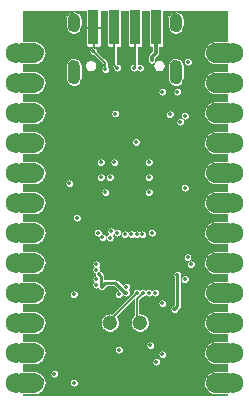
<source format=gbr>
%TF.GenerationSoftware,KiCad,Pcbnew,(5.1.10-6-gecec324121)-1*%
%TF.CreationDate,2021-07-07T13:29:09-07:00*%
%TF.ProjectId,SparkFun_ProMicro-RP2040,53706172-6b46-4756-9e5f-50726f4d6963,rev?*%
%TF.SameCoordinates,Original*%
%TF.FileFunction,Copper,L4,Bot*%
%TF.FilePolarity,Positive*%
%FSLAX46Y46*%
G04 Gerber Fmt 4.6, Leading zero omitted, Abs format (unit mm)*
G04 Created by KiCad (PCBNEW (5.1.10-6-gecec324121)-1) date 2021-07-07 13:29:09*
%MOMM*%
%LPD*%
G01*
G04 APERTURE LIST*
%TA.AperFunction,EtchedComponent*%
%ADD10C,0.100000*%
%TD*%
%TA.AperFunction,ComponentPad*%
%ADD11C,1.750000*%
%TD*%
%TA.AperFunction,ComponentPad*%
%ADD12C,1.016000*%
%TD*%
%TA.AperFunction,SMDPad,CuDef*%
%ADD13R,0.900000X3.000000*%
%TD*%
%TA.AperFunction,ComponentPad*%
%ADD14O,0.600000X1.200000*%
%TD*%
%TA.AperFunction,ViaPad*%
%ADD15C,0.352400*%
%TD*%
%TA.AperFunction,Conductor*%
%ADD16C,0.127000*%
%TD*%
%TA.AperFunction,Conductor*%
%ADD17C,0.304800*%
%TD*%
%TA.AperFunction,Conductor*%
%ADD18C,0.250000*%
%TD*%
%TA.AperFunction,Conductor*%
%ADD19C,0.050800*%
%TD*%
%TA.AperFunction,Conductor*%
%ADD20C,0.100000*%
%TD*%
G04 APERTURE END LIST*
D10*
%TO.C,J3*%
G36*
X139611100Y-121069100D02*
G01*
X140881100Y-121069100D01*
X140881101Y-121069100D01*
X141083404Y-121029941D01*
X141269405Y-120941266D01*
X141427200Y-120808750D01*
X141546690Y-120640874D01*
X141643100Y-120243600D01*
X141643100Y-120243599D01*
X141615791Y-120040775D01*
X141540172Y-119850603D01*
X141420744Y-119684409D01*
X141264619Y-119552089D01*
X141081095Y-119461522D01*
X140881100Y-119418100D01*
X139611100Y-119418100D01*
X139611100Y-121069100D01*
G37*
G36*
X139611100Y-118529100D02*
G01*
X140881100Y-118529100D01*
X140881101Y-118529100D01*
X141083404Y-118489941D01*
X141269405Y-118401266D01*
X141427200Y-118268750D01*
X141546689Y-118100874D01*
X141643100Y-117703600D01*
X141615791Y-117500776D01*
X141540172Y-117310604D01*
X141420744Y-117144410D01*
X141264619Y-117012090D01*
X141081095Y-116921523D01*
X140881100Y-116878100D01*
X139611100Y-116878100D01*
X139611100Y-118529100D01*
G37*
G36*
X139611100Y-113449100D02*
G01*
X140881100Y-113449100D01*
X140881101Y-113449100D01*
X141083404Y-113409941D01*
X141269405Y-113321266D01*
X141427200Y-113188750D01*
X141546689Y-113020874D01*
X141643100Y-112623600D01*
X141615791Y-112420776D01*
X141540172Y-112230604D01*
X141420744Y-112064410D01*
X141264619Y-111932090D01*
X141081095Y-111841523D01*
X140881100Y-111798100D01*
X139611100Y-111798100D01*
X139611100Y-113449100D01*
G37*
G36*
X139611100Y-115989100D02*
G01*
X140881100Y-115989100D01*
X140881101Y-115989100D01*
X141083404Y-115949941D01*
X141269405Y-115861266D01*
X141427200Y-115728750D01*
X141546689Y-115560874D01*
X141643100Y-115163600D01*
X141615791Y-114960776D01*
X141540172Y-114770604D01*
X141420744Y-114604410D01*
X141264619Y-114472090D01*
X141081095Y-114381523D01*
X140881100Y-114338100D01*
X139611100Y-114338100D01*
X139611100Y-115989100D01*
G37*
G36*
X139611100Y-110909100D02*
G01*
X140881100Y-110909100D01*
X140881101Y-110909100D01*
X141083404Y-110869941D01*
X141269405Y-110781266D01*
X141427200Y-110648750D01*
X141546689Y-110480874D01*
X141643100Y-110083600D01*
X141615791Y-109880776D01*
X141540172Y-109690604D01*
X141420744Y-109524410D01*
X141264619Y-109392090D01*
X141081095Y-109301523D01*
X140881100Y-109258100D01*
X139611100Y-109258100D01*
X139611100Y-110909100D01*
G37*
G36*
X139611100Y-93129100D02*
G01*
X140881100Y-93129100D01*
X140881101Y-93129100D01*
X141083404Y-93089941D01*
X141269405Y-93001266D01*
X141427200Y-92868750D01*
X141546689Y-92700874D01*
X141643100Y-92303600D01*
X141615791Y-92100776D01*
X141540172Y-91910604D01*
X141420744Y-91744410D01*
X141264619Y-91612090D01*
X141081095Y-91521523D01*
X140881100Y-91478100D01*
X139611100Y-91478100D01*
X139611100Y-93129100D01*
G37*
G36*
X139611100Y-100749100D02*
G01*
X140881100Y-100749100D01*
X140881101Y-100749100D01*
X141083404Y-100709941D01*
X141269405Y-100621266D01*
X141427200Y-100488750D01*
X141546689Y-100320874D01*
X141643100Y-99923600D01*
X141615791Y-99720776D01*
X141540172Y-99530604D01*
X141420744Y-99364410D01*
X141264619Y-99232090D01*
X141081095Y-99141523D01*
X140881100Y-99098100D01*
X139611100Y-99098100D01*
X139611100Y-100749100D01*
G37*
G36*
X139611100Y-95669100D02*
G01*
X140881100Y-95669100D01*
X140881101Y-95669100D01*
X141083404Y-95629941D01*
X141269405Y-95541266D01*
X141427200Y-95408750D01*
X141546689Y-95240874D01*
X141643100Y-94843600D01*
X141615791Y-94640776D01*
X141540172Y-94450604D01*
X141420744Y-94284410D01*
X141264619Y-94152090D01*
X141081095Y-94061523D01*
X140881100Y-94018100D01*
X139611100Y-94018100D01*
X139611100Y-95669100D01*
G37*
G36*
X139611100Y-98209100D02*
G01*
X140881100Y-98209100D01*
X140881101Y-98209100D01*
X141083404Y-98169941D01*
X141269405Y-98081266D01*
X141427200Y-97948750D01*
X141546689Y-97780874D01*
X141643100Y-97383600D01*
X141615791Y-97180776D01*
X141540172Y-96990604D01*
X141420744Y-96824410D01*
X141264619Y-96692090D01*
X141081095Y-96601523D01*
X140881100Y-96558100D01*
X139611100Y-96558100D01*
X139611100Y-98209100D01*
G37*
G36*
X139611100Y-108369100D02*
G01*
X140881100Y-108369100D01*
X140881101Y-108369100D01*
X141083404Y-108329941D01*
X141269405Y-108241266D01*
X141427200Y-108108750D01*
X141546689Y-107940874D01*
X141643100Y-107543600D01*
X141615791Y-107340776D01*
X141540172Y-107150604D01*
X141420744Y-106984410D01*
X141264619Y-106852090D01*
X141081095Y-106761523D01*
X140881100Y-106718100D01*
X139611100Y-106718100D01*
X139611100Y-108369100D01*
G37*
G36*
X139611100Y-103289100D02*
G01*
X140881100Y-103289100D01*
X140881101Y-103289100D01*
X141083404Y-103249941D01*
X141269405Y-103161266D01*
X141427200Y-103028750D01*
X141546689Y-102860874D01*
X141643100Y-102463600D01*
X141615791Y-102260776D01*
X141540172Y-102070604D01*
X141420744Y-101904410D01*
X141264619Y-101772090D01*
X141081095Y-101681523D01*
X140881100Y-101638100D01*
X139611100Y-101638100D01*
X139611100Y-103289100D01*
G37*
G36*
X139611100Y-105829100D02*
G01*
X140881100Y-105829100D01*
X140881101Y-105829100D01*
X141083404Y-105789941D01*
X141269405Y-105701266D01*
X141427200Y-105568750D01*
X141546689Y-105400874D01*
X141643100Y-105003600D01*
X141615791Y-104800776D01*
X141540172Y-104610604D01*
X141420744Y-104444410D01*
X141264619Y-104312090D01*
X141081095Y-104221523D01*
X140881100Y-104178100D01*
X139611100Y-104178100D01*
X139611100Y-105829100D01*
G37*
%TO.C,J4*%
G36*
X157391100Y-91478100D02*
G01*
X156121100Y-91478100D01*
X156121099Y-91478100D01*
X155918796Y-91517259D01*
X155732795Y-91605934D01*
X155575000Y-91738450D01*
X155455510Y-91906326D01*
X155359100Y-92303600D01*
X155359100Y-92303601D01*
X155386409Y-92506425D01*
X155462028Y-92696597D01*
X155581456Y-92862791D01*
X155737581Y-92995111D01*
X155921105Y-93085678D01*
X156121100Y-93129100D01*
X157391100Y-93129100D01*
X157391100Y-91478100D01*
G37*
G36*
X157391100Y-94018100D02*
G01*
X156121100Y-94018100D01*
X156121099Y-94018100D01*
X155918796Y-94057259D01*
X155732795Y-94145934D01*
X155575000Y-94278450D01*
X155455511Y-94446326D01*
X155359100Y-94843600D01*
X155386409Y-95046424D01*
X155462028Y-95236596D01*
X155581456Y-95402790D01*
X155737581Y-95535110D01*
X155921105Y-95625677D01*
X156121100Y-95669100D01*
X157391100Y-95669100D01*
X157391100Y-94018100D01*
G37*
G36*
X157391100Y-99098100D02*
G01*
X156121100Y-99098100D01*
X156121099Y-99098100D01*
X155918796Y-99137259D01*
X155732795Y-99225934D01*
X155575000Y-99358450D01*
X155455511Y-99526326D01*
X155359100Y-99923600D01*
X155386409Y-100126424D01*
X155462028Y-100316596D01*
X155581456Y-100482790D01*
X155737581Y-100615110D01*
X155921105Y-100705677D01*
X156121100Y-100749100D01*
X157391100Y-100749100D01*
X157391100Y-99098100D01*
G37*
G36*
X157391100Y-96558100D02*
G01*
X156121100Y-96558100D01*
X156121099Y-96558100D01*
X155918796Y-96597259D01*
X155732795Y-96685934D01*
X155575000Y-96818450D01*
X155455511Y-96986326D01*
X155359100Y-97383600D01*
X155386409Y-97586424D01*
X155462028Y-97776596D01*
X155581456Y-97942790D01*
X155737581Y-98075110D01*
X155921105Y-98165677D01*
X156121100Y-98209100D01*
X157391100Y-98209100D01*
X157391100Y-96558100D01*
G37*
G36*
X157391100Y-101638100D02*
G01*
X156121100Y-101638100D01*
X156121099Y-101638100D01*
X155918796Y-101677259D01*
X155732795Y-101765934D01*
X155575000Y-101898450D01*
X155455511Y-102066326D01*
X155359100Y-102463600D01*
X155386409Y-102666424D01*
X155462028Y-102856596D01*
X155581456Y-103022790D01*
X155737581Y-103155110D01*
X155921105Y-103245677D01*
X156121100Y-103289100D01*
X157391100Y-103289100D01*
X157391100Y-101638100D01*
G37*
G36*
X157391100Y-119418100D02*
G01*
X156121100Y-119418100D01*
X156121099Y-119418100D01*
X155918796Y-119457259D01*
X155732795Y-119545934D01*
X155575000Y-119678450D01*
X155455511Y-119846326D01*
X155359100Y-120243600D01*
X155386409Y-120446424D01*
X155462028Y-120636596D01*
X155581456Y-120802790D01*
X155737581Y-120935110D01*
X155921105Y-121025677D01*
X156121100Y-121069100D01*
X157391100Y-121069100D01*
X157391100Y-119418100D01*
G37*
G36*
X157391100Y-111798100D02*
G01*
X156121100Y-111798100D01*
X156121099Y-111798100D01*
X155918796Y-111837259D01*
X155732795Y-111925934D01*
X155575000Y-112058450D01*
X155455511Y-112226326D01*
X155359100Y-112623600D01*
X155386409Y-112826424D01*
X155462028Y-113016596D01*
X155581456Y-113182790D01*
X155737581Y-113315110D01*
X155921105Y-113405677D01*
X156121100Y-113449100D01*
X157391100Y-113449100D01*
X157391100Y-111798100D01*
G37*
G36*
X157391100Y-116878100D02*
G01*
X156121100Y-116878100D01*
X156121099Y-116878100D01*
X155918796Y-116917259D01*
X155732795Y-117005934D01*
X155575000Y-117138450D01*
X155455511Y-117306326D01*
X155359100Y-117703600D01*
X155386409Y-117906424D01*
X155462028Y-118096596D01*
X155581456Y-118262790D01*
X155737581Y-118395110D01*
X155921105Y-118485677D01*
X156121100Y-118529100D01*
X157391100Y-118529100D01*
X157391100Y-116878100D01*
G37*
G36*
X157391100Y-114338100D02*
G01*
X156121100Y-114338100D01*
X156121099Y-114338100D01*
X155918796Y-114377259D01*
X155732795Y-114465934D01*
X155575000Y-114598450D01*
X155455511Y-114766326D01*
X155359100Y-115163600D01*
X155386409Y-115366424D01*
X155462028Y-115556596D01*
X155581456Y-115722790D01*
X155737581Y-115855110D01*
X155921105Y-115945677D01*
X156121100Y-115989100D01*
X157391100Y-115989100D01*
X157391100Y-114338100D01*
G37*
G36*
X157391100Y-104178100D02*
G01*
X156121100Y-104178100D01*
X156121099Y-104178100D01*
X155918796Y-104217259D01*
X155732795Y-104305934D01*
X155575000Y-104438450D01*
X155455511Y-104606326D01*
X155359100Y-105003600D01*
X155386409Y-105206424D01*
X155462028Y-105396596D01*
X155581456Y-105562790D01*
X155737581Y-105695110D01*
X155921105Y-105785677D01*
X156121100Y-105829100D01*
X157391100Y-105829100D01*
X157391100Y-104178100D01*
G37*
G36*
X157391100Y-109258100D02*
G01*
X156121100Y-109258100D01*
X156121099Y-109258100D01*
X155918796Y-109297259D01*
X155732795Y-109385934D01*
X155575000Y-109518450D01*
X155455511Y-109686326D01*
X155359100Y-110083600D01*
X155386409Y-110286424D01*
X155462028Y-110476596D01*
X155581456Y-110642790D01*
X155737581Y-110775110D01*
X155921105Y-110865677D01*
X156121100Y-110909100D01*
X157391100Y-110909100D01*
X157391100Y-109258100D01*
G37*
G36*
X157391100Y-106718100D02*
G01*
X156121100Y-106718100D01*
X156121099Y-106718100D01*
X155918796Y-106757259D01*
X155732795Y-106845934D01*
X155575000Y-106978450D01*
X155455511Y-107146326D01*
X155359100Y-107543600D01*
X155386409Y-107746424D01*
X155462028Y-107936596D01*
X155581456Y-108102790D01*
X155737581Y-108235110D01*
X155921105Y-108325677D01*
X156121100Y-108369100D01*
X157391100Y-108369100D01*
X157391100Y-106718100D01*
G37*
%TO.C,J5*%
G36*
X144183100Y-88948600D02*
G01*
X144028592Y-88973072D01*
X143889207Y-89044092D01*
X143778592Y-89154707D01*
X143683100Y-89448600D01*
X143683100Y-90048600D01*
X143707572Y-90203108D01*
X143778592Y-90342493D01*
X143889207Y-90453108D01*
X144183100Y-90548600D01*
X144337608Y-90524128D01*
X144476993Y-90453108D01*
X144587608Y-90342493D01*
X144683100Y-90048600D01*
X144683100Y-89448600D01*
X144658628Y-89294092D01*
X144587608Y-89154707D01*
X144476993Y-89044092D01*
X144183100Y-88948600D01*
G37*
G36*
X153319100Y-90048600D02*
G01*
X153319100Y-89448600D01*
X153294628Y-89294092D01*
X153223608Y-89154707D01*
X153112993Y-89044092D01*
X152819100Y-88948600D01*
X152664592Y-88973072D01*
X152525207Y-89044092D01*
X152414592Y-89154707D01*
X152319100Y-89448600D01*
X152319100Y-90048600D01*
X152343572Y-90203108D01*
X152414592Y-90342493D01*
X152525207Y-90453108D01*
X152819100Y-90548600D01*
X152973608Y-90524128D01*
X153112993Y-90453108D01*
X153223608Y-90342493D01*
X153319100Y-90048600D01*
G37*
G36*
X144683100Y-94478600D02*
G01*
X144683100Y-93378600D01*
X144658628Y-93224092D01*
X144587608Y-93084707D01*
X144476993Y-92974092D01*
X144183100Y-92878600D01*
X144028592Y-92903072D01*
X143889207Y-92974092D01*
X143778592Y-93084707D01*
X143683100Y-93378600D01*
X143683100Y-94478600D01*
X143707572Y-94633108D01*
X143778592Y-94772493D01*
X143889207Y-94883108D01*
X144183100Y-94978600D01*
X144337608Y-94954128D01*
X144476993Y-94883108D01*
X144587608Y-94772493D01*
X144683100Y-94478600D01*
G37*
G36*
X153319100Y-94478600D02*
G01*
X153319100Y-93378600D01*
X153294628Y-93224092D01*
X153223608Y-93084707D01*
X153112993Y-92974092D01*
X152819100Y-92878600D01*
X152664592Y-92903072D01*
X152525207Y-92974092D01*
X152414592Y-93084707D01*
X152319100Y-93378600D01*
X152319100Y-94478600D01*
X152343572Y-94633108D01*
X152414592Y-94772493D01*
X152525207Y-94883108D01*
X152819100Y-94978600D01*
X152973608Y-94954128D01*
X153112993Y-94883108D01*
X153223608Y-94772493D01*
X153319100Y-94478600D01*
G37*
%TD*%
D11*
%TO.P,J3,1B*%
%TO.N,/9/RX1*%
X139311100Y-120243600D03*
%TO.P,J3,2B*%
%TO.N,/8/TX1*%
X139311100Y-117703600D03*
%TO.P,J3,3B*%
%TO.N,/7*%
X139311100Y-115163600D03*
%TO.P,J3,4B*%
%TO.N,/6*%
X139311100Y-112623600D03*
%TO.P,J3,5B*%
%TO.N,/5*%
X139311100Y-110083600D03*
%TO.P,J3,6B*%
%TO.N,/4*%
X139311100Y-107543600D03*
%TO.P,J3,7B*%
%TO.N,/3*%
X139311100Y-105003600D03*
%TO.P,J3,8B*%
%TO.N,/2*%
X139311100Y-102463600D03*
%TO.P,J3,9B*%
%TO.N,GND*%
X139311100Y-99923600D03*
%TO.P,J3,10B*%
X139311100Y-97383600D03*
%TO.P,J3,11B*%
%TO.N,/1/RX0*%
X139311100Y-94843600D03*
%TO.P,J3,12B*%
%TO.N,/0/TX0*%
X139311100Y-92303600D03*
D12*
%TO.P,J3,1*%
%TO.N,/9/RX1*%
X140881100Y-120243600D03*
%TO.P,J3,2*%
%TO.N,/8/TX1*%
X140881100Y-117703600D03*
%TO.P,J3,4*%
%TO.N,/6*%
X140881100Y-112623600D03*
%TO.P,J3,3*%
%TO.N,/7*%
X140881100Y-115163600D03*
%TO.P,J3,5*%
%TO.N,/5*%
X140881100Y-110083600D03*
%TO.P,J3,12*%
%TO.N,/0/TX0*%
X140881100Y-92303600D03*
%TO.P,J3,9*%
%TO.N,GND*%
X140881100Y-99923600D03*
%TO.P,J3,11*%
%TO.N,/1/RX0*%
X140881100Y-94843600D03*
%TO.P,J3,10*%
%TO.N,GND*%
X140881100Y-97383600D03*
%TO.P,J3,6*%
%TO.N,/4*%
X140881100Y-107543600D03*
%TO.P,J3,8*%
%TO.N,/2*%
X140881100Y-102463600D03*
%TO.P,J3,7*%
%TO.N,/3*%
X140881100Y-105003600D03*
%TD*%
D11*
%TO.P,J4,1B*%
%TO.N,/RAW*%
X157691100Y-92303600D03*
%TO.P,J4,2B*%
%TO.N,GND*%
X157691100Y-94843600D03*
%TO.P,J4,3B*%
%TO.N,/~RESET~*%
X157691100Y-97383600D03*
%TO.P,J4,4B*%
%TO.N,3.3V*%
X157691100Y-99923600D03*
%TO.P,J4,5B*%
%TO.N,/A3*%
X157691100Y-102463600D03*
%TO.P,J4,6B*%
%TO.N,/A2*%
X157691100Y-105003600D03*
%TO.P,J4,7B*%
%TO.N,/A1*%
X157691100Y-107543600D03*
%TO.P,J4,8B*%
%TO.N,/A0*%
X157691100Y-110083600D03*
%TO.P,J4,9B*%
%TO.N,/22/SPI_SCK*%
X157691100Y-112623600D03*
%TO.P,J4,10B*%
%TO.N,/20/SPI_CIPO*%
X157691100Y-115163600D03*
%TO.P,J4,11B*%
%TO.N,/23/SPI_COPI*%
X157691100Y-117703600D03*
%TO.P,J4,12B*%
%TO.N,/21/SPI_~CS~*%
X157691100Y-120243600D03*
D12*
%TO.P,J4,1*%
%TO.N,/RAW*%
X156121100Y-92303600D03*
%TO.P,J4,2*%
%TO.N,GND*%
X156121100Y-94843600D03*
%TO.P,J4,4*%
%TO.N,3.3V*%
X156121100Y-99923600D03*
%TO.P,J4,3*%
%TO.N,/~RESET~*%
X156121100Y-97383600D03*
%TO.P,J4,5*%
%TO.N,/A3*%
X156121100Y-102463600D03*
%TO.P,J4,12*%
%TO.N,/21/SPI_~CS~*%
X156121100Y-120243600D03*
%TO.P,J4,9*%
%TO.N,/22/SPI_SCK*%
X156121100Y-112623600D03*
%TO.P,J4,11*%
%TO.N,/23/SPI_COPI*%
X156121100Y-117703600D03*
%TO.P,J4,10*%
%TO.N,/20/SPI_CIPO*%
X156121100Y-115163600D03*
%TO.P,J4,6*%
%TO.N,/A2*%
X156121100Y-105003600D03*
%TO.P,J4,8*%
%TO.N,/A0*%
X156121100Y-110083600D03*
%TO.P,J4,7*%
%TO.N,/A1*%
X156121100Y-107543600D03*
%TD*%
D13*
%TO.P,JP14,GND*%
%TO.N,GND*%
X145834100Y-90144600D03*
%TO.P,JP14,D+*%
%TO.N,/RP_D+*%
X147612100Y-90144600D03*
%TO.P,JP14,VBUS*%
%TO.N,V_USB*%
X151168100Y-90144600D03*
%TO.P,JP14,D-*%
%TO.N,/RP_D-*%
X149390100Y-90144600D03*
%TD*%
D14*
%TO.P,J5,SHLD1*%
%TO.N,Net-(J5-PadSHLD1)*%
X152819100Y-93928600D03*
%TO.P,J5,SHLD2*%
X144183100Y-93928600D03*
%TO.P,J5,SHLD4*%
X144183100Y-89748600D03*
%TO.P,J5,SHLD3*%
X152819100Y-89748600D03*
%TD*%
%TO.P,TP1,P$1*%
%TO.N,/SWDCK*%
%TA.AperFunction,SMDPad,CuDef*%
G36*
G01*
X147866100Y-115163600D02*
X147866100Y-115163600D01*
G75*
G02*
X147231100Y-115798600I-635000J0D01*
G01*
X147231100Y-115798600D01*
G75*
G02*
X146596100Y-115163600I0J635000D01*
G01*
X146596100Y-115163600D01*
G75*
G02*
X147231100Y-114528600I635000J0D01*
G01*
X147231100Y-114528600D01*
G75*
G02*
X147866100Y-115163600I0J-635000D01*
G01*
G37*
%TD.AperFunction*%
%TD*%
%TO.P,TP2,P$1*%
%TO.N,/SWDIO*%
%TA.AperFunction,SMDPad,CuDef*%
G36*
G01*
X150406100Y-115163600D02*
X150406100Y-115163600D01*
G75*
G02*
X149771100Y-115798600I-635000J0D01*
G01*
X149771100Y-115798600D01*
G75*
G02*
X149136100Y-115163600I0J635000D01*
G01*
X149136100Y-115163600D01*
G75*
G02*
X149771100Y-114528600I635000J0D01*
G01*
X149771100Y-114528600D01*
G75*
G02*
X150406100Y-115163600I0J-635000D01*
G01*
G37*
%TD.AperFunction*%
%TD*%
D15*
%TO.N,GND*%
X148501100Y-97002600D03*
X143802100Y-105638600D03*
X145326100Y-105384600D03*
X149009100Y-104622600D03*
X151041100Y-104749600D03*
X153581100Y-104495600D03*
X152946100Y-101828600D03*
X152946100Y-99034600D03*
X152184100Y-98272600D03*
X152057100Y-92938600D03*
X144945100Y-92811600D03*
X143421100Y-90398600D03*
X146596100Y-91922600D03*
X153581100Y-90525600D03*
X145707100Y-103479600D03*
X147485100Y-112369600D03*
X150025100Y-114274600D03*
X146977100Y-114274600D03*
X144183100Y-117703600D03*
%TO.N,/BOOT*%
X144183100Y-120243600D03*
%TO.N,GND*%
X153327100Y-115671600D03*
X142913100Y-109829600D03*
X147231100Y-111353600D03*
X147231100Y-108813600D03*
X149771100Y-108813600D03*
X148501100Y-111353600D03*
X148501100Y-110083600D03*
X147231100Y-110083600D03*
X149771100Y-110083600D03*
X148501100Y-108813600D03*
%TO.N,/RAW*%
X147675600Y-97447100D03*
%TO.N,Net-(J5-PadA5)*%
X149771100Y-93573600D03*
X153835100Y-93065600D03*
%TO.N,Net-(J5-PadB5)*%
X146850100Y-93700600D03*
X145834100Y-92176600D03*
%TO.N,V_USB*%
X150761300Y-92912800D03*
%TO.N,3.3V*%
X152692100Y-114020600D03*
X152946100Y-111099600D03*
X148628100Y-112623600D03*
X147993100Y-117449600D03*
X150787100Y-107543600D03*
X149063100Y-107670600D03*
X144437100Y-106273600D03*
X146322156Y-111072600D03*
X153581100Y-103733600D03*
X149451100Y-99857600D03*
%TO.N,/~RESET~*%
X150533100Y-112623600D03*
X150660100Y-117068600D03*
X153200100Y-98145600D03*
%TO.N,/SWDIO*%
X150025100Y-112623600D03*
%TO.N,/SWDCK*%
X149517100Y-112623600D03*
%TO.N,/23/SPI_COPI*%
X154089100Y-110210600D03*
%TO.N,/8/TX1*%
X146088100Y-111480600D03*
%TO.N,/9/RX1*%
X146088100Y-111934600D03*
%TO.N,/6*%
X146088100Y-110210600D03*
%TO.N,/7*%
X146088100Y-110664600D03*
%TO.N,/21/SPI_~CS~*%
X153581100Y-111466100D03*
%TO.N,/17/SCL*%
X151676100Y-113512600D03*
X151676100Y-117830600D03*
%TO.N,/16/SDA*%
X151063300Y-112623600D03*
X151168100Y-118465600D03*
%TO.N,/QSPI-CLK*%
X147335900Y-107427000D03*
X147231100Y-102844600D03*
X150533100Y-102844600D03*
%TO.N,/QSPI-0*%
X147231100Y-107957200D03*
X146850100Y-104114600D03*
X150533100Y-104114600D03*
%TO.N,/QSPI-3*%
X147866100Y-107543600D03*
X147612100Y-101574600D03*
X150533100Y-101574600D03*
%TO.N,Net-(C13-Pad2)*%
X147993100Y-112750600D03*
X144183100Y-112750600D03*
%TO.N,Net-(R12-Pad2)*%
X149971100Y-107670600D03*
X153581100Y-97637600D03*
%TO.N,Net-(R13-Pad2)*%
X149517100Y-107670600D03*
X152311100Y-97510600D03*
%TO.N,1.1V*%
X148628100Y-112115600D03*
X148501100Y-107670600D03*
%TO.N,/QSPI-1*%
X146215100Y-107543600D03*
X146469100Y-101574600D03*
%TO.N,/QSPI-2*%
X146596100Y-107924600D03*
X146469100Y-102844600D03*
%TO.N,/RP_D+*%
X151676100Y-95605600D03*
X147866100Y-93573600D03*
%TO.N,/RP_D-*%
X152946100Y-95605600D03*
X149263100Y-93573600D03*
%TO.N,/BOOT*%
X142532100Y-119481600D03*
X143802100Y-103352600D03*
%TO.N,*%
X153811100Y-109613600D03*
%TO.N,GND*%
X153581100Y-120243600D03*
X154470100Y-117703600D03*
%TD*%
D16*
%TO.N,Net-(J5-PadB5)*%
X146850100Y-93700600D02*
X146850100Y-93192600D01*
X146850100Y-93192600D02*
X145834100Y-92176600D01*
D17*
%TO.N,V_USB*%
X151104600Y-92308119D02*
X150761300Y-92651419D01*
X150761300Y-92651419D02*
X150761300Y-92912800D01*
X151168100Y-90144600D02*
X151104600Y-90208100D01*
X151104600Y-90208100D02*
X151104600Y-92308119D01*
D16*
%TO.N,/SWDIO*%
X149771100Y-115163600D02*
X149771100Y-114909600D01*
X149771100Y-114909600D02*
X149517100Y-114655600D01*
X149517100Y-114655600D02*
X149517100Y-113131600D01*
X150025100Y-112623600D02*
X149517100Y-113131600D01*
%TO.N,/SWDCK*%
X147231100Y-115163600D02*
X147231100Y-114909600D01*
X147231100Y-114909600D02*
X149517100Y-112623600D01*
%TO.N,/RP_D+*%
X147612100Y-90144600D02*
X147612100Y-93319600D01*
X147612100Y-93319600D02*
X147866100Y-93573600D01*
%TO.N,/RP_D-*%
X149390100Y-90144600D02*
X149390100Y-93446600D01*
X149390100Y-93446600D02*
X149263100Y-93573600D01*
D18*
%TO.N,3.3V*%
X152946100Y-113766600D02*
X152692100Y-114020600D01*
X152946100Y-111099600D02*
X152946100Y-113766600D01*
X146498355Y-111248799D02*
X146322156Y-111072600D01*
X146498355Y-112120491D02*
X146498355Y-111248799D01*
X146858846Y-111760000D02*
X146498355Y-112120491D01*
X147676354Y-111760000D02*
X146858846Y-111760000D01*
X148539954Y-112623600D02*
X147676354Y-111760000D01*
X148628100Y-112623600D02*
X148539954Y-112623600D01*
%TD*%
D19*
%TO.N,GND*%
X145207100Y-90049950D02*
X145251350Y-90094200D01*
X145783700Y-90094200D01*
X145783700Y-90074200D01*
X145884500Y-90074200D01*
X145884500Y-90094200D01*
X146416850Y-90094200D01*
X146461100Y-90049950D01*
X146461893Y-88747600D01*
X147008963Y-88747600D01*
X147008963Y-91644600D01*
X147011905Y-91674476D01*
X147020620Y-91703203D01*
X147034771Y-91729678D01*
X147053816Y-91752884D01*
X147077022Y-91771929D01*
X147103497Y-91786080D01*
X147132224Y-91794795D01*
X147162100Y-91797737D01*
X147396201Y-91797737D01*
X147396201Y-93308991D01*
X147395156Y-93319600D01*
X147399325Y-93361923D01*
X147411670Y-93402620D01*
X147426959Y-93431223D01*
X147431719Y-93440128D01*
X147458698Y-93473003D01*
X147466939Y-93479766D01*
X147537500Y-93550327D01*
X147537500Y-93605964D01*
X147550128Y-93669449D01*
X147574898Y-93729250D01*
X147610860Y-93783070D01*
X147656630Y-93828840D01*
X147710450Y-93864802D01*
X147770251Y-93889572D01*
X147833736Y-93902200D01*
X147898464Y-93902200D01*
X147961949Y-93889572D01*
X148021750Y-93864802D01*
X148075570Y-93828840D01*
X148121340Y-93783070D01*
X148157302Y-93729250D01*
X148182072Y-93669449D01*
X148194700Y-93605964D01*
X148194700Y-93541236D01*
X148182072Y-93477751D01*
X148157302Y-93417950D01*
X148121340Y-93364130D01*
X148075570Y-93318360D01*
X148021750Y-93282398D01*
X147961949Y-93257628D01*
X147898464Y-93245000D01*
X147842827Y-93245000D01*
X147828000Y-93230173D01*
X147828000Y-91797737D01*
X148062100Y-91797737D01*
X148091976Y-91794795D01*
X148120703Y-91786080D01*
X148147178Y-91771929D01*
X148170384Y-91752884D01*
X148189429Y-91729678D01*
X148203580Y-91703203D01*
X148212295Y-91674476D01*
X148215237Y-91644600D01*
X148215237Y-88747600D01*
X148786963Y-88747600D01*
X148786963Y-91644600D01*
X148789905Y-91674476D01*
X148798620Y-91703203D01*
X148812771Y-91729678D01*
X148831816Y-91752884D01*
X148855022Y-91771929D01*
X148881497Y-91786080D01*
X148910224Y-91794795D01*
X148940100Y-91797737D01*
X149174201Y-91797737D01*
X149174201Y-93256246D01*
X149167251Y-93257628D01*
X149107450Y-93282398D01*
X149053630Y-93318360D01*
X149007860Y-93364130D01*
X148971898Y-93417950D01*
X148947128Y-93477751D01*
X148934500Y-93541236D01*
X148934500Y-93605964D01*
X148947128Y-93669449D01*
X148971898Y-93729250D01*
X149007860Y-93783070D01*
X149053630Y-93828840D01*
X149107450Y-93864802D01*
X149167251Y-93889572D01*
X149230736Y-93902200D01*
X149295464Y-93902200D01*
X149358949Y-93889572D01*
X149418750Y-93864802D01*
X149472570Y-93828840D01*
X149517100Y-93784310D01*
X149561630Y-93828840D01*
X149615450Y-93864802D01*
X149675251Y-93889572D01*
X149738736Y-93902200D01*
X149803464Y-93902200D01*
X149866949Y-93889572D01*
X149926750Y-93864802D01*
X149980570Y-93828840D01*
X150026340Y-93783070D01*
X150062302Y-93729250D01*
X150087072Y-93669449D01*
X150099700Y-93605964D01*
X150099700Y-93541236D01*
X150087072Y-93477751D01*
X150062302Y-93417950D01*
X150026340Y-93364130D01*
X149980570Y-93318360D01*
X149926750Y-93282398D01*
X149866949Y-93257628D01*
X149803464Y-93245000D01*
X149738736Y-93245000D01*
X149675251Y-93257628D01*
X149615450Y-93282398D01*
X149606000Y-93288712D01*
X149606000Y-91797737D01*
X149840100Y-91797737D01*
X149869976Y-91794795D01*
X149898703Y-91786080D01*
X149925178Y-91771929D01*
X149948384Y-91752884D01*
X149967429Y-91729678D01*
X149981580Y-91703203D01*
X149990295Y-91674476D01*
X149993237Y-91644600D01*
X149993237Y-88747600D01*
X150564963Y-88747600D01*
X150564963Y-91644600D01*
X150567905Y-91674476D01*
X150576620Y-91703203D01*
X150590771Y-91729678D01*
X150609816Y-91752884D01*
X150633022Y-91771929D01*
X150659497Y-91786080D01*
X150688224Y-91794795D01*
X150718100Y-91797737D01*
X150799801Y-91797737D01*
X150799801Y-92181866D01*
X150556361Y-92425307D01*
X150544732Y-92434851D01*
X150506642Y-92481263D01*
X150483432Y-92524687D01*
X150478340Y-92534214D01*
X150460911Y-92591668D01*
X150460403Y-92596828D01*
X150456500Y-92636454D01*
X150456500Y-92636461D01*
X150455027Y-92651419D01*
X150456500Y-92666377D01*
X150456500Y-92789979D01*
X150445328Y-92816951D01*
X150432700Y-92880436D01*
X150432700Y-92945164D01*
X150445328Y-93008649D01*
X150470098Y-93068450D01*
X150506060Y-93122270D01*
X150551830Y-93168040D01*
X150605650Y-93204002D01*
X150665451Y-93228772D01*
X150728936Y-93241400D01*
X150793664Y-93241400D01*
X150857149Y-93228772D01*
X150916950Y-93204002D01*
X150970770Y-93168040D01*
X150971437Y-93167373D01*
X150968034Y-93172466D01*
X150932046Y-93259348D01*
X150913700Y-93351580D01*
X150913700Y-93445620D01*
X150932046Y-93537852D01*
X150968034Y-93624734D01*
X151020279Y-93702925D01*
X151086775Y-93769421D01*
X151164966Y-93821666D01*
X151251848Y-93857654D01*
X151344080Y-93876000D01*
X151438120Y-93876000D01*
X151530352Y-93857654D01*
X151617234Y-93821666D01*
X151695425Y-93769421D01*
X151761921Y-93702925D01*
X151814166Y-93624734D01*
X151850154Y-93537852D01*
X151868500Y-93445620D01*
X151868500Y-93378600D01*
X152166700Y-93378600D01*
X152166700Y-94478600D01*
X152167763Y-94489443D01*
X152168258Y-94500337D01*
X152168576Y-94502441D01*
X152193048Y-94656949D01*
X152195060Y-94664673D01*
X152196364Y-94672552D01*
X152198800Y-94679033D01*
X152200545Y-94685731D01*
X152204022Y-94692923D01*
X152206830Y-94700393D01*
X152207783Y-94702296D01*
X152278802Y-94841681D01*
X152283104Y-94848408D01*
X152286778Y-94855496D01*
X152291098Y-94860908D01*
X152294827Y-94866738D01*
X152300353Y-94872501D01*
X152305335Y-94878741D01*
X152306829Y-94880256D01*
X152417444Y-94990871D01*
X152421354Y-94994083D01*
X152424822Y-94997776D01*
X152432824Y-95003504D01*
X152440427Y-95009750D01*
X152444892Y-95012144D01*
X152449007Y-95015090D01*
X152457965Y-95019154D01*
X152466640Y-95023805D01*
X152471482Y-95025285D01*
X152476093Y-95027377D01*
X152478113Y-95028049D01*
X152772006Y-95123541D01*
X152776954Y-95124629D01*
X152781715Y-95126343D01*
X152791444Y-95127815D01*
X152801055Y-95129928D01*
X152806113Y-95130034D01*
X152811124Y-95130792D01*
X152820961Y-95130345D01*
X152830792Y-95130551D01*
X152835778Y-95129672D01*
X152840837Y-95129442D01*
X152842941Y-95129124D01*
X152997449Y-95104652D01*
X153005173Y-95102640D01*
X153013052Y-95101336D01*
X153019533Y-95098900D01*
X153026231Y-95097155D01*
X153033423Y-95093678D01*
X153040893Y-95090870D01*
X153042796Y-95089917D01*
X153182181Y-95018898D01*
X153188908Y-95014596D01*
X153195996Y-95010922D01*
X153201408Y-95006602D01*
X153207238Y-95002873D01*
X153213001Y-94997347D01*
X153219241Y-94992365D01*
X153220756Y-94990871D01*
X153331371Y-94880256D01*
X153334583Y-94876346D01*
X153338276Y-94872878D01*
X153344004Y-94864876D01*
X153350250Y-94857273D01*
X153352644Y-94852808D01*
X153355590Y-94848693D01*
X153359654Y-94839735D01*
X153364305Y-94831060D01*
X153365785Y-94826218D01*
X153367877Y-94821607D01*
X153368549Y-94819587D01*
X153464041Y-94525694D01*
X153465755Y-94517899D01*
X153468170Y-94510286D01*
X153468942Y-94503405D01*
X153470428Y-94496645D01*
X153470595Y-94488661D01*
X153471485Y-94480728D01*
X153471500Y-94478600D01*
X153471500Y-93378600D01*
X153470436Y-93367750D01*
X153469942Y-93356863D01*
X153469624Y-93354759D01*
X153445152Y-93200251D01*
X153443138Y-93192519D01*
X153441835Y-93184648D01*
X153439402Y-93178175D01*
X153437655Y-93171468D01*
X153434176Y-93164271D01*
X153431370Y-93156807D01*
X153430417Y-93154904D01*
X153368425Y-93033236D01*
X153506500Y-93033236D01*
X153506500Y-93097964D01*
X153519128Y-93161449D01*
X153543898Y-93221250D01*
X153579860Y-93275070D01*
X153625630Y-93320840D01*
X153679450Y-93356802D01*
X153739251Y-93381572D01*
X153802736Y-93394200D01*
X153867464Y-93394200D01*
X153930949Y-93381572D01*
X153990750Y-93356802D01*
X154044570Y-93320840D01*
X154090340Y-93275070D01*
X154126302Y-93221250D01*
X154151072Y-93161449D01*
X154163700Y-93097964D01*
X154163700Y-93033236D01*
X154151072Y-92969751D01*
X154126302Y-92909950D01*
X154090340Y-92856130D01*
X154044570Y-92810360D01*
X153990750Y-92774398D01*
X153930949Y-92749628D01*
X153867464Y-92737000D01*
X153802736Y-92737000D01*
X153739251Y-92749628D01*
X153679450Y-92774398D01*
X153625630Y-92810360D01*
X153579860Y-92856130D01*
X153543898Y-92909950D01*
X153519128Y-92969751D01*
X153506500Y-93033236D01*
X153368425Y-93033236D01*
X153359397Y-93015519D01*
X153355099Y-93008798D01*
X153351422Y-93001704D01*
X153347101Y-92996291D01*
X153343373Y-92990462D01*
X153337847Y-92984699D01*
X153332865Y-92978459D01*
X153331371Y-92976944D01*
X153220756Y-92866329D01*
X153216843Y-92863114D01*
X153213378Y-92859425D01*
X153205380Y-92853699D01*
X153197773Y-92847450D01*
X153193310Y-92845057D01*
X153189194Y-92842110D01*
X153180231Y-92838044D01*
X153171560Y-92833395D01*
X153166719Y-92831915D01*
X153162107Y-92829823D01*
X153160088Y-92829151D01*
X152866194Y-92733659D01*
X152861246Y-92732571D01*
X152856485Y-92730857D01*
X152846761Y-92729386D01*
X152837145Y-92727272D01*
X152832080Y-92727166D01*
X152827076Y-92726409D01*
X152817249Y-92726855D01*
X152807408Y-92726649D01*
X152802421Y-92727528D01*
X152797363Y-92727758D01*
X152795259Y-92728076D01*
X152640751Y-92752548D01*
X152633019Y-92754562D01*
X152625148Y-92755865D01*
X152618675Y-92758298D01*
X152611968Y-92760045D01*
X152604771Y-92763524D01*
X152597307Y-92766330D01*
X152595404Y-92767283D01*
X152456019Y-92838303D01*
X152449298Y-92842601D01*
X152442204Y-92846278D01*
X152436791Y-92850599D01*
X152430962Y-92854327D01*
X152425199Y-92859853D01*
X152418959Y-92864835D01*
X152417444Y-92866329D01*
X152306829Y-92976944D01*
X152303614Y-92980857D01*
X152299925Y-92984322D01*
X152294199Y-92992320D01*
X152287950Y-92999927D01*
X152285557Y-93004390D01*
X152282610Y-93008506D01*
X152278544Y-93017469D01*
X152273895Y-93026140D01*
X152272415Y-93030981D01*
X152270323Y-93035593D01*
X152269651Y-93037612D01*
X152174159Y-93331506D01*
X152172445Y-93339301D01*
X152170030Y-93346914D01*
X152169258Y-93353795D01*
X152167772Y-93360555D01*
X152167605Y-93368539D01*
X152166715Y-93376472D01*
X152166700Y-93378600D01*
X151868500Y-93378600D01*
X151868500Y-93351580D01*
X151850154Y-93259348D01*
X151814166Y-93172466D01*
X151761921Y-93094275D01*
X151695425Y-93027779D01*
X151617234Y-92975534D01*
X151530352Y-92939546D01*
X151438120Y-92921200D01*
X151344080Y-92921200D01*
X151251848Y-92939546D01*
X151164966Y-92975534D01*
X151086775Y-93027779D01*
X151057026Y-93057528D01*
X151077272Y-93008649D01*
X151089900Y-92945164D01*
X151089900Y-92880436D01*
X151077272Y-92816951D01*
X151066100Y-92789979D01*
X151066100Y-92777671D01*
X151309549Y-92534223D01*
X151321168Y-92524687D01*
X151330703Y-92513069D01*
X151330709Y-92513063D01*
X151351113Y-92488200D01*
X151359258Y-92478276D01*
X151387560Y-92425325D01*
X151404989Y-92367870D01*
X151409400Y-92323085D01*
X151409400Y-92323077D01*
X151410873Y-92308119D01*
X151409400Y-92293161D01*
X151409400Y-91797737D01*
X151618100Y-91797737D01*
X151647976Y-91794795D01*
X151676703Y-91786080D01*
X151703178Y-91771929D01*
X151726384Y-91752884D01*
X151745429Y-91729678D01*
X151759580Y-91703203D01*
X151768295Y-91674476D01*
X151771237Y-91644600D01*
X151771237Y-89448600D01*
X152166700Y-89448600D01*
X152166700Y-90048600D01*
X152167763Y-90059443D01*
X152168258Y-90070337D01*
X152168576Y-90072441D01*
X152193048Y-90226949D01*
X152195060Y-90234673D01*
X152196364Y-90242552D01*
X152198800Y-90249033D01*
X152200545Y-90255731D01*
X152204022Y-90262923D01*
X152206830Y-90270393D01*
X152207783Y-90272296D01*
X152278802Y-90411681D01*
X152283104Y-90418408D01*
X152286778Y-90425496D01*
X152291098Y-90430908D01*
X152294827Y-90436738D01*
X152300353Y-90442501D01*
X152305335Y-90448741D01*
X152306829Y-90450256D01*
X152417444Y-90560871D01*
X152421354Y-90564083D01*
X152424822Y-90567776D01*
X152432824Y-90573504D01*
X152440427Y-90579750D01*
X152444892Y-90582144D01*
X152449007Y-90585090D01*
X152457965Y-90589154D01*
X152466640Y-90593805D01*
X152471482Y-90595285D01*
X152476093Y-90597377D01*
X152478113Y-90598049D01*
X152772006Y-90693541D01*
X152776954Y-90694629D01*
X152781715Y-90696343D01*
X152791444Y-90697815D01*
X152801055Y-90699928D01*
X152806113Y-90700034D01*
X152811124Y-90700792D01*
X152820961Y-90700345D01*
X152830792Y-90700551D01*
X152835778Y-90699672D01*
X152840837Y-90699442D01*
X152842941Y-90699124D01*
X152997449Y-90674652D01*
X153005173Y-90672640D01*
X153013052Y-90671336D01*
X153019533Y-90668900D01*
X153026231Y-90667155D01*
X153033423Y-90663678D01*
X153040893Y-90660870D01*
X153042796Y-90659917D01*
X153182181Y-90588898D01*
X153188908Y-90584596D01*
X153195996Y-90580922D01*
X153201408Y-90576602D01*
X153207238Y-90572873D01*
X153213001Y-90567347D01*
X153219241Y-90562365D01*
X153220756Y-90560871D01*
X153331371Y-90450256D01*
X153334583Y-90446346D01*
X153338276Y-90442878D01*
X153344004Y-90434876D01*
X153350250Y-90427273D01*
X153352644Y-90422808D01*
X153355590Y-90418693D01*
X153359654Y-90409735D01*
X153364305Y-90401060D01*
X153365785Y-90396218D01*
X153367877Y-90391607D01*
X153368549Y-90389587D01*
X153464041Y-90095694D01*
X153465755Y-90087899D01*
X153468170Y-90080286D01*
X153468942Y-90073405D01*
X153470428Y-90066645D01*
X153470595Y-90058661D01*
X153471485Y-90050728D01*
X153471500Y-90048600D01*
X153471500Y-89448600D01*
X153470436Y-89437750D01*
X153469942Y-89426863D01*
X153469624Y-89424759D01*
X153445152Y-89270251D01*
X153443138Y-89262519D01*
X153441835Y-89254648D01*
X153439402Y-89248175D01*
X153437655Y-89241468D01*
X153434176Y-89234271D01*
X153431370Y-89226807D01*
X153430417Y-89224904D01*
X153359397Y-89085519D01*
X153355099Y-89078798D01*
X153351422Y-89071704D01*
X153347101Y-89066291D01*
X153343373Y-89060462D01*
X153337847Y-89054699D01*
X153332865Y-89048459D01*
X153331371Y-89046944D01*
X153220756Y-88936329D01*
X153216843Y-88933114D01*
X153213378Y-88929425D01*
X153205380Y-88923699D01*
X153197773Y-88917450D01*
X153193310Y-88915057D01*
X153189194Y-88912110D01*
X153180231Y-88908044D01*
X153171560Y-88903395D01*
X153166719Y-88901915D01*
X153162107Y-88899823D01*
X153160088Y-88899151D01*
X152866194Y-88803659D01*
X152861246Y-88802571D01*
X152856485Y-88800857D01*
X152846761Y-88799386D01*
X152837145Y-88797272D01*
X152832080Y-88797166D01*
X152827076Y-88796409D01*
X152817249Y-88796855D01*
X152807408Y-88796649D01*
X152802421Y-88797528D01*
X152797363Y-88797758D01*
X152795259Y-88798076D01*
X152640751Y-88822548D01*
X152633019Y-88824562D01*
X152625148Y-88825865D01*
X152618675Y-88828298D01*
X152611968Y-88830045D01*
X152604771Y-88833524D01*
X152597307Y-88836330D01*
X152595404Y-88837283D01*
X152456019Y-88908303D01*
X152449298Y-88912601D01*
X152442204Y-88916278D01*
X152436791Y-88920599D01*
X152430962Y-88924327D01*
X152425199Y-88929853D01*
X152418959Y-88934835D01*
X152417444Y-88936329D01*
X152306829Y-89046944D01*
X152303614Y-89050857D01*
X152299925Y-89054322D01*
X152294199Y-89062320D01*
X152287950Y-89069927D01*
X152285557Y-89074390D01*
X152282610Y-89078506D01*
X152278544Y-89087469D01*
X152273895Y-89096140D01*
X152272415Y-89100981D01*
X152270323Y-89105593D01*
X152269651Y-89107612D01*
X152174159Y-89401506D01*
X152172445Y-89409301D01*
X152170030Y-89416914D01*
X152169258Y-89423795D01*
X152167772Y-89430555D01*
X152167605Y-89438539D01*
X152166715Y-89446472D01*
X152166700Y-89448600D01*
X151771237Y-89448600D01*
X151771237Y-88747600D01*
X157137101Y-88747600D01*
X157137101Y-91325700D01*
X156121099Y-91325700D01*
X156107658Y-91327018D01*
X156094229Y-91328088D01*
X156092137Y-91328477D01*
X155889834Y-91367636D01*
X155886593Y-91368599D01*
X155883247Y-91369063D01*
X155872371Y-91372827D01*
X155861324Y-91376111D01*
X155858330Y-91377687D01*
X155855139Y-91378791D01*
X155853212Y-91379693D01*
X155667211Y-91468368D01*
X155664322Y-91470110D01*
X155661193Y-91471401D01*
X155651598Y-91477782D01*
X155641740Y-91483726D01*
X155639238Y-91486002D01*
X155636426Y-91487872D01*
X155634787Y-91489229D01*
X155476991Y-91621745D01*
X155474629Y-91624159D01*
X155471927Y-91626192D01*
X155464243Y-91634773D01*
X155456190Y-91643004D01*
X155454340Y-91645834D01*
X155452086Y-91648351D01*
X155450840Y-91650076D01*
X155331350Y-91817952D01*
X155324878Y-91829234D01*
X155318117Y-91840378D01*
X155317476Y-91842135D01*
X155316549Y-91843751D01*
X155312390Y-91856080D01*
X155307925Y-91868320D01*
X155307409Y-91870385D01*
X155210999Y-92267659D01*
X155210693Y-92269824D01*
X155210030Y-92271914D01*
X155208894Y-92282047D01*
X155207135Y-92292090D01*
X155207191Y-92294611D01*
X155206838Y-92297109D01*
X155206959Y-92299298D01*
X155206715Y-92301472D01*
X155206700Y-92303600D01*
X155206700Y-92303601D01*
X155207592Y-92312696D01*
X155207794Y-92321826D01*
X155208063Y-92323937D01*
X155235372Y-92526761D01*
X155235988Y-92529374D01*
X155236180Y-92532062D01*
X155239398Y-92543837D01*
X155242198Y-92555710D01*
X155243314Y-92558162D01*
X155244022Y-92560753D01*
X155244794Y-92562736D01*
X155320413Y-92752908D01*
X155321645Y-92755297D01*
X155322482Y-92757857D01*
X155328453Y-92768497D01*
X155334047Y-92779342D01*
X155335723Y-92781450D01*
X155337039Y-92783795D01*
X155338268Y-92785531D01*
X155457697Y-92951726D01*
X155459471Y-92953745D01*
X155460902Y-92956025D01*
X155469270Y-92964899D01*
X155477327Y-92974070D01*
X155479465Y-92975710D01*
X155481308Y-92977665D01*
X155482921Y-92979052D01*
X155639047Y-93111372D01*
X155641257Y-93112901D01*
X155643198Y-93114767D01*
X155653475Y-93121356D01*
X155663505Y-93128297D01*
X155665972Y-93129369D01*
X155668237Y-93130821D01*
X155670138Y-93131776D01*
X155853662Y-93222343D01*
X155856180Y-93223293D01*
X155858512Y-93224631D01*
X155870060Y-93228528D01*
X155881491Y-93232840D01*
X155884149Y-93233283D01*
X155886694Y-93234142D01*
X155888770Y-93234608D01*
X156088765Y-93278030D01*
X156089093Y-93278068D01*
X156089414Y-93278170D01*
X156103844Y-93279788D01*
X156118308Y-93281475D01*
X156118644Y-93281448D01*
X156118972Y-93281485D01*
X156121100Y-93281500D01*
X157137101Y-93281500D01*
X157137101Y-93865700D01*
X156121099Y-93865700D01*
X156107658Y-93867018D01*
X156094229Y-93868088D01*
X156092137Y-93868477D01*
X155889834Y-93907636D01*
X155886593Y-93908599D01*
X155883247Y-93909063D01*
X155872371Y-93912827D01*
X155861324Y-93916111D01*
X155858330Y-93917687D01*
X155855139Y-93918791D01*
X155853212Y-93919693D01*
X155667211Y-94008368D01*
X155664322Y-94010110D01*
X155661193Y-94011401D01*
X155651598Y-94017782D01*
X155641740Y-94023726D01*
X155639238Y-94026002D01*
X155636426Y-94027872D01*
X155634787Y-94029229D01*
X155476991Y-94161745D01*
X155474628Y-94164160D01*
X155471926Y-94166193D01*
X155464243Y-94174774D01*
X155456190Y-94183004D01*
X155454340Y-94185834D01*
X155452086Y-94188351D01*
X155450839Y-94190076D01*
X155331350Y-94357952D01*
X155324868Y-94369251D01*
X155318118Y-94380378D01*
X155317477Y-94382135D01*
X155316550Y-94383751D01*
X155312391Y-94396080D01*
X155307926Y-94408320D01*
X155307410Y-94410385D01*
X155210999Y-94807659D01*
X155209270Y-94819896D01*
X155207135Y-94832089D01*
X155207191Y-94834611D01*
X155206838Y-94837109D01*
X155207520Y-94849470D01*
X155207794Y-94861825D01*
X155208063Y-94863936D01*
X155235372Y-95066760D01*
X155235988Y-95069373D01*
X155236180Y-95072061D01*
X155239398Y-95083836D01*
X155242198Y-95095709D01*
X155243314Y-95098161D01*
X155244022Y-95100752D01*
X155244794Y-95102735D01*
X155320413Y-95292907D01*
X155321645Y-95295296D01*
X155322482Y-95297856D01*
X155328453Y-95308496D01*
X155334047Y-95319341D01*
X155335723Y-95321449D01*
X155337039Y-95323794D01*
X155338268Y-95325530D01*
X155457697Y-95491725D01*
X155459471Y-95493744D01*
X155460902Y-95496024D01*
X155469270Y-95504898D01*
X155477327Y-95514069D01*
X155479465Y-95515709D01*
X155481308Y-95517664D01*
X155482921Y-95519051D01*
X155639047Y-95651371D01*
X155641257Y-95652900D01*
X155643198Y-95654766D01*
X155653475Y-95661355D01*
X155663505Y-95668296D01*
X155665972Y-95669368D01*
X155668237Y-95670820D01*
X155670138Y-95671775D01*
X155853662Y-95762342D01*
X155856178Y-95763291D01*
X155858511Y-95764630D01*
X155870069Y-95768531D01*
X155881491Y-95772839D01*
X155884147Y-95773282D01*
X155886693Y-95774141D01*
X155888769Y-95774607D01*
X156088765Y-95818030D01*
X156089093Y-95818068D01*
X156089414Y-95818170D01*
X156103831Y-95819787D01*
X156118307Y-95821475D01*
X156118644Y-95821448D01*
X156118972Y-95821485D01*
X156121100Y-95821500D01*
X157137101Y-95821500D01*
X157137101Y-96405700D01*
X156121099Y-96405700D01*
X156107658Y-96407018D01*
X156094229Y-96408088D01*
X156092137Y-96408477D01*
X155889834Y-96447636D01*
X155886593Y-96448599D01*
X155883247Y-96449063D01*
X155872371Y-96452827D01*
X155861324Y-96456111D01*
X155858330Y-96457687D01*
X155855139Y-96458791D01*
X155853212Y-96459693D01*
X155667211Y-96548368D01*
X155664322Y-96550110D01*
X155661193Y-96551401D01*
X155651598Y-96557782D01*
X155641740Y-96563726D01*
X155639238Y-96566002D01*
X155636426Y-96567872D01*
X155634787Y-96569229D01*
X155476991Y-96701745D01*
X155474628Y-96704160D01*
X155471926Y-96706193D01*
X155464243Y-96714774D01*
X155456190Y-96723004D01*
X155454340Y-96725834D01*
X155452086Y-96728351D01*
X155450839Y-96730076D01*
X155331350Y-96897952D01*
X155324868Y-96909251D01*
X155318118Y-96920378D01*
X155317477Y-96922135D01*
X155316550Y-96923751D01*
X155312391Y-96936080D01*
X155307926Y-96948320D01*
X155307410Y-96950385D01*
X155210999Y-97347659D01*
X155209270Y-97359896D01*
X155207135Y-97372089D01*
X155207191Y-97374611D01*
X155206838Y-97377109D01*
X155207520Y-97389470D01*
X155207794Y-97401825D01*
X155208063Y-97403936D01*
X155235372Y-97606760D01*
X155235988Y-97609373D01*
X155236180Y-97612061D01*
X155239398Y-97623836D01*
X155242198Y-97635709D01*
X155243314Y-97638161D01*
X155244022Y-97640752D01*
X155244794Y-97642735D01*
X155320413Y-97832907D01*
X155321645Y-97835296D01*
X155322482Y-97837856D01*
X155328453Y-97848496D01*
X155334047Y-97859341D01*
X155335723Y-97861449D01*
X155337039Y-97863794D01*
X155338268Y-97865530D01*
X155457697Y-98031725D01*
X155459471Y-98033744D01*
X155460902Y-98036024D01*
X155469270Y-98044898D01*
X155477327Y-98054069D01*
X155479465Y-98055709D01*
X155481308Y-98057664D01*
X155482921Y-98059051D01*
X155639047Y-98191371D01*
X155641257Y-98192900D01*
X155643198Y-98194766D01*
X155653475Y-98201355D01*
X155663505Y-98208296D01*
X155665972Y-98209368D01*
X155668237Y-98210820D01*
X155670138Y-98211775D01*
X155853662Y-98302342D01*
X155856178Y-98303291D01*
X155858511Y-98304630D01*
X155870069Y-98308531D01*
X155881491Y-98312839D01*
X155884147Y-98313282D01*
X155886693Y-98314141D01*
X155888769Y-98314607D01*
X156088765Y-98358030D01*
X156089093Y-98358068D01*
X156089414Y-98358170D01*
X156103831Y-98359787D01*
X156118307Y-98361475D01*
X156118644Y-98361448D01*
X156118972Y-98361485D01*
X156121100Y-98361500D01*
X157137101Y-98361500D01*
X157137101Y-98945700D01*
X156121099Y-98945700D01*
X156107658Y-98947018D01*
X156094229Y-98948088D01*
X156092137Y-98948477D01*
X155889834Y-98987636D01*
X155886593Y-98988599D01*
X155883247Y-98989063D01*
X155872371Y-98992827D01*
X155861324Y-98996111D01*
X155858330Y-98997687D01*
X155855139Y-98998791D01*
X155853212Y-98999693D01*
X155667211Y-99088368D01*
X155664322Y-99090110D01*
X155661193Y-99091401D01*
X155651598Y-99097782D01*
X155641740Y-99103726D01*
X155639238Y-99106002D01*
X155636426Y-99107872D01*
X155634787Y-99109229D01*
X155476991Y-99241745D01*
X155474628Y-99244160D01*
X155471926Y-99246193D01*
X155464243Y-99254774D01*
X155456190Y-99263004D01*
X155454340Y-99265834D01*
X155452086Y-99268351D01*
X155450839Y-99270076D01*
X155331350Y-99437952D01*
X155324868Y-99449251D01*
X155318118Y-99460378D01*
X155317477Y-99462135D01*
X155316550Y-99463751D01*
X155312391Y-99476080D01*
X155307926Y-99488320D01*
X155307410Y-99490385D01*
X155210999Y-99887659D01*
X155209270Y-99899896D01*
X155207135Y-99912089D01*
X155207191Y-99914611D01*
X155206838Y-99917109D01*
X155207520Y-99929470D01*
X155207794Y-99941825D01*
X155208063Y-99943936D01*
X155235372Y-100146760D01*
X155235988Y-100149373D01*
X155236180Y-100152061D01*
X155239398Y-100163836D01*
X155242198Y-100175709D01*
X155243314Y-100178161D01*
X155244022Y-100180752D01*
X155244794Y-100182735D01*
X155320413Y-100372907D01*
X155321645Y-100375296D01*
X155322482Y-100377856D01*
X155328453Y-100388496D01*
X155334047Y-100399341D01*
X155335723Y-100401449D01*
X155337039Y-100403794D01*
X155338268Y-100405530D01*
X155457697Y-100571725D01*
X155459471Y-100573744D01*
X155460902Y-100576024D01*
X155469270Y-100584898D01*
X155477327Y-100594069D01*
X155479465Y-100595709D01*
X155481308Y-100597664D01*
X155482921Y-100599051D01*
X155639047Y-100731371D01*
X155641257Y-100732900D01*
X155643198Y-100734766D01*
X155653475Y-100741355D01*
X155663505Y-100748296D01*
X155665972Y-100749368D01*
X155668237Y-100750820D01*
X155670138Y-100751775D01*
X155853662Y-100842342D01*
X155856178Y-100843291D01*
X155858511Y-100844630D01*
X155870069Y-100848531D01*
X155881491Y-100852839D01*
X155884147Y-100853282D01*
X155886693Y-100854141D01*
X155888769Y-100854607D01*
X156088765Y-100898030D01*
X156089093Y-100898068D01*
X156089414Y-100898170D01*
X156103831Y-100899787D01*
X156118307Y-100901475D01*
X156118644Y-100901448D01*
X156118972Y-100901485D01*
X156121100Y-100901500D01*
X157137101Y-100901500D01*
X157137101Y-101485700D01*
X156121099Y-101485700D01*
X156107658Y-101487018D01*
X156094229Y-101488088D01*
X156092137Y-101488477D01*
X155889834Y-101527636D01*
X155886593Y-101528599D01*
X155883247Y-101529063D01*
X155872371Y-101532827D01*
X155861324Y-101536111D01*
X155858330Y-101537687D01*
X155855139Y-101538791D01*
X155853212Y-101539693D01*
X155667211Y-101628368D01*
X155664322Y-101630110D01*
X155661193Y-101631401D01*
X155651598Y-101637782D01*
X155641740Y-101643726D01*
X155639238Y-101646002D01*
X155636426Y-101647872D01*
X155634787Y-101649229D01*
X155476991Y-101781745D01*
X155474628Y-101784160D01*
X155471926Y-101786193D01*
X155464243Y-101794774D01*
X155456190Y-101803004D01*
X155454340Y-101805834D01*
X155452086Y-101808351D01*
X155450839Y-101810076D01*
X155331350Y-101977952D01*
X155324868Y-101989251D01*
X155318118Y-102000378D01*
X155317477Y-102002135D01*
X155316550Y-102003751D01*
X155312391Y-102016080D01*
X155307926Y-102028320D01*
X155307410Y-102030385D01*
X155210999Y-102427659D01*
X155209270Y-102439896D01*
X155207135Y-102452089D01*
X155207191Y-102454611D01*
X155206838Y-102457109D01*
X155207520Y-102469470D01*
X155207794Y-102481825D01*
X155208063Y-102483936D01*
X155235372Y-102686760D01*
X155235988Y-102689373D01*
X155236180Y-102692061D01*
X155239398Y-102703836D01*
X155242198Y-102715709D01*
X155243314Y-102718161D01*
X155244022Y-102720752D01*
X155244794Y-102722735D01*
X155320413Y-102912907D01*
X155321645Y-102915296D01*
X155322482Y-102917856D01*
X155328453Y-102928496D01*
X155334047Y-102939341D01*
X155335723Y-102941449D01*
X155337039Y-102943794D01*
X155338268Y-102945530D01*
X155457697Y-103111725D01*
X155459471Y-103113744D01*
X155460902Y-103116024D01*
X155469270Y-103124898D01*
X155477327Y-103134069D01*
X155479465Y-103135709D01*
X155481308Y-103137664D01*
X155482921Y-103139051D01*
X155639047Y-103271371D01*
X155641257Y-103272900D01*
X155643198Y-103274766D01*
X155653475Y-103281355D01*
X155663505Y-103288296D01*
X155665972Y-103289368D01*
X155668237Y-103290820D01*
X155670138Y-103291775D01*
X155853662Y-103382342D01*
X155856178Y-103383291D01*
X155858511Y-103384630D01*
X155870069Y-103388531D01*
X155881491Y-103392839D01*
X155884147Y-103393282D01*
X155886693Y-103394141D01*
X155888769Y-103394607D01*
X156088765Y-103438030D01*
X156089093Y-103438068D01*
X156089414Y-103438170D01*
X156103831Y-103439787D01*
X156118307Y-103441475D01*
X156118644Y-103441448D01*
X156118972Y-103441485D01*
X156121100Y-103441500D01*
X157137101Y-103441500D01*
X157137101Y-104025700D01*
X156121099Y-104025700D01*
X156107658Y-104027018D01*
X156094229Y-104028088D01*
X156092137Y-104028477D01*
X155889834Y-104067636D01*
X155886593Y-104068599D01*
X155883247Y-104069063D01*
X155872371Y-104072827D01*
X155861324Y-104076111D01*
X155858330Y-104077687D01*
X155855139Y-104078791D01*
X155853212Y-104079693D01*
X155667211Y-104168368D01*
X155664322Y-104170110D01*
X155661193Y-104171401D01*
X155651598Y-104177782D01*
X155641740Y-104183726D01*
X155639238Y-104186002D01*
X155636426Y-104187872D01*
X155634787Y-104189229D01*
X155476991Y-104321745D01*
X155474628Y-104324160D01*
X155471926Y-104326193D01*
X155464243Y-104334774D01*
X155456190Y-104343004D01*
X155454340Y-104345834D01*
X155452086Y-104348351D01*
X155450839Y-104350076D01*
X155331350Y-104517952D01*
X155324868Y-104529251D01*
X155318118Y-104540378D01*
X155317477Y-104542135D01*
X155316550Y-104543751D01*
X155312391Y-104556080D01*
X155307926Y-104568320D01*
X155307410Y-104570385D01*
X155210999Y-104967659D01*
X155209270Y-104979896D01*
X155207135Y-104992089D01*
X155207191Y-104994611D01*
X155206838Y-104997109D01*
X155207520Y-105009470D01*
X155207794Y-105021825D01*
X155208063Y-105023936D01*
X155235372Y-105226760D01*
X155235988Y-105229373D01*
X155236180Y-105232061D01*
X155239398Y-105243836D01*
X155242198Y-105255709D01*
X155243314Y-105258161D01*
X155244022Y-105260752D01*
X155244794Y-105262735D01*
X155320413Y-105452907D01*
X155321645Y-105455296D01*
X155322482Y-105457856D01*
X155328453Y-105468496D01*
X155334047Y-105479341D01*
X155335723Y-105481449D01*
X155337039Y-105483794D01*
X155338268Y-105485530D01*
X155457697Y-105651725D01*
X155459471Y-105653744D01*
X155460902Y-105656024D01*
X155469270Y-105664898D01*
X155477327Y-105674069D01*
X155479465Y-105675709D01*
X155481308Y-105677664D01*
X155482921Y-105679051D01*
X155639047Y-105811371D01*
X155641257Y-105812900D01*
X155643198Y-105814766D01*
X155653475Y-105821355D01*
X155663505Y-105828296D01*
X155665972Y-105829368D01*
X155668237Y-105830820D01*
X155670138Y-105831775D01*
X155853662Y-105922342D01*
X155856178Y-105923291D01*
X155858511Y-105924630D01*
X155870069Y-105928531D01*
X155881491Y-105932839D01*
X155884147Y-105933282D01*
X155886693Y-105934141D01*
X155888769Y-105934607D01*
X156088765Y-105978030D01*
X156089093Y-105978068D01*
X156089414Y-105978170D01*
X156103831Y-105979787D01*
X156118307Y-105981475D01*
X156118644Y-105981448D01*
X156118972Y-105981485D01*
X156121100Y-105981500D01*
X157137100Y-105981500D01*
X157137100Y-106565700D01*
X156121099Y-106565700D01*
X156107658Y-106567018D01*
X156094229Y-106568088D01*
X156092137Y-106568477D01*
X155889834Y-106607636D01*
X155886593Y-106608599D01*
X155883247Y-106609063D01*
X155872371Y-106612827D01*
X155861324Y-106616111D01*
X155858330Y-106617687D01*
X155855139Y-106618791D01*
X155853212Y-106619693D01*
X155667211Y-106708368D01*
X155664322Y-106710110D01*
X155661193Y-106711401D01*
X155651598Y-106717782D01*
X155641740Y-106723726D01*
X155639238Y-106726002D01*
X155636426Y-106727872D01*
X155634787Y-106729229D01*
X155476991Y-106861745D01*
X155474628Y-106864160D01*
X155471926Y-106866193D01*
X155464243Y-106874774D01*
X155456190Y-106883004D01*
X155454340Y-106885834D01*
X155452086Y-106888351D01*
X155450839Y-106890076D01*
X155331350Y-107057952D01*
X155324868Y-107069251D01*
X155318118Y-107080378D01*
X155317477Y-107082135D01*
X155316550Y-107083751D01*
X155312391Y-107096080D01*
X155307926Y-107108320D01*
X155307410Y-107110385D01*
X155210999Y-107507659D01*
X155209270Y-107519896D01*
X155207135Y-107532089D01*
X155207191Y-107534611D01*
X155206838Y-107537109D01*
X155207520Y-107549470D01*
X155207794Y-107561825D01*
X155208063Y-107563936D01*
X155235372Y-107766760D01*
X155235988Y-107769373D01*
X155236180Y-107772061D01*
X155239398Y-107783836D01*
X155242198Y-107795709D01*
X155243314Y-107798161D01*
X155244022Y-107800752D01*
X155244794Y-107802735D01*
X155320413Y-107992907D01*
X155321645Y-107995296D01*
X155322482Y-107997856D01*
X155328453Y-108008496D01*
X155334047Y-108019341D01*
X155335723Y-108021449D01*
X155337039Y-108023794D01*
X155338268Y-108025530D01*
X155457697Y-108191725D01*
X155459471Y-108193744D01*
X155460902Y-108196024D01*
X155469270Y-108204898D01*
X155477327Y-108214069D01*
X155479465Y-108215709D01*
X155481308Y-108217664D01*
X155482921Y-108219051D01*
X155639047Y-108351371D01*
X155641257Y-108352900D01*
X155643198Y-108354766D01*
X155653475Y-108361355D01*
X155663505Y-108368296D01*
X155665972Y-108369368D01*
X155668237Y-108370820D01*
X155670138Y-108371775D01*
X155853662Y-108462342D01*
X155856178Y-108463291D01*
X155858511Y-108464630D01*
X155870069Y-108468531D01*
X155881491Y-108472839D01*
X155884147Y-108473282D01*
X155886693Y-108474141D01*
X155888769Y-108474607D01*
X156088765Y-108518030D01*
X156089093Y-108518068D01*
X156089414Y-108518170D01*
X156103831Y-108519787D01*
X156118307Y-108521475D01*
X156118644Y-108521448D01*
X156118972Y-108521485D01*
X156121100Y-108521500D01*
X157137100Y-108521500D01*
X157137100Y-109105700D01*
X156121099Y-109105700D01*
X156107658Y-109107018D01*
X156094229Y-109108088D01*
X156092137Y-109108477D01*
X155889834Y-109147636D01*
X155886593Y-109148599D01*
X155883247Y-109149063D01*
X155872371Y-109152827D01*
X155861324Y-109156111D01*
X155858330Y-109157687D01*
X155855139Y-109158791D01*
X155853212Y-109159693D01*
X155667211Y-109248368D01*
X155664322Y-109250110D01*
X155661193Y-109251401D01*
X155651598Y-109257782D01*
X155641740Y-109263726D01*
X155639238Y-109266002D01*
X155636426Y-109267872D01*
X155634787Y-109269229D01*
X155476991Y-109401745D01*
X155474628Y-109404160D01*
X155471926Y-109406193D01*
X155464243Y-109414774D01*
X155456190Y-109423004D01*
X155454340Y-109425834D01*
X155452086Y-109428351D01*
X155450839Y-109430076D01*
X155331350Y-109597952D01*
X155324868Y-109609251D01*
X155318118Y-109620378D01*
X155317477Y-109622135D01*
X155316550Y-109623751D01*
X155312391Y-109636080D01*
X155307926Y-109648320D01*
X155307410Y-109650385D01*
X155210999Y-110047659D01*
X155209270Y-110059896D01*
X155207135Y-110072089D01*
X155207191Y-110074611D01*
X155206838Y-110077109D01*
X155207520Y-110089470D01*
X155207794Y-110101825D01*
X155208063Y-110103936D01*
X155235372Y-110306760D01*
X155235988Y-110309373D01*
X155236180Y-110312061D01*
X155239398Y-110323836D01*
X155242198Y-110335709D01*
X155243314Y-110338161D01*
X155244022Y-110340752D01*
X155244794Y-110342735D01*
X155320413Y-110532907D01*
X155321645Y-110535296D01*
X155322482Y-110537856D01*
X155328453Y-110548496D01*
X155334047Y-110559341D01*
X155335723Y-110561449D01*
X155337039Y-110563794D01*
X155338268Y-110565530D01*
X155457697Y-110731725D01*
X155459471Y-110733744D01*
X155460902Y-110736024D01*
X155469270Y-110744898D01*
X155477327Y-110754069D01*
X155479465Y-110755709D01*
X155481308Y-110757664D01*
X155482921Y-110759051D01*
X155639047Y-110891371D01*
X155641257Y-110892900D01*
X155643198Y-110894766D01*
X155653475Y-110901355D01*
X155663505Y-110908296D01*
X155665972Y-110909368D01*
X155668237Y-110910820D01*
X155670138Y-110911775D01*
X155853662Y-111002342D01*
X155856178Y-111003291D01*
X155858511Y-111004630D01*
X155870069Y-111008531D01*
X155881491Y-111012839D01*
X155884147Y-111013282D01*
X155886693Y-111014141D01*
X155888769Y-111014607D01*
X156088765Y-111058030D01*
X156089093Y-111058068D01*
X156089414Y-111058170D01*
X156103831Y-111059787D01*
X156118307Y-111061475D01*
X156118644Y-111061448D01*
X156118972Y-111061485D01*
X156121100Y-111061500D01*
X157137100Y-111061500D01*
X157137100Y-111645700D01*
X156121099Y-111645700D01*
X156107658Y-111647018D01*
X156094229Y-111648088D01*
X156092137Y-111648477D01*
X155889834Y-111687636D01*
X155886593Y-111688599D01*
X155883247Y-111689063D01*
X155872371Y-111692827D01*
X155861324Y-111696111D01*
X155858330Y-111697687D01*
X155855139Y-111698791D01*
X155853212Y-111699693D01*
X155667211Y-111788368D01*
X155664322Y-111790110D01*
X155661193Y-111791401D01*
X155651598Y-111797782D01*
X155641740Y-111803726D01*
X155639238Y-111806002D01*
X155636426Y-111807872D01*
X155634787Y-111809229D01*
X155476991Y-111941745D01*
X155474628Y-111944160D01*
X155471926Y-111946193D01*
X155464243Y-111954774D01*
X155456190Y-111963004D01*
X155454340Y-111965834D01*
X155452086Y-111968351D01*
X155450839Y-111970076D01*
X155331350Y-112137952D01*
X155324868Y-112149251D01*
X155318118Y-112160378D01*
X155317477Y-112162135D01*
X155316550Y-112163751D01*
X155312391Y-112176080D01*
X155307926Y-112188320D01*
X155307410Y-112190385D01*
X155210999Y-112587659D01*
X155209270Y-112599896D01*
X155207135Y-112612089D01*
X155207191Y-112614611D01*
X155206838Y-112617109D01*
X155207520Y-112629470D01*
X155207794Y-112641825D01*
X155208063Y-112643936D01*
X155235372Y-112846760D01*
X155235988Y-112849373D01*
X155236180Y-112852061D01*
X155239398Y-112863836D01*
X155242198Y-112875709D01*
X155243314Y-112878161D01*
X155244022Y-112880752D01*
X155244794Y-112882735D01*
X155320413Y-113072907D01*
X155321645Y-113075296D01*
X155322482Y-113077856D01*
X155328453Y-113088496D01*
X155334047Y-113099341D01*
X155335723Y-113101449D01*
X155337039Y-113103794D01*
X155338268Y-113105530D01*
X155457697Y-113271725D01*
X155459471Y-113273744D01*
X155460902Y-113276024D01*
X155469270Y-113284898D01*
X155477327Y-113294069D01*
X155479465Y-113295709D01*
X155481308Y-113297664D01*
X155482921Y-113299051D01*
X155639047Y-113431371D01*
X155641257Y-113432900D01*
X155643198Y-113434766D01*
X155653475Y-113441355D01*
X155663505Y-113448296D01*
X155665972Y-113449368D01*
X155668237Y-113450820D01*
X155670138Y-113451775D01*
X155853662Y-113542342D01*
X155856178Y-113543291D01*
X155858511Y-113544630D01*
X155870069Y-113548531D01*
X155881491Y-113552839D01*
X155884147Y-113553282D01*
X155886693Y-113554141D01*
X155888769Y-113554607D01*
X156088765Y-113598030D01*
X156089093Y-113598068D01*
X156089414Y-113598170D01*
X156103831Y-113599787D01*
X156118307Y-113601475D01*
X156118644Y-113601448D01*
X156118972Y-113601485D01*
X156121100Y-113601500D01*
X157137100Y-113601500D01*
X157137100Y-114185700D01*
X156121099Y-114185700D01*
X156107658Y-114187018D01*
X156094229Y-114188088D01*
X156092137Y-114188477D01*
X155889834Y-114227636D01*
X155886593Y-114228599D01*
X155883247Y-114229063D01*
X155872371Y-114232827D01*
X155861324Y-114236111D01*
X155858330Y-114237687D01*
X155855139Y-114238791D01*
X155853212Y-114239693D01*
X155667211Y-114328368D01*
X155664322Y-114330110D01*
X155661193Y-114331401D01*
X155651598Y-114337782D01*
X155641740Y-114343726D01*
X155639238Y-114346002D01*
X155636426Y-114347872D01*
X155634787Y-114349229D01*
X155476991Y-114481745D01*
X155474628Y-114484160D01*
X155471926Y-114486193D01*
X155464243Y-114494774D01*
X155456190Y-114503004D01*
X155454340Y-114505834D01*
X155452086Y-114508351D01*
X155450839Y-114510076D01*
X155331350Y-114677952D01*
X155324868Y-114689251D01*
X155318118Y-114700378D01*
X155317477Y-114702135D01*
X155316550Y-114703751D01*
X155312391Y-114716080D01*
X155307926Y-114728320D01*
X155307410Y-114730385D01*
X155210999Y-115127659D01*
X155209270Y-115139896D01*
X155207135Y-115152089D01*
X155207191Y-115154611D01*
X155206838Y-115157109D01*
X155207520Y-115169470D01*
X155207794Y-115181825D01*
X155208063Y-115183936D01*
X155235372Y-115386760D01*
X155235988Y-115389373D01*
X155236180Y-115392061D01*
X155239398Y-115403836D01*
X155242198Y-115415709D01*
X155243314Y-115418161D01*
X155244022Y-115420752D01*
X155244794Y-115422735D01*
X155320413Y-115612907D01*
X155321645Y-115615296D01*
X155322482Y-115617856D01*
X155328453Y-115628496D01*
X155334047Y-115639341D01*
X155335723Y-115641449D01*
X155337039Y-115643794D01*
X155338268Y-115645530D01*
X155457697Y-115811725D01*
X155459471Y-115813744D01*
X155460902Y-115816024D01*
X155469270Y-115824898D01*
X155477327Y-115834069D01*
X155479465Y-115835709D01*
X155481308Y-115837664D01*
X155482921Y-115839051D01*
X155639047Y-115971371D01*
X155641257Y-115972900D01*
X155643198Y-115974766D01*
X155653475Y-115981355D01*
X155663505Y-115988296D01*
X155665972Y-115989368D01*
X155668237Y-115990820D01*
X155670138Y-115991775D01*
X155853662Y-116082342D01*
X155856178Y-116083291D01*
X155858511Y-116084630D01*
X155870069Y-116088531D01*
X155881491Y-116092839D01*
X155884147Y-116093282D01*
X155886693Y-116094141D01*
X155888769Y-116094607D01*
X156088765Y-116138030D01*
X156089093Y-116138068D01*
X156089414Y-116138170D01*
X156103831Y-116139787D01*
X156118307Y-116141475D01*
X156118644Y-116141448D01*
X156118972Y-116141485D01*
X156121100Y-116141500D01*
X157137100Y-116141500D01*
X157137100Y-116725700D01*
X156121099Y-116725700D01*
X156107658Y-116727018D01*
X156094229Y-116728088D01*
X156092137Y-116728477D01*
X155889834Y-116767636D01*
X155886593Y-116768599D01*
X155883247Y-116769063D01*
X155872371Y-116772827D01*
X155861324Y-116776111D01*
X155858330Y-116777687D01*
X155855139Y-116778791D01*
X155853212Y-116779693D01*
X155667211Y-116868368D01*
X155664322Y-116870110D01*
X155661193Y-116871401D01*
X155651598Y-116877782D01*
X155641740Y-116883726D01*
X155639238Y-116886002D01*
X155636426Y-116887872D01*
X155634787Y-116889229D01*
X155476991Y-117021745D01*
X155474628Y-117024160D01*
X155471926Y-117026193D01*
X155464243Y-117034774D01*
X155456190Y-117043004D01*
X155454340Y-117045834D01*
X155452086Y-117048351D01*
X155450839Y-117050076D01*
X155331350Y-117217952D01*
X155324868Y-117229251D01*
X155318118Y-117240378D01*
X155317477Y-117242135D01*
X155316550Y-117243751D01*
X155312391Y-117256080D01*
X155307926Y-117268320D01*
X155307410Y-117270385D01*
X155210999Y-117667659D01*
X155209270Y-117679896D01*
X155207135Y-117692089D01*
X155207191Y-117694611D01*
X155206838Y-117697109D01*
X155207520Y-117709470D01*
X155207794Y-117721825D01*
X155208063Y-117723936D01*
X155235372Y-117926760D01*
X155235988Y-117929373D01*
X155236180Y-117932061D01*
X155239398Y-117943836D01*
X155242198Y-117955709D01*
X155243314Y-117958161D01*
X155244022Y-117960752D01*
X155244794Y-117962735D01*
X155320413Y-118152907D01*
X155321645Y-118155296D01*
X155322482Y-118157856D01*
X155328453Y-118168496D01*
X155334047Y-118179341D01*
X155335723Y-118181449D01*
X155337039Y-118183794D01*
X155338268Y-118185530D01*
X155457697Y-118351725D01*
X155459471Y-118353744D01*
X155460902Y-118356024D01*
X155469270Y-118364898D01*
X155477327Y-118374069D01*
X155479465Y-118375709D01*
X155481308Y-118377664D01*
X155482921Y-118379051D01*
X155639047Y-118511371D01*
X155641257Y-118512900D01*
X155643198Y-118514766D01*
X155653475Y-118521355D01*
X155663505Y-118528296D01*
X155665972Y-118529368D01*
X155668237Y-118530820D01*
X155670138Y-118531775D01*
X155853662Y-118622342D01*
X155856178Y-118623291D01*
X155858511Y-118624630D01*
X155870069Y-118628531D01*
X155881491Y-118632839D01*
X155884147Y-118633282D01*
X155886693Y-118634141D01*
X155888769Y-118634607D01*
X156088765Y-118678030D01*
X156089093Y-118678068D01*
X156089414Y-118678170D01*
X156103831Y-118679787D01*
X156118307Y-118681475D01*
X156118644Y-118681448D01*
X156118972Y-118681485D01*
X156121100Y-118681500D01*
X157137100Y-118681500D01*
X157137100Y-119265700D01*
X156121099Y-119265700D01*
X156107658Y-119267018D01*
X156094229Y-119268088D01*
X156092137Y-119268477D01*
X155889834Y-119307636D01*
X155886593Y-119308599D01*
X155883247Y-119309063D01*
X155872371Y-119312827D01*
X155861324Y-119316111D01*
X155858330Y-119317687D01*
X155855139Y-119318791D01*
X155853212Y-119319693D01*
X155667211Y-119408368D01*
X155664322Y-119410110D01*
X155661193Y-119411401D01*
X155651598Y-119417782D01*
X155641740Y-119423726D01*
X155639238Y-119426002D01*
X155636426Y-119427872D01*
X155634787Y-119429229D01*
X155476991Y-119561745D01*
X155474628Y-119564160D01*
X155471926Y-119566193D01*
X155464243Y-119574774D01*
X155456190Y-119583004D01*
X155454340Y-119585834D01*
X155452086Y-119588351D01*
X155450839Y-119590076D01*
X155331350Y-119757952D01*
X155324868Y-119769251D01*
X155318118Y-119780378D01*
X155317477Y-119782135D01*
X155316550Y-119783751D01*
X155312391Y-119796080D01*
X155307926Y-119808320D01*
X155307410Y-119810385D01*
X155210999Y-120207659D01*
X155209270Y-120219896D01*
X155207135Y-120232089D01*
X155207191Y-120234611D01*
X155206838Y-120237109D01*
X155207520Y-120249470D01*
X155207794Y-120261825D01*
X155208063Y-120263936D01*
X155235372Y-120466760D01*
X155235988Y-120469373D01*
X155236180Y-120472061D01*
X155239398Y-120483836D01*
X155242198Y-120495709D01*
X155243314Y-120498161D01*
X155244022Y-120500752D01*
X155244794Y-120502735D01*
X155320413Y-120692907D01*
X155321645Y-120695296D01*
X155322482Y-120697856D01*
X155328453Y-120708496D01*
X155334047Y-120719341D01*
X155335723Y-120721449D01*
X155337039Y-120723794D01*
X155338268Y-120725530D01*
X155457697Y-120891725D01*
X155459471Y-120893744D01*
X155460902Y-120896024D01*
X155469270Y-120904898D01*
X155477327Y-120914069D01*
X155479465Y-120915709D01*
X155481308Y-120917664D01*
X155482921Y-120919051D01*
X155639047Y-121051371D01*
X155641257Y-121052900D01*
X155643198Y-121054766D01*
X155653475Y-121061355D01*
X155663505Y-121068296D01*
X155665972Y-121069368D01*
X155668237Y-121070820D01*
X155670138Y-121071775D01*
X155853662Y-121162342D01*
X155856178Y-121163291D01*
X155858511Y-121164630D01*
X155870069Y-121168531D01*
X155881491Y-121172839D01*
X155884147Y-121173282D01*
X155886693Y-121174141D01*
X155888769Y-121174607D01*
X156088765Y-121218030D01*
X156089093Y-121218068D01*
X156089414Y-121218170D01*
X156103831Y-121219787D01*
X156118307Y-121221475D01*
X156118644Y-121221448D01*
X156118972Y-121221485D01*
X156121100Y-121221500D01*
X157137100Y-121221500D01*
X157137100Y-121259600D01*
X139865100Y-121259600D01*
X139865100Y-121221500D01*
X140881101Y-121221500D01*
X140894544Y-121220182D01*
X140907971Y-121219112D01*
X140910063Y-121218723D01*
X141112366Y-121179564D01*
X141115607Y-121178601D01*
X141118953Y-121178137D01*
X141129837Y-121174370D01*
X141140876Y-121171089D01*
X141143865Y-121169516D01*
X141147061Y-121168410D01*
X141148988Y-121167507D01*
X141334989Y-121078832D01*
X141337881Y-121077088D01*
X141341008Y-121075798D01*
X141350598Y-121069420D01*
X141360460Y-121063474D01*
X141362963Y-121061197D01*
X141365774Y-121059328D01*
X141367414Y-121057971D01*
X141525209Y-120925455D01*
X141527572Y-120923040D01*
X141530273Y-120921008D01*
X141537950Y-120912434D01*
X141546011Y-120904196D01*
X141547864Y-120901362D01*
X141550114Y-120898849D01*
X141551360Y-120897124D01*
X141670850Y-120729248D01*
X141677322Y-120717966D01*
X141684083Y-120706822D01*
X141684724Y-120705065D01*
X141685651Y-120703449D01*
X141689813Y-120691113D01*
X141694275Y-120678879D01*
X141694791Y-120676815D01*
X141791201Y-120279541D01*
X141791507Y-120277376D01*
X141792170Y-120275286D01*
X141793306Y-120265153D01*
X141795065Y-120255110D01*
X141795009Y-120252589D01*
X141795362Y-120250091D01*
X141795241Y-120247902D01*
X141795485Y-120245728D01*
X141795500Y-120243600D01*
X141795500Y-120243599D01*
X141794608Y-120234504D01*
X141794406Y-120225374D01*
X141794137Y-120223263D01*
X141792518Y-120211236D01*
X143854500Y-120211236D01*
X143854500Y-120275964D01*
X143867128Y-120339449D01*
X143891898Y-120399250D01*
X143927860Y-120453070D01*
X143973630Y-120498840D01*
X144027450Y-120534802D01*
X144087251Y-120559572D01*
X144150736Y-120572200D01*
X144215464Y-120572200D01*
X144278949Y-120559572D01*
X144338750Y-120534802D01*
X144392570Y-120498840D01*
X144438340Y-120453070D01*
X144474302Y-120399250D01*
X144499072Y-120339449D01*
X144511700Y-120275964D01*
X144511700Y-120211236D01*
X144499072Y-120147751D01*
X144474302Y-120087950D01*
X144438340Y-120034130D01*
X144392570Y-119988360D01*
X144338750Y-119952398D01*
X144278949Y-119927628D01*
X144215464Y-119915000D01*
X144150736Y-119915000D01*
X144087251Y-119927628D01*
X144027450Y-119952398D01*
X143973630Y-119988360D01*
X143927860Y-120034130D01*
X143891898Y-120087950D01*
X143867128Y-120147751D01*
X143854500Y-120211236D01*
X141792518Y-120211236D01*
X141766828Y-120020439D01*
X141766212Y-120017826D01*
X141766020Y-120015138D01*
X141762802Y-120003363D01*
X141760002Y-119991490D01*
X141758886Y-119989038D01*
X141758178Y-119986447D01*
X141757406Y-119984464D01*
X141681787Y-119794292D01*
X141680555Y-119791903D01*
X141679718Y-119789343D01*
X141673749Y-119778708D01*
X141668153Y-119767858D01*
X141666475Y-119765748D01*
X141665161Y-119763406D01*
X141663932Y-119761669D01*
X141544504Y-119595475D01*
X141542729Y-119593454D01*
X141541298Y-119591175D01*
X141532931Y-119582302D01*
X141524873Y-119573130D01*
X141522735Y-119571490D01*
X141520892Y-119569535D01*
X141519279Y-119568148D01*
X141378975Y-119449236D01*
X142203500Y-119449236D01*
X142203500Y-119513964D01*
X142216128Y-119577449D01*
X142240898Y-119637250D01*
X142276860Y-119691070D01*
X142322630Y-119736840D01*
X142376450Y-119772802D01*
X142436251Y-119797572D01*
X142499736Y-119810200D01*
X142564464Y-119810200D01*
X142627949Y-119797572D01*
X142687750Y-119772802D01*
X142741570Y-119736840D01*
X142787340Y-119691070D01*
X142823302Y-119637250D01*
X142848072Y-119577449D01*
X142860700Y-119513964D01*
X142860700Y-119449236D01*
X142848072Y-119385751D01*
X142823302Y-119325950D01*
X142787340Y-119272130D01*
X142741570Y-119226360D01*
X142687750Y-119190398D01*
X142627949Y-119165628D01*
X142564464Y-119153000D01*
X142499736Y-119153000D01*
X142436251Y-119165628D01*
X142376450Y-119190398D01*
X142322630Y-119226360D01*
X142276860Y-119272130D01*
X142240898Y-119325950D01*
X142216128Y-119385751D01*
X142203500Y-119449236D01*
X141378975Y-119449236D01*
X141363154Y-119435828D01*
X141360944Y-119434299D01*
X141359002Y-119432432D01*
X141348727Y-119425845D01*
X141338696Y-119418903D01*
X141336226Y-119417830D01*
X141333963Y-119416379D01*
X141332061Y-119415424D01*
X141148538Y-119324857D01*
X141146023Y-119323908D01*
X141143689Y-119322569D01*
X141132131Y-119318668D01*
X141120709Y-119314360D01*
X141118053Y-119313917D01*
X141115507Y-119313058D01*
X141113431Y-119312592D01*
X140913435Y-119269170D01*
X140913107Y-119269132D01*
X140912786Y-119269030D01*
X140898356Y-119267412D01*
X140883892Y-119265725D01*
X140883556Y-119265752D01*
X140883228Y-119265715D01*
X140881100Y-119265700D01*
X139865100Y-119265700D01*
X139865100Y-118681500D01*
X140881101Y-118681500D01*
X140894544Y-118680182D01*
X140907971Y-118679112D01*
X140910063Y-118678723D01*
X141112366Y-118639564D01*
X141115607Y-118638601D01*
X141118953Y-118638137D01*
X141129837Y-118634370D01*
X141140876Y-118631089D01*
X141143865Y-118629516D01*
X141147061Y-118628410D01*
X141148988Y-118627507D01*
X141334989Y-118538832D01*
X141337881Y-118537088D01*
X141341008Y-118535798D01*
X141350598Y-118529420D01*
X141360460Y-118523474D01*
X141362963Y-118521197D01*
X141365774Y-118519328D01*
X141367414Y-118517971D01*
X141468313Y-118433236D01*
X150839500Y-118433236D01*
X150839500Y-118497964D01*
X150852128Y-118561449D01*
X150876898Y-118621250D01*
X150912860Y-118675070D01*
X150958630Y-118720840D01*
X151012450Y-118756802D01*
X151072251Y-118781572D01*
X151135736Y-118794200D01*
X151200464Y-118794200D01*
X151263949Y-118781572D01*
X151323750Y-118756802D01*
X151377570Y-118720840D01*
X151423340Y-118675070D01*
X151459302Y-118621250D01*
X151484072Y-118561449D01*
X151496700Y-118497964D01*
X151496700Y-118433236D01*
X151484072Y-118369751D01*
X151459302Y-118309950D01*
X151423340Y-118256130D01*
X151377570Y-118210360D01*
X151323750Y-118174398D01*
X151263949Y-118149628D01*
X151200464Y-118137000D01*
X151135736Y-118137000D01*
X151072251Y-118149628D01*
X151012450Y-118174398D01*
X150958630Y-118210360D01*
X150912860Y-118256130D01*
X150876898Y-118309950D01*
X150852128Y-118369751D01*
X150839500Y-118433236D01*
X141468313Y-118433236D01*
X141525209Y-118385455D01*
X141527572Y-118383040D01*
X141530274Y-118381007D01*
X141537951Y-118372433D01*
X141546011Y-118364196D01*
X141547864Y-118361362D01*
X141550114Y-118358849D01*
X141551361Y-118357124D01*
X141670849Y-118189248D01*
X141677331Y-118177949D01*
X141684081Y-118166822D01*
X141684720Y-118165070D01*
X141685650Y-118163449D01*
X141689815Y-118151104D01*
X141694274Y-118138880D01*
X141694790Y-118136815D01*
X141776957Y-117798236D01*
X151347500Y-117798236D01*
X151347500Y-117862964D01*
X151360128Y-117926449D01*
X151384898Y-117986250D01*
X151420860Y-118040070D01*
X151466630Y-118085840D01*
X151520450Y-118121802D01*
X151580251Y-118146572D01*
X151643736Y-118159200D01*
X151708464Y-118159200D01*
X151771949Y-118146572D01*
X151831750Y-118121802D01*
X151885570Y-118085840D01*
X151931340Y-118040070D01*
X151967302Y-117986250D01*
X151992072Y-117926449D01*
X152004700Y-117862964D01*
X152004700Y-117798236D01*
X151992072Y-117734751D01*
X151967302Y-117674950D01*
X151931340Y-117621130D01*
X151885570Y-117575360D01*
X151831750Y-117539398D01*
X151771949Y-117514628D01*
X151708464Y-117502000D01*
X151643736Y-117502000D01*
X151580251Y-117514628D01*
X151520450Y-117539398D01*
X151466630Y-117575360D01*
X151420860Y-117621130D01*
X151384898Y-117674950D01*
X151360128Y-117734751D01*
X151347500Y-117798236D01*
X141776957Y-117798236D01*
X141791201Y-117739542D01*
X141792930Y-117727301D01*
X141795065Y-117715111D01*
X141795009Y-117712589D01*
X141795362Y-117710091D01*
X141794680Y-117697730D01*
X141794406Y-117685375D01*
X141794137Y-117683264D01*
X141766828Y-117480440D01*
X141766212Y-117477827D01*
X141766020Y-117475139D01*
X141762802Y-117463364D01*
X141760002Y-117451491D01*
X141758886Y-117449039D01*
X141758178Y-117446448D01*
X141757406Y-117444465D01*
X141746579Y-117417236D01*
X147664500Y-117417236D01*
X147664500Y-117481964D01*
X147677128Y-117545449D01*
X147701898Y-117605250D01*
X147737860Y-117659070D01*
X147783630Y-117704840D01*
X147837450Y-117740802D01*
X147897251Y-117765572D01*
X147960736Y-117778200D01*
X148025464Y-117778200D01*
X148088949Y-117765572D01*
X148148750Y-117740802D01*
X148202570Y-117704840D01*
X148248340Y-117659070D01*
X148284302Y-117605250D01*
X148309072Y-117545449D01*
X148321700Y-117481964D01*
X148321700Y-117417236D01*
X148309072Y-117353751D01*
X148284302Y-117293950D01*
X148248340Y-117240130D01*
X148202570Y-117194360D01*
X148148750Y-117158398D01*
X148088949Y-117133628D01*
X148025464Y-117121000D01*
X147960736Y-117121000D01*
X147897251Y-117133628D01*
X147837450Y-117158398D01*
X147783630Y-117194360D01*
X147737860Y-117240130D01*
X147701898Y-117293950D01*
X147677128Y-117353751D01*
X147664500Y-117417236D01*
X141746579Y-117417236D01*
X141681787Y-117254293D01*
X141680555Y-117251904D01*
X141679718Y-117249344D01*
X141673749Y-117238709D01*
X141668153Y-117227859D01*
X141666475Y-117225749D01*
X141665161Y-117223407D01*
X141663932Y-117221670D01*
X141544504Y-117055476D01*
X141542729Y-117053455D01*
X141541298Y-117051176D01*
X141532931Y-117042303D01*
X141527601Y-117036236D01*
X150331500Y-117036236D01*
X150331500Y-117100964D01*
X150344128Y-117164449D01*
X150368898Y-117224250D01*
X150404860Y-117278070D01*
X150450630Y-117323840D01*
X150504450Y-117359802D01*
X150564251Y-117384572D01*
X150627736Y-117397200D01*
X150692464Y-117397200D01*
X150755949Y-117384572D01*
X150815750Y-117359802D01*
X150869570Y-117323840D01*
X150915340Y-117278070D01*
X150951302Y-117224250D01*
X150976072Y-117164449D01*
X150988700Y-117100964D01*
X150988700Y-117036236D01*
X150976072Y-116972751D01*
X150951302Y-116912950D01*
X150915340Y-116859130D01*
X150869570Y-116813360D01*
X150815750Y-116777398D01*
X150755949Y-116752628D01*
X150692464Y-116740000D01*
X150627736Y-116740000D01*
X150564251Y-116752628D01*
X150504450Y-116777398D01*
X150450630Y-116813360D01*
X150404860Y-116859130D01*
X150368898Y-116912950D01*
X150344128Y-116972751D01*
X150331500Y-117036236D01*
X141527601Y-117036236D01*
X141524873Y-117033131D01*
X141522735Y-117031491D01*
X141520892Y-117029536D01*
X141519279Y-117028149D01*
X141363154Y-116895829D01*
X141360944Y-116894300D01*
X141359002Y-116892433D01*
X141348727Y-116885846D01*
X141338696Y-116878904D01*
X141336226Y-116877831D01*
X141333963Y-116876380D01*
X141332061Y-116875425D01*
X141148538Y-116784858D01*
X141146022Y-116783909D01*
X141143689Y-116782570D01*
X141132131Y-116778669D01*
X141120709Y-116774361D01*
X141118053Y-116773918D01*
X141115507Y-116773059D01*
X141113431Y-116772593D01*
X140913436Y-116729170D01*
X140913106Y-116729132D01*
X140912786Y-116729030D01*
X140898382Y-116727415D01*
X140883893Y-116725725D01*
X140883556Y-116725752D01*
X140883228Y-116725715D01*
X140881100Y-116725700D01*
X139865100Y-116725700D01*
X139865100Y-116141500D01*
X140881101Y-116141500D01*
X140894544Y-116140182D01*
X140907971Y-116139112D01*
X140910063Y-116138723D01*
X141112366Y-116099564D01*
X141115607Y-116098601D01*
X141118953Y-116098137D01*
X141129837Y-116094370D01*
X141140876Y-116091089D01*
X141143865Y-116089516D01*
X141147061Y-116088410D01*
X141148988Y-116087507D01*
X141334989Y-115998832D01*
X141337881Y-115997088D01*
X141341008Y-115995798D01*
X141350598Y-115989420D01*
X141360460Y-115983474D01*
X141362963Y-115981197D01*
X141365774Y-115979328D01*
X141367414Y-115977971D01*
X141525209Y-115845455D01*
X141527572Y-115843040D01*
X141530274Y-115841007D01*
X141537951Y-115832433D01*
X141546011Y-115824196D01*
X141547864Y-115821362D01*
X141550114Y-115818849D01*
X141551361Y-115817124D01*
X141670849Y-115649248D01*
X141677331Y-115637949D01*
X141684081Y-115626822D01*
X141684720Y-115625070D01*
X141685650Y-115623449D01*
X141689815Y-115611104D01*
X141694274Y-115598880D01*
X141694790Y-115596815D01*
X141791201Y-115199542D01*
X141792930Y-115187301D01*
X141795065Y-115175111D01*
X141795009Y-115172589D01*
X141795362Y-115170091D01*
X141795004Y-115163599D01*
X146442962Y-115163599D01*
X146442962Y-115163601D01*
X146458106Y-115317359D01*
X146502955Y-115465208D01*
X146575787Y-115601466D01*
X146673802Y-115720898D01*
X146793234Y-115818913D01*
X146929492Y-115891745D01*
X147077341Y-115936594D01*
X147231099Y-115951738D01*
X147231101Y-115951738D01*
X147384859Y-115936594D01*
X147532708Y-115891745D01*
X147668966Y-115818913D01*
X147788398Y-115720898D01*
X147886413Y-115601466D01*
X147959245Y-115465208D01*
X148004094Y-115317359D01*
X148019238Y-115163601D01*
X148019238Y-115163599D01*
X148004094Y-115009841D01*
X147959245Y-114861992D01*
X147886413Y-114725734D01*
X147811534Y-114634493D01*
X149301201Y-113144827D01*
X149301200Y-114534576D01*
X149213802Y-114606302D01*
X149115787Y-114725734D01*
X149042955Y-114861992D01*
X148998106Y-115009841D01*
X148982962Y-115163599D01*
X148982962Y-115163601D01*
X148998106Y-115317359D01*
X149042955Y-115465208D01*
X149115787Y-115601466D01*
X149213802Y-115720898D01*
X149333234Y-115818913D01*
X149469492Y-115891745D01*
X149617341Y-115936594D01*
X149771099Y-115951738D01*
X149771101Y-115951738D01*
X149924859Y-115936594D01*
X150072708Y-115891745D01*
X150208966Y-115818913D01*
X150328398Y-115720898D01*
X150426413Y-115601466D01*
X150499245Y-115465208D01*
X150544094Y-115317359D01*
X150559238Y-115163601D01*
X150559238Y-115163599D01*
X150544094Y-115009841D01*
X150499245Y-114861992D01*
X150426413Y-114725734D01*
X150328398Y-114606302D01*
X150208966Y-114508287D01*
X150072708Y-114435455D01*
X149924859Y-114390606D01*
X149771101Y-114375462D01*
X149771099Y-114375462D01*
X149733000Y-114379214D01*
X149733000Y-113988236D01*
X152363500Y-113988236D01*
X152363500Y-114052964D01*
X152376128Y-114116449D01*
X152400898Y-114176250D01*
X152436860Y-114230070D01*
X152482630Y-114275840D01*
X152536450Y-114311802D01*
X152596251Y-114336572D01*
X152659736Y-114349200D01*
X152724464Y-114349200D01*
X152787949Y-114336572D01*
X152847750Y-114311802D01*
X152901570Y-114275840D01*
X152947340Y-114230070D01*
X152983302Y-114176250D01*
X153008072Y-114116449D01*
X153012919Y-114092084D01*
X153132619Y-113972384D01*
X153143200Y-113963700D01*
X153177866Y-113921461D01*
X153203624Y-113873270D01*
X153219486Y-113820980D01*
X153223500Y-113780225D01*
X153223500Y-113780219D01*
X153224841Y-113766601D01*
X153223500Y-113752983D01*
X153223500Y-111433736D01*
X153252500Y-111433736D01*
X153252500Y-111498464D01*
X153265128Y-111561949D01*
X153289898Y-111621750D01*
X153325860Y-111675570D01*
X153371630Y-111721340D01*
X153425450Y-111757302D01*
X153485251Y-111782072D01*
X153548736Y-111794700D01*
X153613464Y-111794700D01*
X153676949Y-111782072D01*
X153736750Y-111757302D01*
X153790570Y-111721340D01*
X153836340Y-111675570D01*
X153872302Y-111621750D01*
X153897072Y-111561949D01*
X153909700Y-111498464D01*
X153909700Y-111433736D01*
X153897072Y-111370251D01*
X153872302Y-111310450D01*
X153836340Y-111256630D01*
X153790570Y-111210860D01*
X153736750Y-111174898D01*
X153676949Y-111150128D01*
X153613464Y-111137500D01*
X153548736Y-111137500D01*
X153485251Y-111150128D01*
X153425450Y-111174898D01*
X153371630Y-111210860D01*
X153325860Y-111256630D01*
X153289898Y-111310450D01*
X153265128Y-111370251D01*
X153252500Y-111433736D01*
X153223500Y-111433736D01*
X153223500Y-111275906D01*
X153237302Y-111255250D01*
X153262072Y-111195449D01*
X153274700Y-111131964D01*
X153274700Y-111067236D01*
X153262072Y-111003751D01*
X153237302Y-110943950D01*
X153201340Y-110890130D01*
X153155570Y-110844360D01*
X153101750Y-110808398D01*
X153041949Y-110783628D01*
X152978464Y-110771000D01*
X152913736Y-110771000D01*
X152850251Y-110783628D01*
X152790450Y-110808398D01*
X152736630Y-110844360D01*
X152690860Y-110890130D01*
X152654898Y-110943950D01*
X152630128Y-111003751D01*
X152617500Y-111067236D01*
X152617500Y-111131964D01*
X152630128Y-111195449D01*
X152654898Y-111255250D01*
X152668700Y-111275906D01*
X152668701Y-113651696D01*
X152620616Y-113699781D01*
X152596251Y-113704628D01*
X152536450Y-113729398D01*
X152482630Y-113765360D01*
X152436860Y-113811130D01*
X152400898Y-113864950D01*
X152376128Y-113924751D01*
X152363500Y-113988236D01*
X149733000Y-113988236D01*
X149733000Y-113480236D01*
X151347500Y-113480236D01*
X151347500Y-113544964D01*
X151360128Y-113608449D01*
X151384898Y-113668250D01*
X151420860Y-113722070D01*
X151466630Y-113767840D01*
X151520450Y-113803802D01*
X151580251Y-113828572D01*
X151643736Y-113841200D01*
X151708464Y-113841200D01*
X151771949Y-113828572D01*
X151831750Y-113803802D01*
X151885570Y-113767840D01*
X151931340Y-113722070D01*
X151967302Y-113668250D01*
X151992072Y-113608449D01*
X152004700Y-113544964D01*
X152004700Y-113480236D01*
X151992072Y-113416751D01*
X151967302Y-113356950D01*
X151931340Y-113303130D01*
X151885570Y-113257360D01*
X151831750Y-113221398D01*
X151771949Y-113196628D01*
X151708464Y-113184000D01*
X151643736Y-113184000D01*
X151580251Y-113196628D01*
X151520450Y-113221398D01*
X151466630Y-113257360D01*
X151420860Y-113303130D01*
X151384898Y-113356950D01*
X151360128Y-113416751D01*
X151347500Y-113480236D01*
X149733000Y-113480236D01*
X149733000Y-113221027D01*
X150001828Y-112952200D01*
X150057464Y-112952200D01*
X150120949Y-112939572D01*
X150180750Y-112914802D01*
X150234570Y-112878840D01*
X150279100Y-112834310D01*
X150323630Y-112878840D01*
X150377450Y-112914802D01*
X150437251Y-112939572D01*
X150500736Y-112952200D01*
X150565464Y-112952200D01*
X150628949Y-112939572D01*
X150688750Y-112914802D01*
X150742570Y-112878840D01*
X150788340Y-112833070D01*
X150798200Y-112818314D01*
X150808060Y-112833070D01*
X150853830Y-112878840D01*
X150907650Y-112914802D01*
X150967451Y-112939572D01*
X151030936Y-112952200D01*
X151095664Y-112952200D01*
X151159149Y-112939572D01*
X151218950Y-112914802D01*
X151272770Y-112878840D01*
X151318540Y-112833070D01*
X151354502Y-112779250D01*
X151379272Y-112719449D01*
X151391900Y-112655964D01*
X151391900Y-112591236D01*
X151379272Y-112527751D01*
X151354502Y-112467950D01*
X151318540Y-112414130D01*
X151272770Y-112368360D01*
X151218950Y-112332398D01*
X151159149Y-112307628D01*
X151095664Y-112295000D01*
X151030936Y-112295000D01*
X150967451Y-112307628D01*
X150907650Y-112332398D01*
X150853830Y-112368360D01*
X150808060Y-112414130D01*
X150798200Y-112428886D01*
X150788340Y-112414130D01*
X150742570Y-112368360D01*
X150688750Y-112332398D01*
X150628949Y-112307628D01*
X150565464Y-112295000D01*
X150500736Y-112295000D01*
X150437251Y-112307628D01*
X150377450Y-112332398D01*
X150323630Y-112368360D01*
X150279100Y-112412890D01*
X150234570Y-112368360D01*
X150180750Y-112332398D01*
X150120949Y-112307628D01*
X150057464Y-112295000D01*
X149992736Y-112295000D01*
X149929251Y-112307628D01*
X149869450Y-112332398D01*
X149815630Y-112368360D01*
X149771100Y-112412890D01*
X149726570Y-112368360D01*
X149672750Y-112332398D01*
X149612949Y-112307628D01*
X149549464Y-112295000D01*
X149484736Y-112295000D01*
X149421251Y-112307628D01*
X149361450Y-112332398D01*
X149307630Y-112368360D01*
X149261860Y-112414130D01*
X149225898Y-112467950D01*
X149201128Y-112527751D01*
X149188500Y-112591236D01*
X149188500Y-112646872D01*
X147430824Y-114404549D01*
X147384859Y-114390606D01*
X147231101Y-114375462D01*
X147231099Y-114375462D01*
X147077341Y-114390606D01*
X146929492Y-114435455D01*
X146793234Y-114508287D01*
X146673802Y-114606302D01*
X146575787Y-114725734D01*
X146502955Y-114861992D01*
X146458106Y-115009841D01*
X146442962Y-115163599D01*
X141795004Y-115163599D01*
X141794680Y-115157730D01*
X141794406Y-115145375D01*
X141794137Y-115143264D01*
X141766828Y-114940440D01*
X141766212Y-114937827D01*
X141766020Y-114935139D01*
X141762802Y-114923364D01*
X141760002Y-114911491D01*
X141758886Y-114909039D01*
X141758178Y-114906448D01*
X141757406Y-114904465D01*
X141681787Y-114714293D01*
X141680555Y-114711904D01*
X141679718Y-114709344D01*
X141673749Y-114698709D01*
X141668153Y-114687859D01*
X141666475Y-114685749D01*
X141665161Y-114683407D01*
X141663932Y-114681670D01*
X141544504Y-114515476D01*
X141542729Y-114513455D01*
X141541298Y-114511176D01*
X141532931Y-114502303D01*
X141524873Y-114493131D01*
X141522735Y-114491491D01*
X141520892Y-114489536D01*
X141519279Y-114488149D01*
X141363154Y-114355829D01*
X141360944Y-114354300D01*
X141359002Y-114352433D01*
X141348727Y-114345846D01*
X141338696Y-114338904D01*
X141336226Y-114337831D01*
X141333963Y-114336380D01*
X141332061Y-114335425D01*
X141148538Y-114244858D01*
X141146022Y-114243909D01*
X141143689Y-114242570D01*
X141132131Y-114238669D01*
X141120709Y-114234361D01*
X141118053Y-114233918D01*
X141115507Y-114233059D01*
X141113431Y-114232593D01*
X140913436Y-114189170D01*
X140913106Y-114189132D01*
X140912786Y-114189030D01*
X140898382Y-114187415D01*
X140883893Y-114185725D01*
X140883556Y-114185752D01*
X140883228Y-114185715D01*
X140881100Y-114185700D01*
X139865100Y-114185700D01*
X139865100Y-113601500D01*
X140881101Y-113601500D01*
X140894544Y-113600182D01*
X140907971Y-113599112D01*
X140910063Y-113598723D01*
X141112366Y-113559564D01*
X141115607Y-113558601D01*
X141118953Y-113558137D01*
X141129837Y-113554370D01*
X141140876Y-113551089D01*
X141143865Y-113549516D01*
X141147061Y-113548410D01*
X141148988Y-113547507D01*
X141334989Y-113458832D01*
X141337881Y-113457088D01*
X141341008Y-113455798D01*
X141350598Y-113449420D01*
X141360460Y-113443474D01*
X141362963Y-113441197D01*
X141365774Y-113439328D01*
X141367414Y-113437971D01*
X141525209Y-113305455D01*
X141527572Y-113303040D01*
X141530274Y-113301007D01*
X141537951Y-113292433D01*
X141546011Y-113284196D01*
X141547864Y-113281362D01*
X141550114Y-113278849D01*
X141551361Y-113277124D01*
X141670849Y-113109248D01*
X141677331Y-113097949D01*
X141684081Y-113086822D01*
X141684720Y-113085070D01*
X141685650Y-113083449D01*
X141689815Y-113071104D01*
X141694274Y-113058880D01*
X141694790Y-113056815D01*
X141776957Y-112718236D01*
X143854500Y-112718236D01*
X143854500Y-112782964D01*
X143867128Y-112846449D01*
X143891898Y-112906250D01*
X143927860Y-112960070D01*
X143973630Y-113005840D01*
X144027450Y-113041802D01*
X144087251Y-113066572D01*
X144150736Y-113079200D01*
X144215464Y-113079200D01*
X144278949Y-113066572D01*
X144338750Y-113041802D01*
X144392570Y-113005840D01*
X144438340Y-112960070D01*
X144474302Y-112906250D01*
X144499072Y-112846449D01*
X144511700Y-112782964D01*
X144511700Y-112718236D01*
X144499072Y-112654751D01*
X144474302Y-112594950D01*
X144438340Y-112541130D01*
X144392570Y-112495360D01*
X144338750Y-112459398D01*
X144278949Y-112434628D01*
X144215464Y-112422000D01*
X144150736Y-112422000D01*
X144087251Y-112434628D01*
X144027450Y-112459398D01*
X143973630Y-112495360D01*
X143927860Y-112541130D01*
X143891898Y-112594950D01*
X143867128Y-112654751D01*
X143854500Y-112718236D01*
X141776957Y-112718236D01*
X141791201Y-112659542D01*
X141792930Y-112647301D01*
X141795065Y-112635111D01*
X141795009Y-112632589D01*
X141795362Y-112630091D01*
X141794680Y-112617730D01*
X141794406Y-112605375D01*
X141794137Y-112603264D01*
X141766828Y-112400440D01*
X141766212Y-112397827D01*
X141766020Y-112395139D01*
X141762802Y-112383364D01*
X141760002Y-112371491D01*
X141758886Y-112369039D01*
X141758178Y-112366448D01*
X141757406Y-112364465D01*
X141681787Y-112174293D01*
X141680555Y-112171904D01*
X141679718Y-112169344D01*
X141673749Y-112158709D01*
X141668153Y-112147859D01*
X141666475Y-112145749D01*
X141665161Y-112143407D01*
X141663932Y-112141670D01*
X141544504Y-111975476D01*
X141542729Y-111973455D01*
X141541298Y-111971176D01*
X141532931Y-111962303D01*
X141524873Y-111953131D01*
X141522735Y-111951491D01*
X141520892Y-111949536D01*
X141519279Y-111948149D01*
X141363154Y-111815829D01*
X141360944Y-111814300D01*
X141359002Y-111812433D01*
X141348727Y-111805846D01*
X141338696Y-111798904D01*
X141336226Y-111797831D01*
X141333963Y-111796380D01*
X141332061Y-111795425D01*
X141148538Y-111704858D01*
X141146022Y-111703909D01*
X141143689Y-111702570D01*
X141132131Y-111698669D01*
X141120709Y-111694361D01*
X141118053Y-111693918D01*
X141115507Y-111693059D01*
X141113431Y-111692593D01*
X140913436Y-111649170D01*
X140913106Y-111649132D01*
X140912786Y-111649030D01*
X140898382Y-111647415D01*
X140883893Y-111645725D01*
X140883556Y-111645752D01*
X140883228Y-111645715D01*
X140881100Y-111645700D01*
X139865100Y-111645700D01*
X139865100Y-111061500D01*
X140881101Y-111061500D01*
X140894544Y-111060182D01*
X140907971Y-111059112D01*
X140910063Y-111058723D01*
X141112366Y-111019564D01*
X141115607Y-111018601D01*
X141118953Y-111018137D01*
X141129837Y-111014370D01*
X141140876Y-111011089D01*
X141143865Y-111009516D01*
X141147061Y-111008410D01*
X141148988Y-111007507D01*
X141334989Y-110918832D01*
X141337881Y-110917088D01*
X141341008Y-110915798D01*
X141350598Y-110909420D01*
X141360460Y-110903474D01*
X141362963Y-110901197D01*
X141365774Y-110899328D01*
X141367414Y-110897971D01*
X141525209Y-110765455D01*
X141527572Y-110763040D01*
X141530274Y-110761007D01*
X141537951Y-110752433D01*
X141546011Y-110744196D01*
X141547864Y-110741362D01*
X141550114Y-110738849D01*
X141551361Y-110737124D01*
X141670849Y-110569248D01*
X141677331Y-110557949D01*
X141684081Y-110546822D01*
X141684720Y-110545070D01*
X141685650Y-110543449D01*
X141689815Y-110531104D01*
X141694274Y-110518880D01*
X141694790Y-110516815D01*
X141776957Y-110178236D01*
X145759500Y-110178236D01*
X145759500Y-110242964D01*
X145772128Y-110306449D01*
X145796898Y-110366250D01*
X145832860Y-110420070D01*
X145850390Y-110437600D01*
X145832860Y-110455130D01*
X145796898Y-110508950D01*
X145772128Y-110568751D01*
X145759500Y-110632236D01*
X145759500Y-110696964D01*
X145772128Y-110760449D01*
X145796898Y-110820250D01*
X145832860Y-110874070D01*
X145878630Y-110919840D01*
X145932450Y-110955802D01*
X145992251Y-110980572D01*
X146004923Y-110983093D01*
X145993556Y-111040236D01*
X145993556Y-111104964D01*
X146004923Y-111162107D01*
X145992251Y-111164628D01*
X145932450Y-111189398D01*
X145878630Y-111225360D01*
X145832860Y-111271130D01*
X145796898Y-111324950D01*
X145772128Y-111384751D01*
X145759500Y-111448236D01*
X145759500Y-111512964D01*
X145772128Y-111576449D01*
X145796898Y-111636250D01*
X145832860Y-111690070D01*
X145850390Y-111707600D01*
X145832860Y-111725130D01*
X145796898Y-111778950D01*
X145772128Y-111838751D01*
X145759500Y-111902236D01*
X145759500Y-111966964D01*
X145772128Y-112030449D01*
X145796898Y-112090250D01*
X145832860Y-112144070D01*
X145878630Y-112189840D01*
X145932450Y-112225802D01*
X145992251Y-112250572D01*
X146055736Y-112263200D01*
X146120464Y-112263200D01*
X146183949Y-112250572D01*
X146240791Y-112227028D01*
X146240831Y-112227160D01*
X146266589Y-112275352D01*
X146301255Y-112317591D01*
X146343494Y-112352257D01*
X146391685Y-112378015D01*
X146443975Y-112393877D01*
X146498355Y-112399233D01*
X146547859Y-112394357D01*
X146552735Y-112393877D01*
X146605024Y-112378015D01*
X146614094Y-112373167D01*
X146653216Y-112352257D01*
X146695455Y-112317591D01*
X146704143Y-112307005D01*
X146973749Y-112037400D01*
X147561452Y-112037400D01*
X147948488Y-112424436D01*
X147897251Y-112434628D01*
X147837450Y-112459398D01*
X147783630Y-112495360D01*
X147737860Y-112541130D01*
X147701898Y-112594950D01*
X147677128Y-112654751D01*
X147664500Y-112718236D01*
X147664500Y-112782964D01*
X147677128Y-112846449D01*
X147701898Y-112906250D01*
X147737860Y-112960070D01*
X147783630Y-113005840D01*
X147837450Y-113041802D01*
X147897251Y-113066572D01*
X147960736Y-113079200D01*
X148025464Y-113079200D01*
X148088949Y-113066572D01*
X148148750Y-113041802D01*
X148202570Y-113005840D01*
X148248340Y-112960070D01*
X148284302Y-112906250D01*
X148309072Y-112846449D01*
X148319264Y-112795212D01*
X148334166Y-112810114D01*
X148342854Y-112820700D01*
X148385093Y-112855366D01*
X148406711Y-112866921D01*
X148418630Y-112878840D01*
X148472450Y-112914802D01*
X148532251Y-112939572D01*
X148595736Y-112952200D01*
X148660464Y-112952200D01*
X148723949Y-112939572D01*
X148783750Y-112914802D01*
X148837570Y-112878840D01*
X148883340Y-112833070D01*
X148919302Y-112779250D01*
X148944072Y-112719449D01*
X148956700Y-112655964D01*
X148956700Y-112591236D01*
X148944072Y-112527751D01*
X148919302Y-112467950D01*
X148883340Y-112414130D01*
X148838810Y-112369600D01*
X148883340Y-112325070D01*
X148919302Y-112271250D01*
X148944072Y-112211449D01*
X148956700Y-112147964D01*
X148956700Y-112083236D01*
X148944072Y-112019751D01*
X148919302Y-111959950D01*
X148883340Y-111906130D01*
X148837570Y-111860360D01*
X148783750Y-111824398D01*
X148723949Y-111799628D01*
X148660464Y-111787000D01*
X148595736Y-111787000D01*
X148532251Y-111799628D01*
X148472450Y-111824398D01*
X148418630Y-111860360D01*
X148372860Y-111906130D01*
X148336898Y-111959950D01*
X148316896Y-112008240D01*
X147882142Y-111573486D01*
X147873454Y-111562900D01*
X147831215Y-111528234D01*
X147783024Y-111502476D01*
X147730734Y-111486614D01*
X147689979Y-111482600D01*
X147689972Y-111482600D01*
X147676354Y-111481259D01*
X147662736Y-111482600D01*
X146872463Y-111482600D01*
X146858845Y-111481259D01*
X146845227Y-111482600D01*
X146845221Y-111482600D01*
X146810165Y-111486053D01*
X146804465Y-111486614D01*
X146788603Y-111491426D01*
X146775755Y-111495323D01*
X146775755Y-111262416D01*
X146777096Y-111248798D01*
X146775755Y-111235180D01*
X146775755Y-111235174D01*
X146772302Y-111200118D01*
X146771741Y-111194418D01*
X146755879Y-111142129D01*
X146747782Y-111126980D01*
X146730121Y-111093938D01*
X146695455Y-111051699D01*
X146684869Y-111043011D01*
X146642975Y-111001117D01*
X146638128Y-110976751D01*
X146613358Y-110916950D01*
X146577396Y-110863130D01*
X146531626Y-110817360D01*
X146477806Y-110781398D01*
X146418005Y-110756628D01*
X146405333Y-110754107D01*
X146416700Y-110696964D01*
X146416700Y-110632236D01*
X146404072Y-110568751D01*
X146379302Y-110508950D01*
X146343340Y-110455130D01*
X146325810Y-110437600D01*
X146343340Y-110420070D01*
X146379302Y-110366250D01*
X146404072Y-110306449D01*
X146416700Y-110242964D01*
X146416700Y-110178236D01*
X153760500Y-110178236D01*
X153760500Y-110242964D01*
X153773128Y-110306449D01*
X153797898Y-110366250D01*
X153833860Y-110420070D01*
X153879630Y-110465840D01*
X153933450Y-110501802D01*
X153993251Y-110526572D01*
X154056736Y-110539200D01*
X154121464Y-110539200D01*
X154184949Y-110526572D01*
X154244750Y-110501802D01*
X154298570Y-110465840D01*
X154344340Y-110420070D01*
X154380302Y-110366250D01*
X154405072Y-110306449D01*
X154417700Y-110242964D01*
X154417700Y-110178236D01*
X154405072Y-110114751D01*
X154380302Y-110054950D01*
X154344340Y-110001130D01*
X154298570Y-109955360D01*
X154244750Y-109919398D01*
X154184949Y-109894628D01*
X154121464Y-109882000D01*
X154056736Y-109882000D01*
X153993251Y-109894628D01*
X153933450Y-109919398D01*
X153879630Y-109955360D01*
X153833860Y-110001130D01*
X153797898Y-110054950D01*
X153773128Y-110114751D01*
X153760500Y-110178236D01*
X146416700Y-110178236D01*
X146404072Y-110114751D01*
X146379302Y-110054950D01*
X146343340Y-110001130D01*
X146297570Y-109955360D01*
X146243750Y-109919398D01*
X146183949Y-109894628D01*
X146120464Y-109882000D01*
X146055736Y-109882000D01*
X145992251Y-109894628D01*
X145932450Y-109919398D01*
X145878630Y-109955360D01*
X145832860Y-110001130D01*
X145796898Y-110054950D01*
X145772128Y-110114751D01*
X145759500Y-110178236D01*
X141776957Y-110178236D01*
X141791201Y-110119542D01*
X141792930Y-110107301D01*
X141795065Y-110095111D01*
X141795009Y-110092589D01*
X141795362Y-110090091D01*
X141794680Y-110077730D01*
X141794406Y-110065375D01*
X141794137Y-110063264D01*
X141766828Y-109860440D01*
X141766212Y-109857827D01*
X141766020Y-109855139D01*
X141762802Y-109843364D01*
X141760002Y-109831491D01*
X141758886Y-109829039D01*
X141758178Y-109826448D01*
X141757406Y-109824465D01*
X141681787Y-109634293D01*
X141680555Y-109631904D01*
X141679718Y-109629344D01*
X141673749Y-109618709D01*
X141668153Y-109607859D01*
X141666475Y-109605749D01*
X141665161Y-109603407D01*
X141663932Y-109601670D01*
X141649249Y-109581236D01*
X153482500Y-109581236D01*
X153482500Y-109645964D01*
X153495128Y-109709449D01*
X153519898Y-109769250D01*
X153555860Y-109823070D01*
X153601630Y-109868840D01*
X153655450Y-109904802D01*
X153715251Y-109929572D01*
X153778736Y-109942200D01*
X153843464Y-109942200D01*
X153906949Y-109929572D01*
X153966750Y-109904802D01*
X154020570Y-109868840D01*
X154066340Y-109823070D01*
X154102302Y-109769250D01*
X154127072Y-109709449D01*
X154139700Y-109645964D01*
X154139700Y-109581236D01*
X154127072Y-109517751D01*
X154102302Y-109457950D01*
X154066340Y-109404130D01*
X154020570Y-109358360D01*
X153966750Y-109322398D01*
X153906949Y-109297628D01*
X153843464Y-109285000D01*
X153778736Y-109285000D01*
X153715251Y-109297628D01*
X153655450Y-109322398D01*
X153601630Y-109358360D01*
X153555860Y-109404130D01*
X153519898Y-109457950D01*
X153495128Y-109517751D01*
X153482500Y-109581236D01*
X141649249Y-109581236D01*
X141544504Y-109435476D01*
X141542729Y-109433455D01*
X141541298Y-109431176D01*
X141532931Y-109422303D01*
X141524873Y-109413131D01*
X141522735Y-109411491D01*
X141520892Y-109409536D01*
X141519279Y-109408149D01*
X141363154Y-109275829D01*
X141360944Y-109274300D01*
X141359002Y-109272433D01*
X141348727Y-109265846D01*
X141338696Y-109258904D01*
X141336226Y-109257831D01*
X141333963Y-109256380D01*
X141332061Y-109255425D01*
X141148538Y-109164858D01*
X141146022Y-109163909D01*
X141143689Y-109162570D01*
X141132131Y-109158669D01*
X141120709Y-109154361D01*
X141118053Y-109153918D01*
X141115507Y-109153059D01*
X141113431Y-109152593D01*
X140913436Y-109109170D01*
X140913106Y-109109132D01*
X140912786Y-109109030D01*
X140898382Y-109107415D01*
X140883893Y-109105725D01*
X140883556Y-109105752D01*
X140883228Y-109105715D01*
X140881100Y-109105700D01*
X139865100Y-109105700D01*
X139865100Y-108521500D01*
X140881101Y-108521500D01*
X140894544Y-108520182D01*
X140907971Y-108519112D01*
X140910063Y-108518723D01*
X141112366Y-108479564D01*
X141115607Y-108478601D01*
X141118953Y-108478137D01*
X141129837Y-108474370D01*
X141140876Y-108471089D01*
X141143865Y-108469516D01*
X141147061Y-108468410D01*
X141148988Y-108467507D01*
X141334989Y-108378832D01*
X141337881Y-108377088D01*
X141341008Y-108375798D01*
X141350598Y-108369420D01*
X141360460Y-108363474D01*
X141362963Y-108361197D01*
X141365774Y-108359328D01*
X141367414Y-108357971D01*
X141525209Y-108225455D01*
X141527572Y-108223040D01*
X141530274Y-108221007D01*
X141537951Y-108212433D01*
X141546011Y-108204196D01*
X141547864Y-108201362D01*
X141550114Y-108198849D01*
X141551361Y-108197124D01*
X141670849Y-108029248D01*
X141677331Y-108017949D01*
X141684081Y-108006822D01*
X141684720Y-108005070D01*
X141685650Y-108003449D01*
X141689815Y-107991104D01*
X141694274Y-107978880D01*
X141694790Y-107976815D01*
X141791201Y-107579542D01*
X141792930Y-107567301D01*
X141795065Y-107555111D01*
X141795009Y-107552589D01*
X141795362Y-107550091D01*
X141794680Y-107537730D01*
X141794406Y-107525375D01*
X141794137Y-107523264D01*
X141792518Y-107511236D01*
X145886500Y-107511236D01*
X145886500Y-107575964D01*
X145899128Y-107639449D01*
X145923898Y-107699250D01*
X145959860Y-107753070D01*
X146005630Y-107798840D01*
X146059450Y-107834802D01*
X146119251Y-107859572D01*
X146182736Y-107872200D01*
X146247464Y-107872200D01*
X146272475Y-107867225D01*
X146267500Y-107892236D01*
X146267500Y-107956964D01*
X146280128Y-108020449D01*
X146304898Y-108080250D01*
X146340860Y-108134070D01*
X146386630Y-108179840D01*
X146440450Y-108215802D01*
X146500251Y-108240572D01*
X146563736Y-108253200D01*
X146628464Y-108253200D01*
X146691949Y-108240572D01*
X146751750Y-108215802D01*
X146805570Y-108179840D01*
X146851340Y-108134070D01*
X146887302Y-108080250D01*
X146909756Y-108026041D01*
X146915128Y-108053049D01*
X146939898Y-108112850D01*
X146975860Y-108166670D01*
X147021630Y-108212440D01*
X147075450Y-108248402D01*
X147135251Y-108273172D01*
X147198736Y-108285800D01*
X147263464Y-108285800D01*
X147326949Y-108273172D01*
X147386750Y-108248402D01*
X147440570Y-108212440D01*
X147486340Y-108166670D01*
X147522302Y-108112850D01*
X147547072Y-108053049D01*
X147559700Y-107989564D01*
X147559700Y-107924836D01*
X147547072Y-107861351D01*
X147522302Y-107801550D01*
X147486340Y-107747730D01*
X147466986Y-107728376D01*
X147491550Y-107718202D01*
X147545370Y-107682240D01*
X147561267Y-107666343D01*
X147574898Y-107699250D01*
X147610860Y-107753070D01*
X147656630Y-107798840D01*
X147710450Y-107834802D01*
X147770251Y-107859572D01*
X147833736Y-107872200D01*
X147898464Y-107872200D01*
X147961949Y-107859572D01*
X148021750Y-107834802D01*
X148075570Y-107798840D01*
X148121340Y-107753070D01*
X148157302Y-107699250D01*
X148172500Y-107662558D01*
X148172500Y-107702964D01*
X148185128Y-107766449D01*
X148209898Y-107826250D01*
X148245860Y-107880070D01*
X148291630Y-107925840D01*
X148345450Y-107961802D01*
X148405251Y-107986572D01*
X148468736Y-107999200D01*
X148533464Y-107999200D01*
X148596949Y-107986572D01*
X148656750Y-107961802D01*
X148710570Y-107925840D01*
X148756340Y-107880070D01*
X148782100Y-107841518D01*
X148807860Y-107880070D01*
X148853630Y-107925840D01*
X148907450Y-107961802D01*
X148967251Y-107986572D01*
X149030736Y-107999200D01*
X149095464Y-107999200D01*
X149158949Y-107986572D01*
X149218750Y-107961802D01*
X149272570Y-107925840D01*
X149290100Y-107908310D01*
X149307630Y-107925840D01*
X149361450Y-107961802D01*
X149421251Y-107986572D01*
X149484736Y-107999200D01*
X149549464Y-107999200D01*
X149612949Y-107986572D01*
X149672750Y-107961802D01*
X149726570Y-107925840D01*
X149744100Y-107908310D01*
X149761630Y-107925840D01*
X149815450Y-107961802D01*
X149875251Y-107986572D01*
X149938736Y-107999200D01*
X150003464Y-107999200D01*
X150066949Y-107986572D01*
X150126750Y-107961802D01*
X150180570Y-107925840D01*
X150226340Y-107880070D01*
X150262302Y-107826250D01*
X150287072Y-107766449D01*
X150299700Y-107702964D01*
X150299700Y-107638236D01*
X150287072Y-107574751D01*
X150262302Y-107514950D01*
X150259821Y-107511236D01*
X150458500Y-107511236D01*
X150458500Y-107575964D01*
X150471128Y-107639449D01*
X150495898Y-107699250D01*
X150531860Y-107753070D01*
X150577630Y-107798840D01*
X150631450Y-107834802D01*
X150691251Y-107859572D01*
X150754736Y-107872200D01*
X150819464Y-107872200D01*
X150882949Y-107859572D01*
X150942750Y-107834802D01*
X150996570Y-107798840D01*
X151042340Y-107753070D01*
X151078302Y-107699250D01*
X151103072Y-107639449D01*
X151115700Y-107575964D01*
X151115700Y-107511236D01*
X151103072Y-107447751D01*
X151078302Y-107387950D01*
X151042340Y-107334130D01*
X150996570Y-107288360D01*
X150942750Y-107252398D01*
X150882949Y-107227628D01*
X150819464Y-107215000D01*
X150754736Y-107215000D01*
X150691251Y-107227628D01*
X150631450Y-107252398D01*
X150577630Y-107288360D01*
X150531860Y-107334130D01*
X150495898Y-107387950D01*
X150471128Y-107447751D01*
X150458500Y-107511236D01*
X150259821Y-107511236D01*
X150226340Y-107461130D01*
X150180570Y-107415360D01*
X150126750Y-107379398D01*
X150066949Y-107354628D01*
X150003464Y-107342000D01*
X149938736Y-107342000D01*
X149875251Y-107354628D01*
X149815450Y-107379398D01*
X149761630Y-107415360D01*
X149744100Y-107432890D01*
X149726570Y-107415360D01*
X149672750Y-107379398D01*
X149612949Y-107354628D01*
X149549464Y-107342000D01*
X149484736Y-107342000D01*
X149421251Y-107354628D01*
X149361450Y-107379398D01*
X149307630Y-107415360D01*
X149290100Y-107432890D01*
X149272570Y-107415360D01*
X149218750Y-107379398D01*
X149158949Y-107354628D01*
X149095464Y-107342000D01*
X149030736Y-107342000D01*
X148967251Y-107354628D01*
X148907450Y-107379398D01*
X148853630Y-107415360D01*
X148807860Y-107461130D01*
X148782100Y-107499682D01*
X148756340Y-107461130D01*
X148710570Y-107415360D01*
X148656750Y-107379398D01*
X148596949Y-107354628D01*
X148533464Y-107342000D01*
X148468736Y-107342000D01*
X148405251Y-107354628D01*
X148345450Y-107379398D01*
X148291630Y-107415360D01*
X148245860Y-107461130D01*
X148209898Y-107514950D01*
X148194700Y-107551642D01*
X148194700Y-107511236D01*
X148182072Y-107447751D01*
X148157302Y-107387950D01*
X148121340Y-107334130D01*
X148075570Y-107288360D01*
X148021750Y-107252398D01*
X147961949Y-107227628D01*
X147898464Y-107215000D01*
X147833736Y-107215000D01*
X147770251Y-107227628D01*
X147710450Y-107252398D01*
X147656630Y-107288360D01*
X147640733Y-107304257D01*
X147627102Y-107271350D01*
X147591140Y-107217530D01*
X147545370Y-107171760D01*
X147491550Y-107135798D01*
X147431749Y-107111028D01*
X147368264Y-107098400D01*
X147303536Y-107098400D01*
X147240051Y-107111028D01*
X147180250Y-107135798D01*
X147126430Y-107171760D01*
X147080660Y-107217530D01*
X147044698Y-107271350D01*
X147019928Y-107331151D01*
X147007300Y-107394636D01*
X147007300Y-107459364D01*
X147019928Y-107522849D01*
X147044698Y-107582650D01*
X147080660Y-107636470D01*
X147100014Y-107655824D01*
X147075450Y-107665998D01*
X147021630Y-107701960D01*
X146975860Y-107747730D01*
X146939898Y-107801550D01*
X146917444Y-107855759D01*
X146912072Y-107828751D01*
X146887302Y-107768950D01*
X146851340Y-107715130D01*
X146805570Y-107669360D01*
X146751750Y-107633398D01*
X146691949Y-107608628D01*
X146628464Y-107596000D01*
X146563736Y-107596000D01*
X146538725Y-107600975D01*
X146543700Y-107575964D01*
X146543700Y-107511236D01*
X146531072Y-107447751D01*
X146506302Y-107387950D01*
X146470340Y-107334130D01*
X146424570Y-107288360D01*
X146370750Y-107252398D01*
X146310949Y-107227628D01*
X146247464Y-107215000D01*
X146182736Y-107215000D01*
X146119251Y-107227628D01*
X146059450Y-107252398D01*
X146005630Y-107288360D01*
X145959860Y-107334130D01*
X145923898Y-107387950D01*
X145899128Y-107447751D01*
X145886500Y-107511236D01*
X141792518Y-107511236D01*
X141766828Y-107320440D01*
X141766212Y-107317827D01*
X141766020Y-107315139D01*
X141762802Y-107303364D01*
X141760002Y-107291491D01*
X141758886Y-107289039D01*
X141758178Y-107286448D01*
X141757406Y-107284465D01*
X141681787Y-107094293D01*
X141680555Y-107091904D01*
X141679718Y-107089344D01*
X141673749Y-107078709D01*
X141668153Y-107067859D01*
X141666475Y-107065749D01*
X141665161Y-107063407D01*
X141663932Y-107061670D01*
X141544504Y-106895476D01*
X141542729Y-106893455D01*
X141541298Y-106891176D01*
X141532931Y-106882303D01*
X141524873Y-106873131D01*
X141522735Y-106871491D01*
X141520892Y-106869536D01*
X141519279Y-106868149D01*
X141363154Y-106735829D01*
X141360944Y-106734300D01*
X141359002Y-106732433D01*
X141348727Y-106725846D01*
X141338696Y-106718904D01*
X141336226Y-106717831D01*
X141333963Y-106716380D01*
X141332061Y-106715425D01*
X141148538Y-106624858D01*
X141146022Y-106623909D01*
X141143689Y-106622570D01*
X141132131Y-106618669D01*
X141120709Y-106614361D01*
X141118053Y-106613918D01*
X141115507Y-106613059D01*
X141113431Y-106612593D01*
X140913436Y-106569170D01*
X140913106Y-106569132D01*
X140912786Y-106569030D01*
X140898382Y-106567415D01*
X140883893Y-106565725D01*
X140883556Y-106565752D01*
X140883228Y-106565715D01*
X140881100Y-106565700D01*
X139865100Y-106565700D01*
X139865100Y-106241236D01*
X144108500Y-106241236D01*
X144108500Y-106305964D01*
X144121128Y-106369449D01*
X144145898Y-106429250D01*
X144181860Y-106483070D01*
X144227630Y-106528840D01*
X144281450Y-106564802D01*
X144341251Y-106589572D01*
X144404736Y-106602200D01*
X144469464Y-106602200D01*
X144532949Y-106589572D01*
X144592750Y-106564802D01*
X144646570Y-106528840D01*
X144692340Y-106483070D01*
X144728302Y-106429250D01*
X144753072Y-106369449D01*
X144765700Y-106305964D01*
X144765700Y-106241236D01*
X144753072Y-106177751D01*
X144728302Y-106117950D01*
X144692340Y-106064130D01*
X144646570Y-106018360D01*
X144592750Y-105982398D01*
X144532949Y-105957628D01*
X144469464Y-105945000D01*
X144404736Y-105945000D01*
X144341251Y-105957628D01*
X144281450Y-105982398D01*
X144227630Y-106018360D01*
X144181860Y-106064130D01*
X144145898Y-106117950D01*
X144121128Y-106177751D01*
X144108500Y-106241236D01*
X139865100Y-106241236D01*
X139865100Y-105981500D01*
X140881101Y-105981500D01*
X140894544Y-105980182D01*
X140907971Y-105979112D01*
X140910063Y-105978723D01*
X141112366Y-105939564D01*
X141115607Y-105938601D01*
X141118953Y-105938137D01*
X141129837Y-105934370D01*
X141140876Y-105931089D01*
X141143865Y-105929516D01*
X141147061Y-105928410D01*
X141148988Y-105927507D01*
X141334989Y-105838832D01*
X141337881Y-105837088D01*
X141341008Y-105835798D01*
X141350598Y-105829420D01*
X141360460Y-105823474D01*
X141362963Y-105821197D01*
X141365774Y-105819328D01*
X141367414Y-105817971D01*
X141525209Y-105685455D01*
X141527572Y-105683040D01*
X141530274Y-105681007D01*
X141537951Y-105672433D01*
X141546011Y-105664196D01*
X141547864Y-105661362D01*
X141550114Y-105658849D01*
X141551361Y-105657124D01*
X141670849Y-105489248D01*
X141677331Y-105477949D01*
X141684081Y-105466822D01*
X141684720Y-105465070D01*
X141685650Y-105463449D01*
X141689815Y-105451104D01*
X141694274Y-105438880D01*
X141694790Y-105436815D01*
X141791201Y-105039542D01*
X141792930Y-105027301D01*
X141795065Y-105015111D01*
X141795009Y-105012589D01*
X141795362Y-105010091D01*
X141794680Y-104997730D01*
X141794406Y-104985375D01*
X141794137Y-104983264D01*
X141766828Y-104780440D01*
X141766212Y-104777827D01*
X141766020Y-104775139D01*
X141762802Y-104763364D01*
X141760002Y-104751491D01*
X141758886Y-104749039D01*
X141758178Y-104746448D01*
X141757406Y-104744465D01*
X141681787Y-104554293D01*
X141680555Y-104551904D01*
X141679718Y-104549344D01*
X141673749Y-104538709D01*
X141668153Y-104527859D01*
X141666475Y-104525749D01*
X141665161Y-104523407D01*
X141663932Y-104521670D01*
X141544504Y-104355476D01*
X141542729Y-104353455D01*
X141541298Y-104351176D01*
X141532931Y-104342303D01*
X141524873Y-104333131D01*
X141522735Y-104331491D01*
X141520892Y-104329536D01*
X141519279Y-104328149D01*
X141363154Y-104195829D01*
X141360944Y-104194300D01*
X141359002Y-104192433D01*
X141348727Y-104185846D01*
X141338696Y-104178904D01*
X141336226Y-104177831D01*
X141333963Y-104176380D01*
X141332061Y-104175425D01*
X141148538Y-104084858D01*
X141146022Y-104083909D01*
X141143689Y-104082570D01*
X141142700Y-104082236D01*
X146521500Y-104082236D01*
X146521500Y-104146964D01*
X146534128Y-104210449D01*
X146558898Y-104270250D01*
X146594860Y-104324070D01*
X146640630Y-104369840D01*
X146694450Y-104405802D01*
X146754251Y-104430572D01*
X146817736Y-104443200D01*
X146882464Y-104443200D01*
X146945949Y-104430572D01*
X147005750Y-104405802D01*
X147059570Y-104369840D01*
X147105340Y-104324070D01*
X147141302Y-104270250D01*
X147166072Y-104210449D01*
X147178700Y-104146964D01*
X147178700Y-104082236D01*
X150204500Y-104082236D01*
X150204500Y-104146964D01*
X150217128Y-104210449D01*
X150241898Y-104270250D01*
X150277860Y-104324070D01*
X150323630Y-104369840D01*
X150377450Y-104405802D01*
X150437251Y-104430572D01*
X150500736Y-104443200D01*
X150565464Y-104443200D01*
X150628949Y-104430572D01*
X150688750Y-104405802D01*
X150742570Y-104369840D01*
X150788340Y-104324070D01*
X150824302Y-104270250D01*
X150849072Y-104210449D01*
X150861700Y-104146964D01*
X150861700Y-104082236D01*
X150849072Y-104018751D01*
X150824302Y-103958950D01*
X150788340Y-103905130D01*
X150742570Y-103859360D01*
X150688750Y-103823398D01*
X150628949Y-103798628D01*
X150565464Y-103786000D01*
X150500736Y-103786000D01*
X150437251Y-103798628D01*
X150377450Y-103823398D01*
X150323630Y-103859360D01*
X150277860Y-103905130D01*
X150241898Y-103958950D01*
X150217128Y-104018751D01*
X150204500Y-104082236D01*
X147178700Y-104082236D01*
X147166072Y-104018751D01*
X147141302Y-103958950D01*
X147105340Y-103905130D01*
X147059570Y-103859360D01*
X147005750Y-103823398D01*
X146945949Y-103798628D01*
X146882464Y-103786000D01*
X146817736Y-103786000D01*
X146754251Y-103798628D01*
X146694450Y-103823398D01*
X146640630Y-103859360D01*
X146594860Y-103905130D01*
X146558898Y-103958950D01*
X146534128Y-104018751D01*
X146521500Y-104082236D01*
X141142700Y-104082236D01*
X141132131Y-104078669D01*
X141120709Y-104074361D01*
X141118053Y-104073918D01*
X141115507Y-104073059D01*
X141113431Y-104072593D01*
X140913436Y-104029170D01*
X140913106Y-104029132D01*
X140912786Y-104029030D01*
X140898382Y-104027415D01*
X140883893Y-104025725D01*
X140883556Y-104025752D01*
X140883228Y-104025715D01*
X140881100Y-104025700D01*
X139865100Y-104025700D01*
X139865100Y-103701236D01*
X153252500Y-103701236D01*
X153252500Y-103765964D01*
X153265128Y-103829449D01*
X153289898Y-103889250D01*
X153325860Y-103943070D01*
X153371630Y-103988840D01*
X153425450Y-104024802D01*
X153485251Y-104049572D01*
X153548736Y-104062200D01*
X153613464Y-104062200D01*
X153676949Y-104049572D01*
X153736750Y-104024802D01*
X153790570Y-103988840D01*
X153836340Y-103943070D01*
X153872302Y-103889250D01*
X153897072Y-103829449D01*
X153909700Y-103765964D01*
X153909700Y-103701236D01*
X153897072Y-103637751D01*
X153872302Y-103577950D01*
X153836340Y-103524130D01*
X153790570Y-103478360D01*
X153736750Y-103442398D01*
X153676949Y-103417628D01*
X153613464Y-103405000D01*
X153548736Y-103405000D01*
X153485251Y-103417628D01*
X153425450Y-103442398D01*
X153371630Y-103478360D01*
X153325860Y-103524130D01*
X153289898Y-103577950D01*
X153265128Y-103637751D01*
X153252500Y-103701236D01*
X139865100Y-103701236D01*
X139865100Y-103441500D01*
X140881101Y-103441500D01*
X140894544Y-103440182D01*
X140907971Y-103439112D01*
X140910063Y-103438723D01*
X141112366Y-103399564D01*
X141115607Y-103398601D01*
X141118953Y-103398137D01*
X141129837Y-103394370D01*
X141140876Y-103391089D01*
X141143865Y-103389516D01*
X141147061Y-103388410D01*
X141148988Y-103387507D01*
X141290092Y-103320236D01*
X143473500Y-103320236D01*
X143473500Y-103384964D01*
X143486128Y-103448449D01*
X143510898Y-103508250D01*
X143546860Y-103562070D01*
X143592630Y-103607840D01*
X143646450Y-103643802D01*
X143706251Y-103668572D01*
X143769736Y-103681200D01*
X143834464Y-103681200D01*
X143897949Y-103668572D01*
X143957750Y-103643802D01*
X144011570Y-103607840D01*
X144057340Y-103562070D01*
X144093302Y-103508250D01*
X144118072Y-103448449D01*
X144130700Y-103384964D01*
X144130700Y-103320236D01*
X144118072Y-103256751D01*
X144093302Y-103196950D01*
X144057340Y-103143130D01*
X144011570Y-103097360D01*
X143957750Y-103061398D01*
X143897949Y-103036628D01*
X143834464Y-103024000D01*
X143769736Y-103024000D01*
X143706251Y-103036628D01*
X143646450Y-103061398D01*
X143592630Y-103097360D01*
X143546860Y-103143130D01*
X143510898Y-103196950D01*
X143486128Y-103256751D01*
X143473500Y-103320236D01*
X141290092Y-103320236D01*
X141334989Y-103298832D01*
X141337881Y-103297088D01*
X141341008Y-103295798D01*
X141350598Y-103289420D01*
X141360460Y-103283474D01*
X141362963Y-103281197D01*
X141365774Y-103279328D01*
X141367414Y-103277971D01*
X141525209Y-103145455D01*
X141527572Y-103143040D01*
X141530274Y-103141007D01*
X141537951Y-103132433D01*
X141546011Y-103124196D01*
X141547864Y-103121362D01*
X141550114Y-103118849D01*
X141551361Y-103117124D01*
X141670849Y-102949248D01*
X141677331Y-102937949D01*
X141684081Y-102926822D01*
X141684720Y-102925070D01*
X141685650Y-102923449D01*
X141689815Y-102911104D01*
X141694274Y-102898880D01*
X141694790Y-102896815D01*
X141715315Y-102812236D01*
X146140500Y-102812236D01*
X146140500Y-102876964D01*
X146153128Y-102940449D01*
X146177898Y-103000250D01*
X146213860Y-103054070D01*
X146259630Y-103099840D01*
X146313450Y-103135802D01*
X146373251Y-103160572D01*
X146436736Y-103173200D01*
X146501464Y-103173200D01*
X146564949Y-103160572D01*
X146624750Y-103135802D01*
X146678570Y-103099840D01*
X146724340Y-103054070D01*
X146760302Y-103000250D01*
X146785072Y-102940449D01*
X146797700Y-102876964D01*
X146797700Y-102812236D01*
X146902500Y-102812236D01*
X146902500Y-102876964D01*
X146915128Y-102940449D01*
X146939898Y-103000250D01*
X146975860Y-103054070D01*
X147021630Y-103099840D01*
X147075450Y-103135802D01*
X147135251Y-103160572D01*
X147198736Y-103173200D01*
X147263464Y-103173200D01*
X147326949Y-103160572D01*
X147386750Y-103135802D01*
X147440570Y-103099840D01*
X147486340Y-103054070D01*
X147522302Y-103000250D01*
X147547072Y-102940449D01*
X147559700Y-102876964D01*
X147559700Y-102812236D01*
X150204500Y-102812236D01*
X150204500Y-102876964D01*
X150217128Y-102940449D01*
X150241898Y-103000250D01*
X150277860Y-103054070D01*
X150323630Y-103099840D01*
X150377450Y-103135802D01*
X150437251Y-103160572D01*
X150500736Y-103173200D01*
X150565464Y-103173200D01*
X150628949Y-103160572D01*
X150688750Y-103135802D01*
X150742570Y-103099840D01*
X150788340Y-103054070D01*
X150824302Y-103000250D01*
X150849072Y-102940449D01*
X150861700Y-102876964D01*
X150861700Y-102812236D01*
X150849072Y-102748751D01*
X150824302Y-102688950D01*
X150788340Y-102635130D01*
X150742570Y-102589360D01*
X150688750Y-102553398D01*
X150628949Y-102528628D01*
X150565464Y-102516000D01*
X150500736Y-102516000D01*
X150437251Y-102528628D01*
X150377450Y-102553398D01*
X150323630Y-102589360D01*
X150277860Y-102635130D01*
X150241898Y-102688950D01*
X150217128Y-102748751D01*
X150204500Y-102812236D01*
X147559700Y-102812236D01*
X147547072Y-102748751D01*
X147522302Y-102688950D01*
X147486340Y-102635130D01*
X147440570Y-102589360D01*
X147386750Y-102553398D01*
X147326949Y-102528628D01*
X147263464Y-102516000D01*
X147198736Y-102516000D01*
X147135251Y-102528628D01*
X147075450Y-102553398D01*
X147021630Y-102589360D01*
X146975860Y-102635130D01*
X146939898Y-102688950D01*
X146915128Y-102748751D01*
X146902500Y-102812236D01*
X146797700Y-102812236D01*
X146785072Y-102748751D01*
X146760302Y-102688950D01*
X146724340Y-102635130D01*
X146678570Y-102589360D01*
X146624750Y-102553398D01*
X146564949Y-102528628D01*
X146501464Y-102516000D01*
X146436736Y-102516000D01*
X146373251Y-102528628D01*
X146313450Y-102553398D01*
X146259630Y-102589360D01*
X146213860Y-102635130D01*
X146177898Y-102688950D01*
X146153128Y-102748751D01*
X146140500Y-102812236D01*
X141715315Y-102812236D01*
X141791201Y-102499542D01*
X141792930Y-102487301D01*
X141795065Y-102475111D01*
X141795009Y-102472589D01*
X141795362Y-102470091D01*
X141794680Y-102457730D01*
X141794406Y-102445375D01*
X141794137Y-102443264D01*
X141766828Y-102240440D01*
X141766212Y-102237827D01*
X141766020Y-102235139D01*
X141762802Y-102223364D01*
X141760002Y-102211491D01*
X141758886Y-102209039D01*
X141758178Y-102206448D01*
X141757406Y-102204465D01*
X141681787Y-102014293D01*
X141680555Y-102011904D01*
X141679718Y-102009344D01*
X141673749Y-101998709D01*
X141668153Y-101987859D01*
X141666475Y-101985749D01*
X141665161Y-101983407D01*
X141663932Y-101981670D01*
X141544504Y-101815476D01*
X141542729Y-101813455D01*
X141541298Y-101811176D01*
X141532931Y-101802303D01*
X141524873Y-101793131D01*
X141522735Y-101791491D01*
X141520892Y-101789536D01*
X141519279Y-101788149D01*
X141363154Y-101655829D01*
X141360944Y-101654300D01*
X141359002Y-101652433D01*
X141348727Y-101645846D01*
X141338696Y-101638904D01*
X141336226Y-101637831D01*
X141333963Y-101636380D01*
X141332061Y-101635425D01*
X141148538Y-101544858D01*
X141146022Y-101543909D01*
X141143689Y-101542570D01*
X141142700Y-101542236D01*
X146140500Y-101542236D01*
X146140500Y-101606964D01*
X146153128Y-101670449D01*
X146177898Y-101730250D01*
X146213860Y-101784070D01*
X146259630Y-101829840D01*
X146313450Y-101865802D01*
X146373251Y-101890572D01*
X146436736Y-101903200D01*
X146501464Y-101903200D01*
X146564949Y-101890572D01*
X146624750Y-101865802D01*
X146678570Y-101829840D01*
X146724340Y-101784070D01*
X146760302Y-101730250D01*
X146785072Y-101670449D01*
X146797700Y-101606964D01*
X146797700Y-101542236D01*
X147283500Y-101542236D01*
X147283500Y-101606964D01*
X147296128Y-101670449D01*
X147320898Y-101730250D01*
X147356860Y-101784070D01*
X147402630Y-101829840D01*
X147456450Y-101865802D01*
X147516251Y-101890572D01*
X147579736Y-101903200D01*
X147644464Y-101903200D01*
X147707949Y-101890572D01*
X147767750Y-101865802D01*
X147821570Y-101829840D01*
X147867340Y-101784070D01*
X147903302Y-101730250D01*
X147928072Y-101670449D01*
X147940700Y-101606964D01*
X147940700Y-101542236D01*
X150204500Y-101542236D01*
X150204500Y-101606964D01*
X150217128Y-101670449D01*
X150241898Y-101730250D01*
X150277860Y-101784070D01*
X150323630Y-101829840D01*
X150377450Y-101865802D01*
X150437251Y-101890572D01*
X150500736Y-101903200D01*
X150565464Y-101903200D01*
X150628949Y-101890572D01*
X150688750Y-101865802D01*
X150742570Y-101829840D01*
X150788340Y-101784070D01*
X150824302Y-101730250D01*
X150849072Y-101670449D01*
X150861700Y-101606964D01*
X150861700Y-101542236D01*
X150849072Y-101478751D01*
X150824302Y-101418950D01*
X150788340Y-101365130D01*
X150742570Y-101319360D01*
X150688750Y-101283398D01*
X150628949Y-101258628D01*
X150565464Y-101246000D01*
X150500736Y-101246000D01*
X150437251Y-101258628D01*
X150377450Y-101283398D01*
X150323630Y-101319360D01*
X150277860Y-101365130D01*
X150241898Y-101418950D01*
X150217128Y-101478751D01*
X150204500Y-101542236D01*
X147940700Y-101542236D01*
X147928072Y-101478751D01*
X147903302Y-101418950D01*
X147867340Y-101365130D01*
X147821570Y-101319360D01*
X147767750Y-101283398D01*
X147707949Y-101258628D01*
X147644464Y-101246000D01*
X147579736Y-101246000D01*
X147516251Y-101258628D01*
X147456450Y-101283398D01*
X147402630Y-101319360D01*
X147356860Y-101365130D01*
X147320898Y-101418950D01*
X147296128Y-101478751D01*
X147283500Y-101542236D01*
X146797700Y-101542236D01*
X146785072Y-101478751D01*
X146760302Y-101418950D01*
X146724340Y-101365130D01*
X146678570Y-101319360D01*
X146624750Y-101283398D01*
X146564949Y-101258628D01*
X146501464Y-101246000D01*
X146436736Y-101246000D01*
X146373251Y-101258628D01*
X146313450Y-101283398D01*
X146259630Y-101319360D01*
X146213860Y-101365130D01*
X146177898Y-101418950D01*
X146153128Y-101478751D01*
X146140500Y-101542236D01*
X141142700Y-101542236D01*
X141132131Y-101538669D01*
X141120709Y-101534361D01*
X141118053Y-101533918D01*
X141115507Y-101533059D01*
X141113431Y-101532593D01*
X140913436Y-101489170D01*
X140913106Y-101489132D01*
X140912786Y-101489030D01*
X140898382Y-101487415D01*
X140883893Y-101485725D01*
X140883556Y-101485752D01*
X140883228Y-101485715D01*
X140881100Y-101485700D01*
X139865100Y-101485700D01*
X139865100Y-100901500D01*
X140881101Y-100901500D01*
X140894544Y-100900182D01*
X140907971Y-100899112D01*
X140910063Y-100898723D01*
X141112366Y-100859564D01*
X141115607Y-100858601D01*
X141118953Y-100858137D01*
X141129837Y-100854370D01*
X141140876Y-100851089D01*
X141143865Y-100849516D01*
X141147061Y-100848410D01*
X141148988Y-100847507D01*
X141334989Y-100758832D01*
X141337881Y-100757088D01*
X141341008Y-100755798D01*
X141350598Y-100749420D01*
X141360460Y-100743474D01*
X141362963Y-100741197D01*
X141365774Y-100739328D01*
X141367414Y-100737971D01*
X141525209Y-100605455D01*
X141527572Y-100603040D01*
X141530274Y-100601007D01*
X141537951Y-100592433D01*
X141546011Y-100584196D01*
X141547864Y-100581362D01*
X141550114Y-100578849D01*
X141551361Y-100577124D01*
X141670849Y-100409248D01*
X141677331Y-100397949D01*
X141684081Y-100386822D01*
X141684720Y-100385070D01*
X141685650Y-100383449D01*
X141689815Y-100371104D01*
X141694274Y-100358880D01*
X141694790Y-100356815D01*
X141791201Y-99959542D01*
X141792930Y-99947301D01*
X141795065Y-99935111D01*
X141795009Y-99932589D01*
X141795362Y-99930091D01*
X141794680Y-99917730D01*
X141794406Y-99905375D01*
X141794137Y-99903264D01*
X141783632Y-99825236D01*
X149122500Y-99825236D01*
X149122500Y-99889964D01*
X149135128Y-99953449D01*
X149159898Y-100013250D01*
X149195860Y-100067070D01*
X149241630Y-100112840D01*
X149295450Y-100148802D01*
X149355251Y-100173572D01*
X149418736Y-100186200D01*
X149483464Y-100186200D01*
X149546949Y-100173572D01*
X149606750Y-100148802D01*
X149660570Y-100112840D01*
X149706340Y-100067070D01*
X149742302Y-100013250D01*
X149767072Y-99953449D01*
X149779700Y-99889964D01*
X149779700Y-99825236D01*
X149767072Y-99761751D01*
X149742302Y-99701950D01*
X149706340Y-99648130D01*
X149660570Y-99602360D01*
X149606750Y-99566398D01*
X149546949Y-99541628D01*
X149483464Y-99529000D01*
X149418736Y-99529000D01*
X149355251Y-99541628D01*
X149295450Y-99566398D01*
X149241630Y-99602360D01*
X149195860Y-99648130D01*
X149159898Y-99701950D01*
X149135128Y-99761751D01*
X149122500Y-99825236D01*
X141783632Y-99825236D01*
X141766828Y-99700440D01*
X141766212Y-99697827D01*
X141766020Y-99695139D01*
X141762802Y-99683364D01*
X141760002Y-99671491D01*
X141758886Y-99669039D01*
X141758178Y-99666448D01*
X141757406Y-99664465D01*
X141681787Y-99474293D01*
X141680555Y-99471904D01*
X141679718Y-99469344D01*
X141673749Y-99458709D01*
X141668153Y-99447859D01*
X141666475Y-99445749D01*
X141665161Y-99443407D01*
X141663932Y-99441670D01*
X141544504Y-99275476D01*
X141542729Y-99273455D01*
X141541298Y-99271176D01*
X141532931Y-99262303D01*
X141524873Y-99253131D01*
X141522735Y-99251491D01*
X141520892Y-99249536D01*
X141519279Y-99248149D01*
X141363154Y-99115829D01*
X141360944Y-99114300D01*
X141359002Y-99112433D01*
X141348727Y-99105846D01*
X141338696Y-99098904D01*
X141336226Y-99097831D01*
X141333963Y-99096380D01*
X141332061Y-99095425D01*
X141148538Y-99004858D01*
X141146022Y-99003909D01*
X141143689Y-99002570D01*
X141132131Y-98998669D01*
X141120709Y-98994361D01*
X141118053Y-98993918D01*
X141115507Y-98993059D01*
X141113431Y-98992593D01*
X140913436Y-98949170D01*
X140913106Y-98949132D01*
X140912786Y-98949030D01*
X140898382Y-98947415D01*
X140883893Y-98945725D01*
X140883556Y-98945752D01*
X140883228Y-98945715D01*
X140881100Y-98945700D01*
X139865100Y-98945700D01*
X139865100Y-98361500D01*
X140881101Y-98361500D01*
X140894544Y-98360182D01*
X140907971Y-98359112D01*
X140910063Y-98358723D01*
X141112366Y-98319564D01*
X141115607Y-98318601D01*
X141118953Y-98318137D01*
X141129837Y-98314370D01*
X141140876Y-98311089D01*
X141143865Y-98309516D01*
X141147061Y-98308410D01*
X141148988Y-98307507D01*
X141334989Y-98218832D01*
X141337881Y-98217088D01*
X141341008Y-98215798D01*
X141350598Y-98209420D01*
X141360460Y-98203474D01*
X141362963Y-98201197D01*
X141365774Y-98199328D01*
X141367414Y-98197971D01*
X141468313Y-98113236D01*
X152871500Y-98113236D01*
X152871500Y-98177964D01*
X152884128Y-98241449D01*
X152908898Y-98301250D01*
X152944860Y-98355070D01*
X152990630Y-98400840D01*
X153044450Y-98436802D01*
X153104251Y-98461572D01*
X153167736Y-98474200D01*
X153232464Y-98474200D01*
X153295949Y-98461572D01*
X153355750Y-98436802D01*
X153409570Y-98400840D01*
X153455340Y-98355070D01*
X153491302Y-98301250D01*
X153516072Y-98241449D01*
X153528700Y-98177964D01*
X153528700Y-98113236D01*
X153516072Y-98049751D01*
X153491302Y-97989950D01*
X153460008Y-97943116D01*
X153485251Y-97953572D01*
X153548736Y-97966200D01*
X153613464Y-97966200D01*
X153676949Y-97953572D01*
X153736750Y-97928802D01*
X153790570Y-97892840D01*
X153836340Y-97847070D01*
X153872302Y-97793250D01*
X153897072Y-97733449D01*
X153909700Y-97669964D01*
X153909700Y-97605236D01*
X153897072Y-97541751D01*
X153872302Y-97481950D01*
X153836340Y-97428130D01*
X153790570Y-97382360D01*
X153736750Y-97346398D01*
X153676949Y-97321628D01*
X153613464Y-97309000D01*
X153548736Y-97309000D01*
X153485251Y-97321628D01*
X153425450Y-97346398D01*
X153371630Y-97382360D01*
X153325860Y-97428130D01*
X153289898Y-97481950D01*
X153265128Y-97541751D01*
X153252500Y-97605236D01*
X153252500Y-97669964D01*
X153265128Y-97733449D01*
X153289898Y-97793250D01*
X153321192Y-97840084D01*
X153295949Y-97829628D01*
X153232464Y-97817000D01*
X153167736Y-97817000D01*
X153104251Y-97829628D01*
X153044450Y-97854398D01*
X152990630Y-97890360D01*
X152944860Y-97936130D01*
X152908898Y-97989950D01*
X152884128Y-98049751D01*
X152871500Y-98113236D01*
X141468313Y-98113236D01*
X141525209Y-98065455D01*
X141527572Y-98063040D01*
X141530274Y-98061007D01*
X141537951Y-98052433D01*
X141546011Y-98044196D01*
X141547864Y-98041362D01*
X141550114Y-98038849D01*
X141551361Y-98037124D01*
X141670849Y-97869248D01*
X141677331Y-97857949D01*
X141684081Y-97846822D01*
X141684720Y-97845070D01*
X141685650Y-97843449D01*
X141689815Y-97831104D01*
X141694274Y-97818880D01*
X141694790Y-97816815D01*
X141791201Y-97419542D01*
X141791879Y-97414736D01*
X147347000Y-97414736D01*
X147347000Y-97479464D01*
X147359628Y-97542949D01*
X147384398Y-97602750D01*
X147420360Y-97656570D01*
X147466130Y-97702340D01*
X147519950Y-97738302D01*
X147579751Y-97763072D01*
X147643236Y-97775700D01*
X147707964Y-97775700D01*
X147771449Y-97763072D01*
X147831250Y-97738302D01*
X147885070Y-97702340D01*
X147930840Y-97656570D01*
X147966802Y-97602750D01*
X147991572Y-97542949D01*
X148004200Y-97479464D01*
X148004200Y-97478236D01*
X151982500Y-97478236D01*
X151982500Y-97542964D01*
X151995128Y-97606449D01*
X152019898Y-97666250D01*
X152055860Y-97720070D01*
X152101630Y-97765840D01*
X152155450Y-97801802D01*
X152215251Y-97826572D01*
X152278736Y-97839200D01*
X152343464Y-97839200D01*
X152406949Y-97826572D01*
X152466750Y-97801802D01*
X152520570Y-97765840D01*
X152566340Y-97720070D01*
X152602302Y-97666250D01*
X152627072Y-97606449D01*
X152639700Y-97542964D01*
X152639700Y-97478236D01*
X152627072Y-97414751D01*
X152602302Y-97354950D01*
X152566340Y-97301130D01*
X152520570Y-97255360D01*
X152466750Y-97219398D01*
X152406949Y-97194628D01*
X152343464Y-97182000D01*
X152278736Y-97182000D01*
X152215251Y-97194628D01*
X152155450Y-97219398D01*
X152101630Y-97255360D01*
X152055860Y-97301130D01*
X152019898Y-97354950D01*
X151995128Y-97414751D01*
X151982500Y-97478236D01*
X148004200Y-97478236D01*
X148004200Y-97414736D01*
X147991572Y-97351251D01*
X147966802Y-97291450D01*
X147930840Y-97237630D01*
X147885070Y-97191860D01*
X147831250Y-97155898D01*
X147771449Y-97131128D01*
X147707964Y-97118500D01*
X147643236Y-97118500D01*
X147579751Y-97131128D01*
X147519950Y-97155898D01*
X147466130Y-97191860D01*
X147420360Y-97237630D01*
X147384398Y-97291450D01*
X147359628Y-97351251D01*
X147347000Y-97414736D01*
X141791879Y-97414736D01*
X141792930Y-97407301D01*
X141795065Y-97395111D01*
X141795009Y-97392589D01*
X141795362Y-97390091D01*
X141794680Y-97377730D01*
X141794406Y-97365375D01*
X141794137Y-97363264D01*
X141766828Y-97160440D01*
X141766212Y-97157827D01*
X141766020Y-97155139D01*
X141762802Y-97143364D01*
X141760002Y-97131491D01*
X141758886Y-97129039D01*
X141758178Y-97126448D01*
X141757406Y-97124465D01*
X141681787Y-96934293D01*
X141680555Y-96931904D01*
X141679718Y-96929344D01*
X141673749Y-96918709D01*
X141668153Y-96907859D01*
X141666475Y-96905749D01*
X141665161Y-96903407D01*
X141663932Y-96901670D01*
X141544504Y-96735476D01*
X141542729Y-96733455D01*
X141541298Y-96731176D01*
X141532931Y-96722303D01*
X141524873Y-96713131D01*
X141522735Y-96711491D01*
X141520892Y-96709536D01*
X141519279Y-96708149D01*
X141363154Y-96575829D01*
X141360944Y-96574300D01*
X141359002Y-96572433D01*
X141348727Y-96565846D01*
X141338696Y-96558904D01*
X141336226Y-96557831D01*
X141333963Y-96556380D01*
X141332061Y-96555425D01*
X141148538Y-96464858D01*
X141146022Y-96463909D01*
X141143689Y-96462570D01*
X141132131Y-96458669D01*
X141120709Y-96454361D01*
X141118053Y-96453918D01*
X141115507Y-96453059D01*
X141113431Y-96452593D01*
X140913436Y-96409170D01*
X140913106Y-96409132D01*
X140912786Y-96409030D01*
X140898382Y-96407415D01*
X140883893Y-96405725D01*
X140883556Y-96405752D01*
X140883228Y-96405715D01*
X140881100Y-96405700D01*
X139865100Y-96405700D01*
X139865100Y-95821500D01*
X140881101Y-95821500D01*
X140894544Y-95820182D01*
X140907971Y-95819112D01*
X140910063Y-95818723D01*
X141112366Y-95779564D01*
X141115607Y-95778601D01*
X141118953Y-95778137D01*
X141129837Y-95774370D01*
X141140876Y-95771089D01*
X141143865Y-95769516D01*
X141147061Y-95768410D01*
X141148988Y-95767507D01*
X141334989Y-95678832D01*
X141337881Y-95677088D01*
X141341008Y-95675798D01*
X141350598Y-95669420D01*
X141360460Y-95663474D01*
X141362963Y-95661197D01*
X141365774Y-95659328D01*
X141367414Y-95657971D01*
X141468313Y-95573236D01*
X151347500Y-95573236D01*
X151347500Y-95637964D01*
X151360128Y-95701449D01*
X151384898Y-95761250D01*
X151420860Y-95815070D01*
X151466630Y-95860840D01*
X151520450Y-95896802D01*
X151580251Y-95921572D01*
X151643736Y-95934200D01*
X151708464Y-95934200D01*
X151771949Y-95921572D01*
X151831750Y-95896802D01*
X151885570Y-95860840D01*
X151931340Y-95815070D01*
X151967302Y-95761250D01*
X151992072Y-95701449D01*
X152004700Y-95637964D01*
X152004700Y-95573236D01*
X152617500Y-95573236D01*
X152617500Y-95637964D01*
X152630128Y-95701449D01*
X152654898Y-95761250D01*
X152690860Y-95815070D01*
X152736630Y-95860840D01*
X152790450Y-95896802D01*
X152850251Y-95921572D01*
X152913736Y-95934200D01*
X152978464Y-95934200D01*
X153041949Y-95921572D01*
X153101750Y-95896802D01*
X153155570Y-95860840D01*
X153201340Y-95815070D01*
X153237302Y-95761250D01*
X153262072Y-95701449D01*
X153274700Y-95637964D01*
X153274700Y-95573236D01*
X153262072Y-95509751D01*
X153237302Y-95449950D01*
X153201340Y-95396130D01*
X153155570Y-95350360D01*
X153101750Y-95314398D01*
X153041949Y-95289628D01*
X152978464Y-95277000D01*
X152913736Y-95277000D01*
X152850251Y-95289628D01*
X152790450Y-95314398D01*
X152736630Y-95350360D01*
X152690860Y-95396130D01*
X152654898Y-95449950D01*
X152630128Y-95509751D01*
X152617500Y-95573236D01*
X152004700Y-95573236D01*
X151992072Y-95509751D01*
X151967302Y-95449950D01*
X151931340Y-95396130D01*
X151885570Y-95350360D01*
X151831750Y-95314398D01*
X151771949Y-95289628D01*
X151708464Y-95277000D01*
X151643736Y-95277000D01*
X151580251Y-95289628D01*
X151520450Y-95314398D01*
X151466630Y-95350360D01*
X151420860Y-95396130D01*
X151384898Y-95449950D01*
X151360128Y-95509751D01*
X151347500Y-95573236D01*
X141468313Y-95573236D01*
X141525209Y-95525455D01*
X141527572Y-95523040D01*
X141530274Y-95521007D01*
X141537951Y-95512433D01*
X141546011Y-95504196D01*
X141547864Y-95501362D01*
X141550114Y-95498849D01*
X141551361Y-95497124D01*
X141670849Y-95329248D01*
X141677331Y-95317949D01*
X141684081Y-95306822D01*
X141684720Y-95305070D01*
X141685650Y-95303449D01*
X141689815Y-95291104D01*
X141694274Y-95278880D01*
X141694790Y-95276815D01*
X141791201Y-94879542D01*
X141792930Y-94867301D01*
X141795065Y-94855111D01*
X141795009Y-94852589D01*
X141795362Y-94850091D01*
X141794680Y-94837730D01*
X141794406Y-94825375D01*
X141794137Y-94823264D01*
X141766828Y-94620440D01*
X141766212Y-94617827D01*
X141766020Y-94615139D01*
X141762802Y-94603364D01*
X141760002Y-94591491D01*
X141758886Y-94589039D01*
X141758178Y-94586448D01*
X141757406Y-94584465D01*
X141681787Y-94394293D01*
X141680555Y-94391904D01*
X141679718Y-94389344D01*
X141673749Y-94378709D01*
X141668153Y-94367859D01*
X141666475Y-94365749D01*
X141665161Y-94363407D01*
X141663932Y-94361670D01*
X141544504Y-94195476D01*
X141542729Y-94193455D01*
X141541298Y-94191176D01*
X141532931Y-94182303D01*
X141524873Y-94173131D01*
X141522735Y-94171491D01*
X141520892Y-94169536D01*
X141519279Y-94168149D01*
X141363154Y-94035829D01*
X141360944Y-94034300D01*
X141359002Y-94032433D01*
X141348727Y-94025846D01*
X141338696Y-94018904D01*
X141336226Y-94017831D01*
X141333963Y-94016380D01*
X141332061Y-94015425D01*
X141148538Y-93924858D01*
X141146022Y-93923909D01*
X141143689Y-93922570D01*
X141132131Y-93918669D01*
X141120709Y-93914361D01*
X141118053Y-93913918D01*
X141115507Y-93913059D01*
X141113431Y-93912593D01*
X140913436Y-93869170D01*
X140913106Y-93869132D01*
X140912786Y-93869030D01*
X140898382Y-93867415D01*
X140883893Y-93865725D01*
X140883556Y-93865752D01*
X140883228Y-93865715D01*
X140881100Y-93865700D01*
X139865100Y-93865700D01*
X139865100Y-93378600D01*
X143530700Y-93378600D01*
X143530700Y-94478600D01*
X143531763Y-94489443D01*
X143532258Y-94500337D01*
X143532576Y-94502441D01*
X143557048Y-94656949D01*
X143559060Y-94664673D01*
X143560364Y-94672552D01*
X143562800Y-94679033D01*
X143564545Y-94685731D01*
X143568022Y-94692923D01*
X143570830Y-94700393D01*
X143571783Y-94702296D01*
X143642802Y-94841681D01*
X143647104Y-94848408D01*
X143650778Y-94855496D01*
X143655098Y-94860908D01*
X143658827Y-94866738D01*
X143664353Y-94872501D01*
X143669335Y-94878741D01*
X143670829Y-94880256D01*
X143781444Y-94990871D01*
X143785354Y-94994083D01*
X143788822Y-94997776D01*
X143796824Y-95003504D01*
X143804427Y-95009750D01*
X143808892Y-95012144D01*
X143813007Y-95015090D01*
X143821965Y-95019154D01*
X143830640Y-95023805D01*
X143835482Y-95025285D01*
X143840093Y-95027377D01*
X143842113Y-95028049D01*
X144136006Y-95123541D01*
X144140954Y-95124629D01*
X144145715Y-95126343D01*
X144155444Y-95127815D01*
X144165055Y-95129928D01*
X144170113Y-95130034D01*
X144175124Y-95130792D01*
X144184961Y-95130345D01*
X144194792Y-95130551D01*
X144199778Y-95129672D01*
X144204837Y-95129442D01*
X144206941Y-95129124D01*
X144361449Y-95104652D01*
X144369173Y-95102640D01*
X144377052Y-95101336D01*
X144383533Y-95098900D01*
X144390231Y-95097155D01*
X144397423Y-95093678D01*
X144404893Y-95090870D01*
X144406796Y-95089917D01*
X144546181Y-95018898D01*
X144552908Y-95014596D01*
X144559996Y-95010922D01*
X144565408Y-95006602D01*
X144571238Y-95002873D01*
X144577001Y-94997347D01*
X144583241Y-94992365D01*
X144584756Y-94990871D01*
X144695371Y-94880256D01*
X144698583Y-94876346D01*
X144702276Y-94872878D01*
X144708004Y-94864876D01*
X144714250Y-94857273D01*
X144716644Y-94852808D01*
X144719590Y-94848693D01*
X144723654Y-94839735D01*
X144728305Y-94831060D01*
X144729785Y-94826218D01*
X144731877Y-94821607D01*
X144732549Y-94819587D01*
X144828041Y-94525694D01*
X144829755Y-94517899D01*
X144832170Y-94510286D01*
X144832942Y-94503405D01*
X144834428Y-94496645D01*
X144834595Y-94488661D01*
X144835485Y-94480728D01*
X144835500Y-94478600D01*
X144835500Y-93378600D01*
X144834436Y-93367750D01*
X144833942Y-93356863D01*
X144833624Y-93354759D01*
X144833121Y-93351580D01*
X145133700Y-93351580D01*
X145133700Y-93445620D01*
X145152046Y-93537852D01*
X145188034Y-93624734D01*
X145240279Y-93702925D01*
X145306775Y-93769421D01*
X145384966Y-93821666D01*
X145471848Y-93857654D01*
X145564080Y-93876000D01*
X145658120Y-93876000D01*
X145750352Y-93857654D01*
X145837234Y-93821666D01*
X145915425Y-93769421D01*
X145981921Y-93702925D01*
X146034166Y-93624734D01*
X146070154Y-93537852D01*
X146088500Y-93445620D01*
X146088500Y-93351580D01*
X146070154Y-93259348D01*
X146034166Y-93172466D01*
X145981921Y-93094275D01*
X145915425Y-93027779D01*
X145837234Y-92975534D01*
X145750352Y-92939546D01*
X145658120Y-92921200D01*
X145564080Y-92921200D01*
X145471848Y-92939546D01*
X145384966Y-92975534D01*
X145306775Y-93027779D01*
X145240279Y-93094275D01*
X145188034Y-93172466D01*
X145152046Y-93259348D01*
X145133700Y-93351580D01*
X144833121Y-93351580D01*
X144809152Y-93200251D01*
X144807138Y-93192519D01*
X144805835Y-93184648D01*
X144803402Y-93178175D01*
X144801655Y-93171468D01*
X144798176Y-93164271D01*
X144795370Y-93156807D01*
X144794417Y-93154904D01*
X144723397Y-93015519D01*
X144719099Y-93008798D01*
X144715422Y-93001704D01*
X144711101Y-92996291D01*
X144707373Y-92990462D01*
X144701847Y-92984699D01*
X144696865Y-92978459D01*
X144695371Y-92976944D01*
X144584756Y-92866329D01*
X144580843Y-92863114D01*
X144577378Y-92859425D01*
X144569380Y-92853699D01*
X144561773Y-92847450D01*
X144557310Y-92845057D01*
X144553194Y-92842110D01*
X144544231Y-92838044D01*
X144535560Y-92833395D01*
X144530719Y-92831915D01*
X144526107Y-92829823D01*
X144524088Y-92829151D01*
X144230194Y-92733659D01*
X144225246Y-92732571D01*
X144220485Y-92730857D01*
X144210761Y-92729386D01*
X144201145Y-92727272D01*
X144196080Y-92727166D01*
X144191076Y-92726409D01*
X144181249Y-92726855D01*
X144171408Y-92726649D01*
X144166421Y-92727528D01*
X144161363Y-92727758D01*
X144159259Y-92728076D01*
X144004751Y-92752548D01*
X143997019Y-92754562D01*
X143989148Y-92755865D01*
X143982675Y-92758298D01*
X143975968Y-92760045D01*
X143968771Y-92763524D01*
X143961307Y-92766330D01*
X143959404Y-92767283D01*
X143820019Y-92838303D01*
X143813298Y-92842601D01*
X143806204Y-92846278D01*
X143800791Y-92850599D01*
X143794962Y-92854327D01*
X143789199Y-92859853D01*
X143782959Y-92864835D01*
X143781444Y-92866329D01*
X143670829Y-92976944D01*
X143667614Y-92980857D01*
X143663925Y-92984322D01*
X143658199Y-92992320D01*
X143651950Y-92999927D01*
X143649557Y-93004390D01*
X143646610Y-93008506D01*
X143642544Y-93017469D01*
X143637895Y-93026140D01*
X143636415Y-93030981D01*
X143634323Y-93035593D01*
X143633651Y-93037612D01*
X143538159Y-93331506D01*
X143536445Y-93339301D01*
X143534030Y-93346914D01*
X143533258Y-93353795D01*
X143531772Y-93360555D01*
X143531605Y-93368539D01*
X143530715Y-93376472D01*
X143530700Y-93378600D01*
X139865100Y-93378600D01*
X139865100Y-93281500D01*
X140881101Y-93281500D01*
X140894544Y-93280182D01*
X140907971Y-93279112D01*
X140910063Y-93278723D01*
X141112366Y-93239564D01*
X141115607Y-93238601D01*
X141118953Y-93238137D01*
X141129837Y-93234370D01*
X141140876Y-93231089D01*
X141143865Y-93229516D01*
X141147061Y-93228410D01*
X141148988Y-93227507D01*
X141334989Y-93138832D01*
X141337881Y-93137088D01*
X141341008Y-93135798D01*
X141350598Y-93129420D01*
X141360460Y-93123474D01*
X141362963Y-93121197D01*
X141365774Y-93119328D01*
X141367414Y-93117971D01*
X141525209Y-92985455D01*
X141527572Y-92983040D01*
X141530274Y-92981007D01*
X141537951Y-92972433D01*
X141546011Y-92964196D01*
X141547864Y-92961362D01*
X141550114Y-92958849D01*
X141551361Y-92957124D01*
X141670849Y-92789248D01*
X141677331Y-92777949D01*
X141684081Y-92766822D01*
X141684720Y-92765070D01*
X141685650Y-92763449D01*
X141689815Y-92751104D01*
X141694274Y-92738880D01*
X141694790Y-92736815D01*
X141791201Y-92339542D01*
X141792930Y-92327301D01*
X141795065Y-92315111D01*
X141795009Y-92312589D01*
X141795362Y-92310091D01*
X141794680Y-92297730D01*
X141794406Y-92285375D01*
X141794137Y-92283264D01*
X141775418Y-92144236D01*
X145505500Y-92144236D01*
X145505500Y-92208964D01*
X145518128Y-92272449D01*
X145542898Y-92332250D01*
X145578860Y-92386070D01*
X145624630Y-92431840D01*
X145678450Y-92467802D01*
X145738251Y-92492572D01*
X145801736Y-92505200D01*
X145857373Y-92505200D01*
X146634201Y-93282029D01*
X146634200Y-93451790D01*
X146594860Y-93491130D01*
X146558898Y-93544950D01*
X146534128Y-93604751D01*
X146521500Y-93668236D01*
X146521500Y-93732964D01*
X146534128Y-93796449D01*
X146558898Y-93856250D01*
X146594860Y-93910070D01*
X146640630Y-93955840D01*
X146694450Y-93991802D01*
X146754251Y-94016572D01*
X146817736Y-94029200D01*
X146882464Y-94029200D01*
X146945949Y-94016572D01*
X147005750Y-93991802D01*
X147059570Y-93955840D01*
X147105340Y-93910070D01*
X147141302Y-93856250D01*
X147166072Y-93796449D01*
X147178700Y-93732964D01*
X147178700Y-93668236D01*
X147166072Y-93604751D01*
X147141302Y-93544950D01*
X147105340Y-93491130D01*
X147066000Y-93451790D01*
X147066000Y-93203199D01*
X147067044Y-93192600D01*
X147062875Y-93150276D01*
X147050530Y-93109579D01*
X147030482Y-93072072D01*
X147028324Y-93069442D01*
X147003503Y-93039197D01*
X146995262Y-93032434D01*
X146162700Y-92199873D01*
X146162700Y-92144236D01*
X146150072Y-92080751D01*
X146125302Y-92020950D01*
X146089340Y-91967130D01*
X146043570Y-91921360D01*
X145989750Y-91885398D01*
X145929949Y-91860628D01*
X145866464Y-91848000D01*
X145801736Y-91848000D01*
X145738251Y-91860628D01*
X145678450Y-91885398D01*
X145624630Y-91921360D01*
X145578860Y-91967130D01*
X145542898Y-92020950D01*
X145518128Y-92080751D01*
X145505500Y-92144236D01*
X141775418Y-92144236D01*
X141766828Y-92080440D01*
X141766212Y-92077827D01*
X141766020Y-92075139D01*
X141762802Y-92063364D01*
X141760002Y-92051491D01*
X141758886Y-92049039D01*
X141758178Y-92046448D01*
X141757406Y-92044465D01*
X141681787Y-91854293D01*
X141680555Y-91851904D01*
X141679718Y-91849344D01*
X141673749Y-91838709D01*
X141668153Y-91827859D01*
X141666475Y-91825749D01*
X141665161Y-91823407D01*
X141663932Y-91821670D01*
X141544504Y-91655476D01*
X141542729Y-91653455D01*
X141541298Y-91651176D01*
X141535098Y-91644600D01*
X145206244Y-91644600D01*
X145209661Y-91679298D01*
X145219782Y-91712663D01*
X145236218Y-91743411D01*
X145258337Y-91770363D01*
X145285289Y-91792482D01*
X145316037Y-91808918D01*
X145349402Y-91819039D01*
X145384100Y-91822456D01*
X145739450Y-91821600D01*
X145783700Y-91777350D01*
X145783700Y-90195000D01*
X145884500Y-90195000D01*
X145884500Y-91777350D01*
X145928750Y-91821600D01*
X146284100Y-91822456D01*
X146318798Y-91819039D01*
X146352163Y-91808918D01*
X146382911Y-91792482D01*
X146409863Y-91770363D01*
X146431982Y-91743411D01*
X146448418Y-91712663D01*
X146458539Y-91679298D01*
X146461956Y-91644600D01*
X146461100Y-90239250D01*
X146416850Y-90195000D01*
X145884500Y-90195000D01*
X145783700Y-90195000D01*
X145251350Y-90195000D01*
X145207100Y-90239250D01*
X145206244Y-91644600D01*
X141535098Y-91644600D01*
X141532931Y-91642303D01*
X141524873Y-91633131D01*
X141522735Y-91631491D01*
X141520892Y-91629536D01*
X141519279Y-91628149D01*
X141363154Y-91495829D01*
X141360944Y-91494300D01*
X141359002Y-91492433D01*
X141348727Y-91485846D01*
X141338696Y-91478904D01*
X141336226Y-91477831D01*
X141333963Y-91476380D01*
X141332061Y-91475425D01*
X141148538Y-91384858D01*
X141146022Y-91383909D01*
X141143689Y-91382570D01*
X141132131Y-91378669D01*
X141120709Y-91374361D01*
X141118053Y-91373918D01*
X141115507Y-91373059D01*
X141113431Y-91372593D01*
X140913436Y-91329170D01*
X140913106Y-91329132D01*
X140912786Y-91329030D01*
X140898382Y-91327415D01*
X140883893Y-91325725D01*
X140883556Y-91325752D01*
X140883228Y-91325715D01*
X140881100Y-91325700D01*
X139865100Y-91325700D01*
X139865100Y-89448600D01*
X143530700Y-89448600D01*
X143530700Y-90048600D01*
X143531763Y-90059443D01*
X143532258Y-90070337D01*
X143532576Y-90072441D01*
X143557048Y-90226949D01*
X143559060Y-90234673D01*
X143560364Y-90242552D01*
X143562800Y-90249033D01*
X143564545Y-90255731D01*
X143568022Y-90262923D01*
X143570830Y-90270393D01*
X143571783Y-90272296D01*
X143642802Y-90411681D01*
X143647104Y-90418408D01*
X143650778Y-90425496D01*
X143655098Y-90430908D01*
X143658827Y-90436738D01*
X143664353Y-90442501D01*
X143669335Y-90448741D01*
X143670829Y-90450256D01*
X143781444Y-90560871D01*
X143785354Y-90564083D01*
X143788822Y-90567776D01*
X143796824Y-90573504D01*
X143804427Y-90579750D01*
X143808892Y-90582144D01*
X143813007Y-90585090D01*
X143821965Y-90589154D01*
X143830640Y-90593805D01*
X143835482Y-90595285D01*
X143840093Y-90597377D01*
X143842113Y-90598049D01*
X144136006Y-90693541D01*
X144140954Y-90694629D01*
X144145715Y-90696343D01*
X144155444Y-90697815D01*
X144165055Y-90699928D01*
X144170113Y-90700034D01*
X144175124Y-90700792D01*
X144184961Y-90700345D01*
X144194792Y-90700551D01*
X144199778Y-90699672D01*
X144204837Y-90699442D01*
X144206941Y-90699124D01*
X144361449Y-90674652D01*
X144369173Y-90672640D01*
X144377052Y-90671336D01*
X144383533Y-90668900D01*
X144390231Y-90667155D01*
X144397423Y-90663678D01*
X144404893Y-90660870D01*
X144406796Y-90659917D01*
X144546181Y-90588898D01*
X144552908Y-90584596D01*
X144559996Y-90580922D01*
X144565408Y-90576602D01*
X144571238Y-90572873D01*
X144577001Y-90567347D01*
X144583241Y-90562365D01*
X144584756Y-90560871D01*
X144695371Y-90450256D01*
X144698583Y-90446346D01*
X144702276Y-90442878D01*
X144708004Y-90434876D01*
X144714250Y-90427273D01*
X144716644Y-90422808D01*
X144719590Y-90418693D01*
X144723654Y-90409735D01*
X144728305Y-90401060D01*
X144729785Y-90396218D01*
X144731877Y-90391607D01*
X144732549Y-90389587D01*
X144828041Y-90095694D01*
X144829755Y-90087899D01*
X144832170Y-90080286D01*
X144832942Y-90073405D01*
X144834428Y-90066645D01*
X144834595Y-90058661D01*
X144835485Y-90050728D01*
X144835500Y-90048600D01*
X144835500Y-89448600D01*
X144834436Y-89437750D01*
X144833942Y-89426863D01*
X144833624Y-89424759D01*
X144809152Y-89270251D01*
X144807138Y-89262519D01*
X144805835Y-89254648D01*
X144803402Y-89248175D01*
X144801655Y-89241468D01*
X144798176Y-89234271D01*
X144795370Y-89226807D01*
X144794417Y-89224904D01*
X144723397Y-89085519D01*
X144719099Y-89078798D01*
X144715422Y-89071704D01*
X144711101Y-89066291D01*
X144707373Y-89060462D01*
X144701847Y-89054699D01*
X144696865Y-89048459D01*
X144695371Y-89046944D01*
X144584756Y-88936329D01*
X144580843Y-88933114D01*
X144577378Y-88929425D01*
X144569380Y-88923699D01*
X144561773Y-88917450D01*
X144557310Y-88915057D01*
X144553194Y-88912110D01*
X144544231Y-88908044D01*
X144535560Y-88903395D01*
X144530719Y-88901915D01*
X144526107Y-88899823D01*
X144524088Y-88899151D01*
X144230194Y-88803659D01*
X144225246Y-88802571D01*
X144220485Y-88800857D01*
X144210761Y-88799386D01*
X144201145Y-88797272D01*
X144196080Y-88797166D01*
X144191076Y-88796409D01*
X144181249Y-88796855D01*
X144171408Y-88796649D01*
X144166421Y-88797528D01*
X144161363Y-88797758D01*
X144159259Y-88798076D01*
X144004751Y-88822548D01*
X143997019Y-88824562D01*
X143989148Y-88825865D01*
X143982675Y-88828298D01*
X143975968Y-88830045D01*
X143968771Y-88833524D01*
X143961307Y-88836330D01*
X143959404Y-88837283D01*
X143820019Y-88908303D01*
X143813298Y-88912601D01*
X143806204Y-88916278D01*
X143800791Y-88920599D01*
X143794962Y-88924327D01*
X143789199Y-88929853D01*
X143782959Y-88934835D01*
X143781444Y-88936329D01*
X143670829Y-89046944D01*
X143667614Y-89050857D01*
X143663925Y-89054322D01*
X143658199Y-89062320D01*
X143651950Y-89069927D01*
X143649557Y-89074390D01*
X143646610Y-89078506D01*
X143642544Y-89087469D01*
X143637895Y-89096140D01*
X143636415Y-89100981D01*
X143634323Y-89105593D01*
X143633651Y-89107612D01*
X143538159Y-89401506D01*
X143536445Y-89409301D01*
X143534030Y-89416914D01*
X143533258Y-89423795D01*
X143531772Y-89430555D01*
X143531605Y-89438539D01*
X143530715Y-89446472D01*
X143530700Y-89448600D01*
X139865100Y-89448600D01*
X139865100Y-88747600D01*
X145206307Y-88747600D01*
X145207100Y-90049950D01*
%TA.AperFunction,Conductor*%
D20*
G36*
X145207100Y-90049950D02*
G01*
X145251350Y-90094200D01*
X145783700Y-90094200D01*
X145783700Y-90074200D01*
X145884500Y-90074200D01*
X145884500Y-90094200D01*
X146416850Y-90094200D01*
X146461100Y-90049950D01*
X146461893Y-88747600D01*
X147008963Y-88747600D01*
X147008963Y-91644600D01*
X147011905Y-91674476D01*
X147020620Y-91703203D01*
X147034771Y-91729678D01*
X147053816Y-91752884D01*
X147077022Y-91771929D01*
X147103497Y-91786080D01*
X147132224Y-91794795D01*
X147162100Y-91797737D01*
X147396201Y-91797737D01*
X147396201Y-93308991D01*
X147395156Y-93319600D01*
X147399325Y-93361923D01*
X147411670Y-93402620D01*
X147426959Y-93431223D01*
X147431719Y-93440128D01*
X147458698Y-93473003D01*
X147466939Y-93479766D01*
X147537500Y-93550327D01*
X147537500Y-93605964D01*
X147550128Y-93669449D01*
X147574898Y-93729250D01*
X147610860Y-93783070D01*
X147656630Y-93828840D01*
X147710450Y-93864802D01*
X147770251Y-93889572D01*
X147833736Y-93902200D01*
X147898464Y-93902200D01*
X147961949Y-93889572D01*
X148021750Y-93864802D01*
X148075570Y-93828840D01*
X148121340Y-93783070D01*
X148157302Y-93729250D01*
X148182072Y-93669449D01*
X148194700Y-93605964D01*
X148194700Y-93541236D01*
X148182072Y-93477751D01*
X148157302Y-93417950D01*
X148121340Y-93364130D01*
X148075570Y-93318360D01*
X148021750Y-93282398D01*
X147961949Y-93257628D01*
X147898464Y-93245000D01*
X147842827Y-93245000D01*
X147828000Y-93230173D01*
X147828000Y-91797737D01*
X148062100Y-91797737D01*
X148091976Y-91794795D01*
X148120703Y-91786080D01*
X148147178Y-91771929D01*
X148170384Y-91752884D01*
X148189429Y-91729678D01*
X148203580Y-91703203D01*
X148212295Y-91674476D01*
X148215237Y-91644600D01*
X148215237Y-88747600D01*
X148786963Y-88747600D01*
X148786963Y-91644600D01*
X148789905Y-91674476D01*
X148798620Y-91703203D01*
X148812771Y-91729678D01*
X148831816Y-91752884D01*
X148855022Y-91771929D01*
X148881497Y-91786080D01*
X148910224Y-91794795D01*
X148940100Y-91797737D01*
X149174201Y-91797737D01*
X149174201Y-93256246D01*
X149167251Y-93257628D01*
X149107450Y-93282398D01*
X149053630Y-93318360D01*
X149007860Y-93364130D01*
X148971898Y-93417950D01*
X148947128Y-93477751D01*
X148934500Y-93541236D01*
X148934500Y-93605964D01*
X148947128Y-93669449D01*
X148971898Y-93729250D01*
X149007860Y-93783070D01*
X149053630Y-93828840D01*
X149107450Y-93864802D01*
X149167251Y-93889572D01*
X149230736Y-93902200D01*
X149295464Y-93902200D01*
X149358949Y-93889572D01*
X149418750Y-93864802D01*
X149472570Y-93828840D01*
X149517100Y-93784310D01*
X149561630Y-93828840D01*
X149615450Y-93864802D01*
X149675251Y-93889572D01*
X149738736Y-93902200D01*
X149803464Y-93902200D01*
X149866949Y-93889572D01*
X149926750Y-93864802D01*
X149980570Y-93828840D01*
X150026340Y-93783070D01*
X150062302Y-93729250D01*
X150087072Y-93669449D01*
X150099700Y-93605964D01*
X150099700Y-93541236D01*
X150087072Y-93477751D01*
X150062302Y-93417950D01*
X150026340Y-93364130D01*
X149980570Y-93318360D01*
X149926750Y-93282398D01*
X149866949Y-93257628D01*
X149803464Y-93245000D01*
X149738736Y-93245000D01*
X149675251Y-93257628D01*
X149615450Y-93282398D01*
X149606000Y-93288712D01*
X149606000Y-91797737D01*
X149840100Y-91797737D01*
X149869976Y-91794795D01*
X149898703Y-91786080D01*
X149925178Y-91771929D01*
X149948384Y-91752884D01*
X149967429Y-91729678D01*
X149981580Y-91703203D01*
X149990295Y-91674476D01*
X149993237Y-91644600D01*
X149993237Y-88747600D01*
X150564963Y-88747600D01*
X150564963Y-91644600D01*
X150567905Y-91674476D01*
X150576620Y-91703203D01*
X150590771Y-91729678D01*
X150609816Y-91752884D01*
X150633022Y-91771929D01*
X150659497Y-91786080D01*
X150688224Y-91794795D01*
X150718100Y-91797737D01*
X150799801Y-91797737D01*
X150799801Y-92181866D01*
X150556361Y-92425307D01*
X150544732Y-92434851D01*
X150506642Y-92481263D01*
X150483432Y-92524687D01*
X150478340Y-92534214D01*
X150460911Y-92591668D01*
X150460403Y-92596828D01*
X150456500Y-92636454D01*
X150456500Y-92636461D01*
X150455027Y-92651419D01*
X150456500Y-92666377D01*
X150456500Y-92789979D01*
X150445328Y-92816951D01*
X150432700Y-92880436D01*
X150432700Y-92945164D01*
X150445328Y-93008649D01*
X150470098Y-93068450D01*
X150506060Y-93122270D01*
X150551830Y-93168040D01*
X150605650Y-93204002D01*
X150665451Y-93228772D01*
X150728936Y-93241400D01*
X150793664Y-93241400D01*
X150857149Y-93228772D01*
X150916950Y-93204002D01*
X150970770Y-93168040D01*
X150971437Y-93167373D01*
X150968034Y-93172466D01*
X150932046Y-93259348D01*
X150913700Y-93351580D01*
X150913700Y-93445620D01*
X150932046Y-93537852D01*
X150968034Y-93624734D01*
X151020279Y-93702925D01*
X151086775Y-93769421D01*
X151164966Y-93821666D01*
X151251848Y-93857654D01*
X151344080Y-93876000D01*
X151438120Y-93876000D01*
X151530352Y-93857654D01*
X151617234Y-93821666D01*
X151695425Y-93769421D01*
X151761921Y-93702925D01*
X151814166Y-93624734D01*
X151850154Y-93537852D01*
X151868500Y-93445620D01*
X151868500Y-93378600D01*
X152166700Y-93378600D01*
X152166700Y-94478600D01*
X152167763Y-94489443D01*
X152168258Y-94500337D01*
X152168576Y-94502441D01*
X152193048Y-94656949D01*
X152195060Y-94664673D01*
X152196364Y-94672552D01*
X152198800Y-94679033D01*
X152200545Y-94685731D01*
X152204022Y-94692923D01*
X152206830Y-94700393D01*
X152207783Y-94702296D01*
X152278802Y-94841681D01*
X152283104Y-94848408D01*
X152286778Y-94855496D01*
X152291098Y-94860908D01*
X152294827Y-94866738D01*
X152300353Y-94872501D01*
X152305335Y-94878741D01*
X152306829Y-94880256D01*
X152417444Y-94990871D01*
X152421354Y-94994083D01*
X152424822Y-94997776D01*
X152432824Y-95003504D01*
X152440427Y-95009750D01*
X152444892Y-95012144D01*
X152449007Y-95015090D01*
X152457965Y-95019154D01*
X152466640Y-95023805D01*
X152471482Y-95025285D01*
X152476093Y-95027377D01*
X152478113Y-95028049D01*
X152772006Y-95123541D01*
X152776954Y-95124629D01*
X152781715Y-95126343D01*
X152791444Y-95127815D01*
X152801055Y-95129928D01*
X152806113Y-95130034D01*
X152811124Y-95130792D01*
X152820961Y-95130345D01*
X152830792Y-95130551D01*
X152835778Y-95129672D01*
X152840837Y-95129442D01*
X152842941Y-95129124D01*
X152997449Y-95104652D01*
X153005173Y-95102640D01*
X153013052Y-95101336D01*
X153019533Y-95098900D01*
X153026231Y-95097155D01*
X153033423Y-95093678D01*
X153040893Y-95090870D01*
X153042796Y-95089917D01*
X153182181Y-95018898D01*
X153188908Y-95014596D01*
X153195996Y-95010922D01*
X153201408Y-95006602D01*
X153207238Y-95002873D01*
X153213001Y-94997347D01*
X153219241Y-94992365D01*
X153220756Y-94990871D01*
X153331371Y-94880256D01*
X153334583Y-94876346D01*
X153338276Y-94872878D01*
X153344004Y-94864876D01*
X153350250Y-94857273D01*
X153352644Y-94852808D01*
X153355590Y-94848693D01*
X153359654Y-94839735D01*
X153364305Y-94831060D01*
X153365785Y-94826218D01*
X153367877Y-94821607D01*
X153368549Y-94819587D01*
X153464041Y-94525694D01*
X153465755Y-94517899D01*
X153468170Y-94510286D01*
X153468942Y-94503405D01*
X153470428Y-94496645D01*
X153470595Y-94488661D01*
X153471485Y-94480728D01*
X153471500Y-94478600D01*
X153471500Y-93378600D01*
X153470436Y-93367750D01*
X153469942Y-93356863D01*
X153469624Y-93354759D01*
X153445152Y-93200251D01*
X153443138Y-93192519D01*
X153441835Y-93184648D01*
X153439402Y-93178175D01*
X153437655Y-93171468D01*
X153434176Y-93164271D01*
X153431370Y-93156807D01*
X153430417Y-93154904D01*
X153368425Y-93033236D01*
X153506500Y-93033236D01*
X153506500Y-93097964D01*
X153519128Y-93161449D01*
X153543898Y-93221250D01*
X153579860Y-93275070D01*
X153625630Y-93320840D01*
X153679450Y-93356802D01*
X153739251Y-93381572D01*
X153802736Y-93394200D01*
X153867464Y-93394200D01*
X153930949Y-93381572D01*
X153990750Y-93356802D01*
X154044570Y-93320840D01*
X154090340Y-93275070D01*
X154126302Y-93221250D01*
X154151072Y-93161449D01*
X154163700Y-93097964D01*
X154163700Y-93033236D01*
X154151072Y-92969751D01*
X154126302Y-92909950D01*
X154090340Y-92856130D01*
X154044570Y-92810360D01*
X153990750Y-92774398D01*
X153930949Y-92749628D01*
X153867464Y-92737000D01*
X153802736Y-92737000D01*
X153739251Y-92749628D01*
X153679450Y-92774398D01*
X153625630Y-92810360D01*
X153579860Y-92856130D01*
X153543898Y-92909950D01*
X153519128Y-92969751D01*
X153506500Y-93033236D01*
X153368425Y-93033236D01*
X153359397Y-93015519D01*
X153355099Y-93008798D01*
X153351422Y-93001704D01*
X153347101Y-92996291D01*
X153343373Y-92990462D01*
X153337847Y-92984699D01*
X153332865Y-92978459D01*
X153331371Y-92976944D01*
X153220756Y-92866329D01*
X153216843Y-92863114D01*
X153213378Y-92859425D01*
X153205380Y-92853699D01*
X153197773Y-92847450D01*
X153193310Y-92845057D01*
X153189194Y-92842110D01*
X153180231Y-92838044D01*
X153171560Y-92833395D01*
X153166719Y-92831915D01*
X153162107Y-92829823D01*
X153160088Y-92829151D01*
X152866194Y-92733659D01*
X152861246Y-92732571D01*
X152856485Y-92730857D01*
X152846761Y-92729386D01*
X152837145Y-92727272D01*
X152832080Y-92727166D01*
X152827076Y-92726409D01*
X152817249Y-92726855D01*
X152807408Y-92726649D01*
X152802421Y-92727528D01*
X152797363Y-92727758D01*
X152795259Y-92728076D01*
X152640751Y-92752548D01*
X152633019Y-92754562D01*
X152625148Y-92755865D01*
X152618675Y-92758298D01*
X152611968Y-92760045D01*
X152604771Y-92763524D01*
X152597307Y-92766330D01*
X152595404Y-92767283D01*
X152456019Y-92838303D01*
X152449298Y-92842601D01*
X152442204Y-92846278D01*
X152436791Y-92850599D01*
X152430962Y-92854327D01*
X152425199Y-92859853D01*
X152418959Y-92864835D01*
X152417444Y-92866329D01*
X152306829Y-92976944D01*
X152303614Y-92980857D01*
X152299925Y-92984322D01*
X152294199Y-92992320D01*
X152287950Y-92999927D01*
X152285557Y-93004390D01*
X152282610Y-93008506D01*
X152278544Y-93017469D01*
X152273895Y-93026140D01*
X152272415Y-93030981D01*
X152270323Y-93035593D01*
X152269651Y-93037612D01*
X152174159Y-93331506D01*
X152172445Y-93339301D01*
X152170030Y-93346914D01*
X152169258Y-93353795D01*
X152167772Y-93360555D01*
X152167605Y-93368539D01*
X152166715Y-93376472D01*
X152166700Y-93378600D01*
X151868500Y-93378600D01*
X151868500Y-93351580D01*
X151850154Y-93259348D01*
X151814166Y-93172466D01*
X151761921Y-93094275D01*
X151695425Y-93027779D01*
X151617234Y-92975534D01*
X151530352Y-92939546D01*
X151438120Y-92921200D01*
X151344080Y-92921200D01*
X151251848Y-92939546D01*
X151164966Y-92975534D01*
X151086775Y-93027779D01*
X151057026Y-93057528D01*
X151077272Y-93008649D01*
X151089900Y-92945164D01*
X151089900Y-92880436D01*
X151077272Y-92816951D01*
X151066100Y-92789979D01*
X151066100Y-92777671D01*
X151309549Y-92534223D01*
X151321168Y-92524687D01*
X151330703Y-92513069D01*
X151330709Y-92513063D01*
X151351113Y-92488200D01*
X151359258Y-92478276D01*
X151387560Y-92425325D01*
X151404989Y-92367870D01*
X151409400Y-92323085D01*
X151409400Y-92323077D01*
X151410873Y-92308119D01*
X151409400Y-92293161D01*
X151409400Y-91797737D01*
X151618100Y-91797737D01*
X151647976Y-91794795D01*
X151676703Y-91786080D01*
X151703178Y-91771929D01*
X151726384Y-91752884D01*
X151745429Y-91729678D01*
X151759580Y-91703203D01*
X151768295Y-91674476D01*
X151771237Y-91644600D01*
X151771237Y-89448600D01*
X152166700Y-89448600D01*
X152166700Y-90048600D01*
X152167763Y-90059443D01*
X152168258Y-90070337D01*
X152168576Y-90072441D01*
X152193048Y-90226949D01*
X152195060Y-90234673D01*
X152196364Y-90242552D01*
X152198800Y-90249033D01*
X152200545Y-90255731D01*
X152204022Y-90262923D01*
X152206830Y-90270393D01*
X152207783Y-90272296D01*
X152278802Y-90411681D01*
X152283104Y-90418408D01*
X152286778Y-90425496D01*
X152291098Y-90430908D01*
X152294827Y-90436738D01*
X152300353Y-90442501D01*
X152305335Y-90448741D01*
X152306829Y-90450256D01*
X152417444Y-90560871D01*
X152421354Y-90564083D01*
X152424822Y-90567776D01*
X152432824Y-90573504D01*
X152440427Y-90579750D01*
X152444892Y-90582144D01*
X152449007Y-90585090D01*
X152457965Y-90589154D01*
X152466640Y-90593805D01*
X152471482Y-90595285D01*
X152476093Y-90597377D01*
X152478113Y-90598049D01*
X152772006Y-90693541D01*
X152776954Y-90694629D01*
X152781715Y-90696343D01*
X152791444Y-90697815D01*
X152801055Y-90699928D01*
X152806113Y-90700034D01*
X152811124Y-90700792D01*
X152820961Y-90700345D01*
X152830792Y-90700551D01*
X152835778Y-90699672D01*
X152840837Y-90699442D01*
X152842941Y-90699124D01*
X152997449Y-90674652D01*
X153005173Y-90672640D01*
X153013052Y-90671336D01*
X153019533Y-90668900D01*
X153026231Y-90667155D01*
X153033423Y-90663678D01*
X153040893Y-90660870D01*
X153042796Y-90659917D01*
X153182181Y-90588898D01*
X153188908Y-90584596D01*
X153195996Y-90580922D01*
X153201408Y-90576602D01*
X153207238Y-90572873D01*
X153213001Y-90567347D01*
X153219241Y-90562365D01*
X153220756Y-90560871D01*
X153331371Y-90450256D01*
X153334583Y-90446346D01*
X153338276Y-90442878D01*
X153344004Y-90434876D01*
X153350250Y-90427273D01*
X153352644Y-90422808D01*
X153355590Y-90418693D01*
X153359654Y-90409735D01*
X153364305Y-90401060D01*
X153365785Y-90396218D01*
X153367877Y-90391607D01*
X153368549Y-90389587D01*
X153464041Y-90095694D01*
X153465755Y-90087899D01*
X153468170Y-90080286D01*
X153468942Y-90073405D01*
X153470428Y-90066645D01*
X153470595Y-90058661D01*
X153471485Y-90050728D01*
X153471500Y-90048600D01*
X153471500Y-89448600D01*
X153470436Y-89437750D01*
X153469942Y-89426863D01*
X153469624Y-89424759D01*
X153445152Y-89270251D01*
X153443138Y-89262519D01*
X153441835Y-89254648D01*
X153439402Y-89248175D01*
X153437655Y-89241468D01*
X153434176Y-89234271D01*
X153431370Y-89226807D01*
X153430417Y-89224904D01*
X153359397Y-89085519D01*
X153355099Y-89078798D01*
X153351422Y-89071704D01*
X153347101Y-89066291D01*
X153343373Y-89060462D01*
X153337847Y-89054699D01*
X153332865Y-89048459D01*
X153331371Y-89046944D01*
X153220756Y-88936329D01*
X153216843Y-88933114D01*
X153213378Y-88929425D01*
X153205380Y-88923699D01*
X153197773Y-88917450D01*
X153193310Y-88915057D01*
X153189194Y-88912110D01*
X153180231Y-88908044D01*
X153171560Y-88903395D01*
X153166719Y-88901915D01*
X153162107Y-88899823D01*
X153160088Y-88899151D01*
X152866194Y-88803659D01*
X152861246Y-88802571D01*
X152856485Y-88800857D01*
X152846761Y-88799386D01*
X152837145Y-88797272D01*
X152832080Y-88797166D01*
X152827076Y-88796409D01*
X152817249Y-88796855D01*
X152807408Y-88796649D01*
X152802421Y-88797528D01*
X152797363Y-88797758D01*
X152795259Y-88798076D01*
X152640751Y-88822548D01*
X152633019Y-88824562D01*
X152625148Y-88825865D01*
X152618675Y-88828298D01*
X152611968Y-88830045D01*
X152604771Y-88833524D01*
X152597307Y-88836330D01*
X152595404Y-88837283D01*
X152456019Y-88908303D01*
X152449298Y-88912601D01*
X152442204Y-88916278D01*
X152436791Y-88920599D01*
X152430962Y-88924327D01*
X152425199Y-88929853D01*
X152418959Y-88934835D01*
X152417444Y-88936329D01*
X152306829Y-89046944D01*
X152303614Y-89050857D01*
X152299925Y-89054322D01*
X152294199Y-89062320D01*
X152287950Y-89069927D01*
X152285557Y-89074390D01*
X152282610Y-89078506D01*
X152278544Y-89087469D01*
X152273895Y-89096140D01*
X152272415Y-89100981D01*
X152270323Y-89105593D01*
X152269651Y-89107612D01*
X152174159Y-89401506D01*
X152172445Y-89409301D01*
X152170030Y-89416914D01*
X152169258Y-89423795D01*
X152167772Y-89430555D01*
X152167605Y-89438539D01*
X152166715Y-89446472D01*
X152166700Y-89448600D01*
X151771237Y-89448600D01*
X151771237Y-88747600D01*
X157137101Y-88747600D01*
X157137101Y-91325700D01*
X156121099Y-91325700D01*
X156107658Y-91327018D01*
X156094229Y-91328088D01*
X156092137Y-91328477D01*
X155889834Y-91367636D01*
X155886593Y-91368599D01*
X155883247Y-91369063D01*
X155872371Y-91372827D01*
X155861324Y-91376111D01*
X155858330Y-91377687D01*
X155855139Y-91378791D01*
X155853212Y-91379693D01*
X155667211Y-91468368D01*
X155664322Y-91470110D01*
X155661193Y-91471401D01*
X155651598Y-91477782D01*
X155641740Y-91483726D01*
X155639238Y-91486002D01*
X155636426Y-91487872D01*
X155634787Y-91489229D01*
X155476991Y-91621745D01*
X155474629Y-91624159D01*
X155471927Y-91626192D01*
X155464243Y-91634773D01*
X155456190Y-91643004D01*
X155454340Y-91645834D01*
X155452086Y-91648351D01*
X155450840Y-91650076D01*
X155331350Y-91817952D01*
X155324878Y-91829234D01*
X155318117Y-91840378D01*
X155317476Y-91842135D01*
X155316549Y-91843751D01*
X155312390Y-91856080D01*
X155307925Y-91868320D01*
X155307409Y-91870385D01*
X155210999Y-92267659D01*
X155210693Y-92269824D01*
X155210030Y-92271914D01*
X155208894Y-92282047D01*
X155207135Y-92292090D01*
X155207191Y-92294611D01*
X155206838Y-92297109D01*
X155206959Y-92299298D01*
X155206715Y-92301472D01*
X155206700Y-92303600D01*
X155206700Y-92303601D01*
X155207592Y-92312696D01*
X155207794Y-92321826D01*
X155208063Y-92323937D01*
X155235372Y-92526761D01*
X155235988Y-92529374D01*
X155236180Y-92532062D01*
X155239398Y-92543837D01*
X155242198Y-92555710D01*
X155243314Y-92558162D01*
X155244022Y-92560753D01*
X155244794Y-92562736D01*
X155320413Y-92752908D01*
X155321645Y-92755297D01*
X155322482Y-92757857D01*
X155328453Y-92768497D01*
X155334047Y-92779342D01*
X155335723Y-92781450D01*
X155337039Y-92783795D01*
X155338268Y-92785531D01*
X155457697Y-92951726D01*
X155459471Y-92953745D01*
X155460902Y-92956025D01*
X155469270Y-92964899D01*
X155477327Y-92974070D01*
X155479465Y-92975710D01*
X155481308Y-92977665D01*
X155482921Y-92979052D01*
X155639047Y-93111372D01*
X155641257Y-93112901D01*
X155643198Y-93114767D01*
X155653475Y-93121356D01*
X155663505Y-93128297D01*
X155665972Y-93129369D01*
X155668237Y-93130821D01*
X155670138Y-93131776D01*
X155853662Y-93222343D01*
X155856180Y-93223293D01*
X155858512Y-93224631D01*
X155870060Y-93228528D01*
X155881491Y-93232840D01*
X155884149Y-93233283D01*
X155886694Y-93234142D01*
X155888770Y-93234608D01*
X156088765Y-93278030D01*
X156089093Y-93278068D01*
X156089414Y-93278170D01*
X156103844Y-93279788D01*
X156118308Y-93281475D01*
X156118644Y-93281448D01*
X156118972Y-93281485D01*
X156121100Y-93281500D01*
X157137101Y-93281500D01*
X157137101Y-93865700D01*
X156121099Y-93865700D01*
X156107658Y-93867018D01*
X156094229Y-93868088D01*
X156092137Y-93868477D01*
X155889834Y-93907636D01*
X155886593Y-93908599D01*
X155883247Y-93909063D01*
X155872371Y-93912827D01*
X155861324Y-93916111D01*
X155858330Y-93917687D01*
X155855139Y-93918791D01*
X155853212Y-93919693D01*
X155667211Y-94008368D01*
X155664322Y-94010110D01*
X155661193Y-94011401D01*
X155651598Y-94017782D01*
X155641740Y-94023726D01*
X155639238Y-94026002D01*
X155636426Y-94027872D01*
X155634787Y-94029229D01*
X155476991Y-94161745D01*
X155474628Y-94164160D01*
X155471926Y-94166193D01*
X155464243Y-94174774D01*
X155456190Y-94183004D01*
X155454340Y-94185834D01*
X155452086Y-94188351D01*
X155450839Y-94190076D01*
X155331350Y-94357952D01*
X155324868Y-94369251D01*
X155318118Y-94380378D01*
X155317477Y-94382135D01*
X155316550Y-94383751D01*
X155312391Y-94396080D01*
X155307926Y-94408320D01*
X155307410Y-94410385D01*
X155210999Y-94807659D01*
X155209270Y-94819896D01*
X155207135Y-94832089D01*
X155207191Y-94834611D01*
X155206838Y-94837109D01*
X155207520Y-94849470D01*
X155207794Y-94861825D01*
X155208063Y-94863936D01*
X155235372Y-95066760D01*
X155235988Y-95069373D01*
X155236180Y-95072061D01*
X155239398Y-95083836D01*
X155242198Y-95095709D01*
X155243314Y-95098161D01*
X155244022Y-95100752D01*
X155244794Y-95102735D01*
X155320413Y-95292907D01*
X155321645Y-95295296D01*
X155322482Y-95297856D01*
X155328453Y-95308496D01*
X155334047Y-95319341D01*
X155335723Y-95321449D01*
X155337039Y-95323794D01*
X155338268Y-95325530D01*
X155457697Y-95491725D01*
X155459471Y-95493744D01*
X155460902Y-95496024D01*
X155469270Y-95504898D01*
X155477327Y-95514069D01*
X155479465Y-95515709D01*
X155481308Y-95517664D01*
X155482921Y-95519051D01*
X155639047Y-95651371D01*
X155641257Y-95652900D01*
X155643198Y-95654766D01*
X155653475Y-95661355D01*
X155663505Y-95668296D01*
X155665972Y-95669368D01*
X155668237Y-95670820D01*
X155670138Y-95671775D01*
X155853662Y-95762342D01*
X155856178Y-95763291D01*
X155858511Y-95764630D01*
X155870069Y-95768531D01*
X155881491Y-95772839D01*
X155884147Y-95773282D01*
X155886693Y-95774141D01*
X155888769Y-95774607D01*
X156088765Y-95818030D01*
X156089093Y-95818068D01*
X156089414Y-95818170D01*
X156103831Y-95819787D01*
X156118307Y-95821475D01*
X156118644Y-95821448D01*
X156118972Y-95821485D01*
X156121100Y-95821500D01*
X157137101Y-95821500D01*
X157137101Y-96405700D01*
X156121099Y-96405700D01*
X156107658Y-96407018D01*
X156094229Y-96408088D01*
X156092137Y-96408477D01*
X155889834Y-96447636D01*
X155886593Y-96448599D01*
X155883247Y-96449063D01*
X155872371Y-96452827D01*
X155861324Y-96456111D01*
X155858330Y-96457687D01*
X155855139Y-96458791D01*
X155853212Y-96459693D01*
X155667211Y-96548368D01*
X155664322Y-96550110D01*
X155661193Y-96551401D01*
X155651598Y-96557782D01*
X155641740Y-96563726D01*
X155639238Y-96566002D01*
X155636426Y-96567872D01*
X155634787Y-96569229D01*
X155476991Y-96701745D01*
X155474628Y-96704160D01*
X155471926Y-96706193D01*
X155464243Y-96714774D01*
X155456190Y-96723004D01*
X155454340Y-96725834D01*
X155452086Y-96728351D01*
X155450839Y-96730076D01*
X155331350Y-96897952D01*
X155324868Y-96909251D01*
X155318118Y-96920378D01*
X155317477Y-96922135D01*
X155316550Y-96923751D01*
X155312391Y-96936080D01*
X155307926Y-96948320D01*
X155307410Y-96950385D01*
X155210999Y-97347659D01*
X155209270Y-97359896D01*
X155207135Y-97372089D01*
X155207191Y-97374611D01*
X155206838Y-97377109D01*
X155207520Y-97389470D01*
X155207794Y-97401825D01*
X155208063Y-97403936D01*
X155235372Y-97606760D01*
X155235988Y-97609373D01*
X155236180Y-97612061D01*
X155239398Y-97623836D01*
X155242198Y-97635709D01*
X155243314Y-97638161D01*
X155244022Y-97640752D01*
X155244794Y-97642735D01*
X155320413Y-97832907D01*
X155321645Y-97835296D01*
X155322482Y-97837856D01*
X155328453Y-97848496D01*
X155334047Y-97859341D01*
X155335723Y-97861449D01*
X155337039Y-97863794D01*
X155338268Y-97865530D01*
X155457697Y-98031725D01*
X155459471Y-98033744D01*
X155460902Y-98036024D01*
X155469270Y-98044898D01*
X155477327Y-98054069D01*
X155479465Y-98055709D01*
X155481308Y-98057664D01*
X155482921Y-98059051D01*
X155639047Y-98191371D01*
X155641257Y-98192900D01*
X155643198Y-98194766D01*
X155653475Y-98201355D01*
X155663505Y-98208296D01*
X155665972Y-98209368D01*
X155668237Y-98210820D01*
X155670138Y-98211775D01*
X155853662Y-98302342D01*
X155856178Y-98303291D01*
X155858511Y-98304630D01*
X155870069Y-98308531D01*
X155881491Y-98312839D01*
X155884147Y-98313282D01*
X155886693Y-98314141D01*
X155888769Y-98314607D01*
X156088765Y-98358030D01*
X156089093Y-98358068D01*
X156089414Y-98358170D01*
X156103831Y-98359787D01*
X156118307Y-98361475D01*
X156118644Y-98361448D01*
X156118972Y-98361485D01*
X156121100Y-98361500D01*
X157137101Y-98361500D01*
X157137101Y-98945700D01*
X156121099Y-98945700D01*
X156107658Y-98947018D01*
X156094229Y-98948088D01*
X156092137Y-98948477D01*
X155889834Y-98987636D01*
X155886593Y-98988599D01*
X155883247Y-98989063D01*
X155872371Y-98992827D01*
X155861324Y-98996111D01*
X155858330Y-98997687D01*
X155855139Y-98998791D01*
X155853212Y-98999693D01*
X155667211Y-99088368D01*
X155664322Y-99090110D01*
X155661193Y-99091401D01*
X155651598Y-99097782D01*
X155641740Y-99103726D01*
X155639238Y-99106002D01*
X155636426Y-99107872D01*
X155634787Y-99109229D01*
X155476991Y-99241745D01*
X155474628Y-99244160D01*
X155471926Y-99246193D01*
X155464243Y-99254774D01*
X155456190Y-99263004D01*
X155454340Y-99265834D01*
X155452086Y-99268351D01*
X155450839Y-99270076D01*
X155331350Y-99437952D01*
X155324868Y-99449251D01*
X155318118Y-99460378D01*
X155317477Y-99462135D01*
X155316550Y-99463751D01*
X155312391Y-99476080D01*
X155307926Y-99488320D01*
X155307410Y-99490385D01*
X155210999Y-99887659D01*
X155209270Y-99899896D01*
X155207135Y-99912089D01*
X155207191Y-99914611D01*
X155206838Y-99917109D01*
X155207520Y-99929470D01*
X155207794Y-99941825D01*
X155208063Y-99943936D01*
X155235372Y-100146760D01*
X155235988Y-100149373D01*
X155236180Y-100152061D01*
X155239398Y-100163836D01*
X155242198Y-100175709D01*
X155243314Y-100178161D01*
X155244022Y-100180752D01*
X155244794Y-100182735D01*
X155320413Y-100372907D01*
X155321645Y-100375296D01*
X155322482Y-100377856D01*
X155328453Y-100388496D01*
X155334047Y-100399341D01*
X155335723Y-100401449D01*
X155337039Y-100403794D01*
X155338268Y-100405530D01*
X155457697Y-100571725D01*
X155459471Y-100573744D01*
X155460902Y-100576024D01*
X155469270Y-100584898D01*
X155477327Y-100594069D01*
X155479465Y-100595709D01*
X155481308Y-100597664D01*
X155482921Y-100599051D01*
X155639047Y-100731371D01*
X155641257Y-100732900D01*
X155643198Y-100734766D01*
X155653475Y-100741355D01*
X155663505Y-100748296D01*
X155665972Y-100749368D01*
X155668237Y-100750820D01*
X155670138Y-100751775D01*
X155853662Y-100842342D01*
X155856178Y-100843291D01*
X155858511Y-100844630D01*
X155870069Y-100848531D01*
X155881491Y-100852839D01*
X155884147Y-100853282D01*
X155886693Y-100854141D01*
X155888769Y-100854607D01*
X156088765Y-100898030D01*
X156089093Y-100898068D01*
X156089414Y-100898170D01*
X156103831Y-100899787D01*
X156118307Y-100901475D01*
X156118644Y-100901448D01*
X156118972Y-100901485D01*
X156121100Y-100901500D01*
X157137101Y-100901500D01*
X157137101Y-101485700D01*
X156121099Y-101485700D01*
X156107658Y-101487018D01*
X156094229Y-101488088D01*
X156092137Y-101488477D01*
X155889834Y-101527636D01*
X155886593Y-101528599D01*
X155883247Y-101529063D01*
X155872371Y-101532827D01*
X155861324Y-101536111D01*
X155858330Y-101537687D01*
X155855139Y-101538791D01*
X155853212Y-101539693D01*
X155667211Y-101628368D01*
X155664322Y-101630110D01*
X155661193Y-101631401D01*
X155651598Y-101637782D01*
X155641740Y-101643726D01*
X155639238Y-101646002D01*
X155636426Y-101647872D01*
X155634787Y-101649229D01*
X155476991Y-101781745D01*
X155474628Y-101784160D01*
X155471926Y-101786193D01*
X155464243Y-101794774D01*
X155456190Y-101803004D01*
X155454340Y-101805834D01*
X155452086Y-101808351D01*
X155450839Y-101810076D01*
X155331350Y-101977952D01*
X155324868Y-101989251D01*
X155318118Y-102000378D01*
X155317477Y-102002135D01*
X155316550Y-102003751D01*
X155312391Y-102016080D01*
X155307926Y-102028320D01*
X155307410Y-102030385D01*
X155210999Y-102427659D01*
X155209270Y-102439896D01*
X155207135Y-102452089D01*
X155207191Y-102454611D01*
X155206838Y-102457109D01*
X155207520Y-102469470D01*
X155207794Y-102481825D01*
X155208063Y-102483936D01*
X155235372Y-102686760D01*
X155235988Y-102689373D01*
X155236180Y-102692061D01*
X155239398Y-102703836D01*
X155242198Y-102715709D01*
X155243314Y-102718161D01*
X155244022Y-102720752D01*
X155244794Y-102722735D01*
X155320413Y-102912907D01*
X155321645Y-102915296D01*
X155322482Y-102917856D01*
X155328453Y-102928496D01*
X155334047Y-102939341D01*
X155335723Y-102941449D01*
X155337039Y-102943794D01*
X155338268Y-102945530D01*
X155457697Y-103111725D01*
X155459471Y-103113744D01*
X155460902Y-103116024D01*
X155469270Y-103124898D01*
X155477327Y-103134069D01*
X155479465Y-103135709D01*
X155481308Y-103137664D01*
X155482921Y-103139051D01*
X155639047Y-103271371D01*
X155641257Y-103272900D01*
X155643198Y-103274766D01*
X155653475Y-103281355D01*
X155663505Y-103288296D01*
X155665972Y-103289368D01*
X155668237Y-103290820D01*
X155670138Y-103291775D01*
X155853662Y-103382342D01*
X155856178Y-103383291D01*
X155858511Y-103384630D01*
X155870069Y-103388531D01*
X155881491Y-103392839D01*
X155884147Y-103393282D01*
X155886693Y-103394141D01*
X155888769Y-103394607D01*
X156088765Y-103438030D01*
X156089093Y-103438068D01*
X156089414Y-103438170D01*
X156103831Y-103439787D01*
X156118307Y-103441475D01*
X156118644Y-103441448D01*
X156118972Y-103441485D01*
X156121100Y-103441500D01*
X157137101Y-103441500D01*
X157137101Y-104025700D01*
X156121099Y-104025700D01*
X156107658Y-104027018D01*
X156094229Y-104028088D01*
X156092137Y-104028477D01*
X155889834Y-104067636D01*
X155886593Y-104068599D01*
X155883247Y-104069063D01*
X155872371Y-104072827D01*
X155861324Y-104076111D01*
X155858330Y-104077687D01*
X155855139Y-104078791D01*
X155853212Y-104079693D01*
X155667211Y-104168368D01*
X155664322Y-104170110D01*
X155661193Y-104171401D01*
X155651598Y-104177782D01*
X155641740Y-104183726D01*
X155639238Y-104186002D01*
X155636426Y-104187872D01*
X155634787Y-104189229D01*
X155476991Y-104321745D01*
X155474628Y-104324160D01*
X155471926Y-104326193D01*
X155464243Y-104334774D01*
X155456190Y-104343004D01*
X155454340Y-104345834D01*
X155452086Y-104348351D01*
X155450839Y-104350076D01*
X155331350Y-104517952D01*
X155324868Y-104529251D01*
X155318118Y-104540378D01*
X155317477Y-104542135D01*
X155316550Y-104543751D01*
X155312391Y-104556080D01*
X155307926Y-104568320D01*
X155307410Y-104570385D01*
X155210999Y-104967659D01*
X155209270Y-104979896D01*
X155207135Y-104992089D01*
X155207191Y-104994611D01*
X155206838Y-104997109D01*
X155207520Y-105009470D01*
X155207794Y-105021825D01*
X155208063Y-105023936D01*
X155235372Y-105226760D01*
X155235988Y-105229373D01*
X155236180Y-105232061D01*
X155239398Y-105243836D01*
X155242198Y-105255709D01*
X155243314Y-105258161D01*
X155244022Y-105260752D01*
X155244794Y-105262735D01*
X155320413Y-105452907D01*
X155321645Y-105455296D01*
X155322482Y-105457856D01*
X155328453Y-105468496D01*
X155334047Y-105479341D01*
X155335723Y-105481449D01*
X155337039Y-105483794D01*
X155338268Y-105485530D01*
X155457697Y-105651725D01*
X155459471Y-105653744D01*
X155460902Y-105656024D01*
X155469270Y-105664898D01*
X155477327Y-105674069D01*
X155479465Y-105675709D01*
X155481308Y-105677664D01*
X155482921Y-105679051D01*
X155639047Y-105811371D01*
X155641257Y-105812900D01*
X155643198Y-105814766D01*
X155653475Y-105821355D01*
X155663505Y-105828296D01*
X155665972Y-105829368D01*
X155668237Y-105830820D01*
X155670138Y-105831775D01*
X155853662Y-105922342D01*
X155856178Y-105923291D01*
X155858511Y-105924630D01*
X155870069Y-105928531D01*
X155881491Y-105932839D01*
X155884147Y-105933282D01*
X155886693Y-105934141D01*
X155888769Y-105934607D01*
X156088765Y-105978030D01*
X156089093Y-105978068D01*
X156089414Y-105978170D01*
X156103831Y-105979787D01*
X156118307Y-105981475D01*
X156118644Y-105981448D01*
X156118972Y-105981485D01*
X156121100Y-105981500D01*
X157137100Y-105981500D01*
X157137100Y-106565700D01*
X156121099Y-106565700D01*
X156107658Y-106567018D01*
X156094229Y-106568088D01*
X156092137Y-106568477D01*
X155889834Y-106607636D01*
X155886593Y-106608599D01*
X155883247Y-106609063D01*
X155872371Y-106612827D01*
X155861324Y-106616111D01*
X155858330Y-106617687D01*
X155855139Y-106618791D01*
X155853212Y-106619693D01*
X155667211Y-106708368D01*
X155664322Y-106710110D01*
X155661193Y-106711401D01*
X155651598Y-106717782D01*
X155641740Y-106723726D01*
X155639238Y-106726002D01*
X155636426Y-106727872D01*
X155634787Y-106729229D01*
X155476991Y-106861745D01*
X155474628Y-106864160D01*
X155471926Y-106866193D01*
X155464243Y-106874774D01*
X155456190Y-106883004D01*
X155454340Y-106885834D01*
X155452086Y-106888351D01*
X155450839Y-106890076D01*
X155331350Y-107057952D01*
X155324868Y-107069251D01*
X155318118Y-107080378D01*
X155317477Y-107082135D01*
X155316550Y-107083751D01*
X155312391Y-107096080D01*
X155307926Y-107108320D01*
X155307410Y-107110385D01*
X155210999Y-107507659D01*
X155209270Y-107519896D01*
X155207135Y-107532089D01*
X155207191Y-107534611D01*
X155206838Y-107537109D01*
X155207520Y-107549470D01*
X155207794Y-107561825D01*
X155208063Y-107563936D01*
X155235372Y-107766760D01*
X155235988Y-107769373D01*
X155236180Y-107772061D01*
X155239398Y-107783836D01*
X155242198Y-107795709D01*
X155243314Y-107798161D01*
X155244022Y-107800752D01*
X155244794Y-107802735D01*
X155320413Y-107992907D01*
X155321645Y-107995296D01*
X155322482Y-107997856D01*
X155328453Y-108008496D01*
X155334047Y-108019341D01*
X155335723Y-108021449D01*
X155337039Y-108023794D01*
X155338268Y-108025530D01*
X155457697Y-108191725D01*
X155459471Y-108193744D01*
X155460902Y-108196024D01*
X155469270Y-108204898D01*
X155477327Y-108214069D01*
X155479465Y-108215709D01*
X155481308Y-108217664D01*
X155482921Y-108219051D01*
X155639047Y-108351371D01*
X155641257Y-108352900D01*
X155643198Y-108354766D01*
X155653475Y-108361355D01*
X155663505Y-108368296D01*
X155665972Y-108369368D01*
X155668237Y-108370820D01*
X155670138Y-108371775D01*
X155853662Y-108462342D01*
X155856178Y-108463291D01*
X155858511Y-108464630D01*
X155870069Y-108468531D01*
X155881491Y-108472839D01*
X155884147Y-108473282D01*
X155886693Y-108474141D01*
X155888769Y-108474607D01*
X156088765Y-108518030D01*
X156089093Y-108518068D01*
X156089414Y-108518170D01*
X156103831Y-108519787D01*
X156118307Y-108521475D01*
X156118644Y-108521448D01*
X156118972Y-108521485D01*
X156121100Y-108521500D01*
X157137100Y-108521500D01*
X157137100Y-109105700D01*
X156121099Y-109105700D01*
X156107658Y-109107018D01*
X156094229Y-109108088D01*
X156092137Y-109108477D01*
X155889834Y-109147636D01*
X155886593Y-109148599D01*
X155883247Y-109149063D01*
X155872371Y-109152827D01*
X155861324Y-109156111D01*
X155858330Y-109157687D01*
X155855139Y-109158791D01*
X155853212Y-109159693D01*
X155667211Y-109248368D01*
X155664322Y-109250110D01*
X155661193Y-109251401D01*
X155651598Y-109257782D01*
X155641740Y-109263726D01*
X155639238Y-109266002D01*
X155636426Y-109267872D01*
X155634787Y-109269229D01*
X155476991Y-109401745D01*
X155474628Y-109404160D01*
X155471926Y-109406193D01*
X155464243Y-109414774D01*
X155456190Y-109423004D01*
X155454340Y-109425834D01*
X155452086Y-109428351D01*
X155450839Y-109430076D01*
X155331350Y-109597952D01*
X155324868Y-109609251D01*
X155318118Y-109620378D01*
X155317477Y-109622135D01*
X155316550Y-109623751D01*
X155312391Y-109636080D01*
X155307926Y-109648320D01*
X155307410Y-109650385D01*
X155210999Y-110047659D01*
X155209270Y-110059896D01*
X155207135Y-110072089D01*
X155207191Y-110074611D01*
X155206838Y-110077109D01*
X155207520Y-110089470D01*
X155207794Y-110101825D01*
X155208063Y-110103936D01*
X155235372Y-110306760D01*
X155235988Y-110309373D01*
X155236180Y-110312061D01*
X155239398Y-110323836D01*
X155242198Y-110335709D01*
X155243314Y-110338161D01*
X155244022Y-110340752D01*
X155244794Y-110342735D01*
X155320413Y-110532907D01*
X155321645Y-110535296D01*
X155322482Y-110537856D01*
X155328453Y-110548496D01*
X155334047Y-110559341D01*
X155335723Y-110561449D01*
X155337039Y-110563794D01*
X155338268Y-110565530D01*
X155457697Y-110731725D01*
X155459471Y-110733744D01*
X155460902Y-110736024D01*
X155469270Y-110744898D01*
X155477327Y-110754069D01*
X155479465Y-110755709D01*
X155481308Y-110757664D01*
X155482921Y-110759051D01*
X155639047Y-110891371D01*
X155641257Y-110892900D01*
X155643198Y-110894766D01*
X155653475Y-110901355D01*
X155663505Y-110908296D01*
X155665972Y-110909368D01*
X155668237Y-110910820D01*
X155670138Y-110911775D01*
X155853662Y-111002342D01*
X155856178Y-111003291D01*
X155858511Y-111004630D01*
X155870069Y-111008531D01*
X155881491Y-111012839D01*
X155884147Y-111013282D01*
X155886693Y-111014141D01*
X155888769Y-111014607D01*
X156088765Y-111058030D01*
X156089093Y-111058068D01*
X156089414Y-111058170D01*
X156103831Y-111059787D01*
X156118307Y-111061475D01*
X156118644Y-111061448D01*
X156118972Y-111061485D01*
X156121100Y-111061500D01*
X157137100Y-111061500D01*
X157137100Y-111645700D01*
X156121099Y-111645700D01*
X156107658Y-111647018D01*
X156094229Y-111648088D01*
X156092137Y-111648477D01*
X155889834Y-111687636D01*
X155886593Y-111688599D01*
X155883247Y-111689063D01*
X155872371Y-111692827D01*
X155861324Y-111696111D01*
X155858330Y-111697687D01*
X155855139Y-111698791D01*
X155853212Y-111699693D01*
X155667211Y-111788368D01*
X155664322Y-111790110D01*
X155661193Y-111791401D01*
X155651598Y-111797782D01*
X155641740Y-111803726D01*
X155639238Y-111806002D01*
X155636426Y-111807872D01*
X155634787Y-111809229D01*
X155476991Y-111941745D01*
X155474628Y-111944160D01*
X155471926Y-111946193D01*
X155464243Y-111954774D01*
X155456190Y-111963004D01*
X155454340Y-111965834D01*
X155452086Y-111968351D01*
X155450839Y-111970076D01*
X155331350Y-112137952D01*
X155324868Y-112149251D01*
X155318118Y-112160378D01*
X155317477Y-112162135D01*
X155316550Y-112163751D01*
X155312391Y-112176080D01*
X155307926Y-112188320D01*
X155307410Y-112190385D01*
X155210999Y-112587659D01*
X155209270Y-112599896D01*
X155207135Y-112612089D01*
X155207191Y-112614611D01*
X155206838Y-112617109D01*
X155207520Y-112629470D01*
X155207794Y-112641825D01*
X155208063Y-112643936D01*
X155235372Y-112846760D01*
X155235988Y-112849373D01*
X155236180Y-112852061D01*
X155239398Y-112863836D01*
X155242198Y-112875709D01*
X155243314Y-112878161D01*
X155244022Y-112880752D01*
X155244794Y-112882735D01*
X155320413Y-113072907D01*
X155321645Y-113075296D01*
X155322482Y-113077856D01*
X155328453Y-113088496D01*
X155334047Y-113099341D01*
X155335723Y-113101449D01*
X155337039Y-113103794D01*
X155338268Y-113105530D01*
X155457697Y-113271725D01*
X155459471Y-113273744D01*
X155460902Y-113276024D01*
X155469270Y-113284898D01*
X155477327Y-113294069D01*
X155479465Y-113295709D01*
X155481308Y-113297664D01*
X155482921Y-113299051D01*
X155639047Y-113431371D01*
X155641257Y-113432900D01*
X155643198Y-113434766D01*
X155653475Y-113441355D01*
X155663505Y-113448296D01*
X155665972Y-113449368D01*
X155668237Y-113450820D01*
X155670138Y-113451775D01*
X155853662Y-113542342D01*
X155856178Y-113543291D01*
X155858511Y-113544630D01*
X155870069Y-113548531D01*
X155881491Y-113552839D01*
X155884147Y-113553282D01*
X155886693Y-113554141D01*
X155888769Y-113554607D01*
X156088765Y-113598030D01*
X156089093Y-113598068D01*
X156089414Y-113598170D01*
X156103831Y-113599787D01*
X156118307Y-113601475D01*
X156118644Y-113601448D01*
X156118972Y-113601485D01*
X156121100Y-113601500D01*
X157137100Y-113601500D01*
X157137100Y-114185700D01*
X156121099Y-114185700D01*
X156107658Y-114187018D01*
X156094229Y-114188088D01*
X156092137Y-114188477D01*
X155889834Y-114227636D01*
X155886593Y-114228599D01*
X155883247Y-114229063D01*
X155872371Y-114232827D01*
X155861324Y-114236111D01*
X155858330Y-114237687D01*
X155855139Y-114238791D01*
X155853212Y-114239693D01*
X155667211Y-114328368D01*
X155664322Y-114330110D01*
X155661193Y-114331401D01*
X155651598Y-114337782D01*
X155641740Y-114343726D01*
X155639238Y-114346002D01*
X155636426Y-114347872D01*
X155634787Y-114349229D01*
X155476991Y-114481745D01*
X155474628Y-114484160D01*
X155471926Y-114486193D01*
X155464243Y-114494774D01*
X155456190Y-114503004D01*
X155454340Y-114505834D01*
X155452086Y-114508351D01*
X155450839Y-114510076D01*
X155331350Y-114677952D01*
X155324868Y-114689251D01*
X155318118Y-114700378D01*
X155317477Y-114702135D01*
X155316550Y-114703751D01*
X155312391Y-114716080D01*
X155307926Y-114728320D01*
X155307410Y-114730385D01*
X155210999Y-115127659D01*
X155209270Y-115139896D01*
X155207135Y-115152089D01*
X155207191Y-115154611D01*
X155206838Y-115157109D01*
X155207520Y-115169470D01*
X155207794Y-115181825D01*
X155208063Y-115183936D01*
X155235372Y-115386760D01*
X155235988Y-115389373D01*
X155236180Y-115392061D01*
X155239398Y-115403836D01*
X155242198Y-115415709D01*
X155243314Y-115418161D01*
X155244022Y-115420752D01*
X155244794Y-115422735D01*
X155320413Y-115612907D01*
X155321645Y-115615296D01*
X155322482Y-115617856D01*
X155328453Y-115628496D01*
X155334047Y-115639341D01*
X155335723Y-115641449D01*
X155337039Y-115643794D01*
X155338268Y-115645530D01*
X155457697Y-115811725D01*
X155459471Y-115813744D01*
X155460902Y-115816024D01*
X155469270Y-115824898D01*
X155477327Y-115834069D01*
X155479465Y-115835709D01*
X155481308Y-115837664D01*
X155482921Y-115839051D01*
X155639047Y-115971371D01*
X155641257Y-115972900D01*
X155643198Y-115974766D01*
X155653475Y-115981355D01*
X155663505Y-115988296D01*
X155665972Y-115989368D01*
X155668237Y-115990820D01*
X155670138Y-115991775D01*
X155853662Y-116082342D01*
X155856178Y-116083291D01*
X155858511Y-116084630D01*
X155870069Y-116088531D01*
X155881491Y-116092839D01*
X155884147Y-116093282D01*
X155886693Y-116094141D01*
X155888769Y-116094607D01*
X156088765Y-116138030D01*
X156089093Y-116138068D01*
X156089414Y-116138170D01*
X156103831Y-116139787D01*
X156118307Y-116141475D01*
X156118644Y-116141448D01*
X156118972Y-116141485D01*
X156121100Y-116141500D01*
X157137100Y-116141500D01*
X157137100Y-116725700D01*
X156121099Y-116725700D01*
X156107658Y-116727018D01*
X156094229Y-116728088D01*
X156092137Y-116728477D01*
X155889834Y-116767636D01*
X155886593Y-116768599D01*
X155883247Y-116769063D01*
X155872371Y-116772827D01*
X155861324Y-116776111D01*
X155858330Y-116777687D01*
X155855139Y-116778791D01*
X155853212Y-116779693D01*
X155667211Y-116868368D01*
X155664322Y-116870110D01*
X155661193Y-116871401D01*
X155651598Y-116877782D01*
X155641740Y-116883726D01*
X155639238Y-116886002D01*
X155636426Y-116887872D01*
X155634787Y-116889229D01*
X155476991Y-117021745D01*
X155474628Y-117024160D01*
X155471926Y-117026193D01*
X155464243Y-117034774D01*
X155456190Y-117043004D01*
X155454340Y-117045834D01*
X155452086Y-117048351D01*
X155450839Y-117050076D01*
X155331350Y-117217952D01*
X155324868Y-117229251D01*
X155318118Y-117240378D01*
X155317477Y-117242135D01*
X155316550Y-117243751D01*
X155312391Y-117256080D01*
X155307926Y-117268320D01*
X155307410Y-117270385D01*
X155210999Y-117667659D01*
X155209270Y-117679896D01*
X155207135Y-117692089D01*
X155207191Y-117694611D01*
X155206838Y-117697109D01*
X155207520Y-117709470D01*
X155207794Y-117721825D01*
X155208063Y-117723936D01*
X155235372Y-117926760D01*
X155235988Y-117929373D01*
X155236180Y-117932061D01*
X155239398Y-117943836D01*
X155242198Y-117955709D01*
X155243314Y-117958161D01*
X155244022Y-117960752D01*
X155244794Y-117962735D01*
X155320413Y-118152907D01*
X155321645Y-118155296D01*
X155322482Y-118157856D01*
X155328453Y-118168496D01*
X155334047Y-118179341D01*
X155335723Y-118181449D01*
X155337039Y-118183794D01*
X155338268Y-118185530D01*
X155457697Y-118351725D01*
X155459471Y-118353744D01*
X155460902Y-118356024D01*
X155469270Y-118364898D01*
X155477327Y-118374069D01*
X155479465Y-118375709D01*
X155481308Y-118377664D01*
X155482921Y-118379051D01*
X155639047Y-118511371D01*
X155641257Y-118512900D01*
X155643198Y-118514766D01*
X155653475Y-118521355D01*
X155663505Y-118528296D01*
X155665972Y-118529368D01*
X155668237Y-118530820D01*
X155670138Y-118531775D01*
X155853662Y-118622342D01*
X155856178Y-118623291D01*
X155858511Y-118624630D01*
X155870069Y-118628531D01*
X155881491Y-118632839D01*
X155884147Y-118633282D01*
X155886693Y-118634141D01*
X155888769Y-118634607D01*
X156088765Y-118678030D01*
X156089093Y-118678068D01*
X156089414Y-118678170D01*
X156103831Y-118679787D01*
X156118307Y-118681475D01*
X156118644Y-118681448D01*
X156118972Y-118681485D01*
X156121100Y-118681500D01*
X157137100Y-118681500D01*
X157137100Y-119265700D01*
X156121099Y-119265700D01*
X156107658Y-119267018D01*
X156094229Y-119268088D01*
X156092137Y-119268477D01*
X155889834Y-119307636D01*
X155886593Y-119308599D01*
X155883247Y-119309063D01*
X155872371Y-119312827D01*
X155861324Y-119316111D01*
X155858330Y-119317687D01*
X155855139Y-119318791D01*
X155853212Y-119319693D01*
X155667211Y-119408368D01*
X155664322Y-119410110D01*
X155661193Y-119411401D01*
X155651598Y-119417782D01*
X155641740Y-119423726D01*
X155639238Y-119426002D01*
X155636426Y-119427872D01*
X155634787Y-119429229D01*
X155476991Y-119561745D01*
X155474628Y-119564160D01*
X155471926Y-119566193D01*
X155464243Y-119574774D01*
X155456190Y-119583004D01*
X155454340Y-119585834D01*
X155452086Y-119588351D01*
X155450839Y-119590076D01*
X155331350Y-119757952D01*
X155324868Y-119769251D01*
X155318118Y-119780378D01*
X155317477Y-119782135D01*
X155316550Y-119783751D01*
X155312391Y-119796080D01*
X155307926Y-119808320D01*
X155307410Y-119810385D01*
X155210999Y-120207659D01*
X155209270Y-120219896D01*
X155207135Y-120232089D01*
X155207191Y-120234611D01*
X155206838Y-120237109D01*
X155207520Y-120249470D01*
X155207794Y-120261825D01*
X155208063Y-120263936D01*
X155235372Y-120466760D01*
X155235988Y-120469373D01*
X155236180Y-120472061D01*
X155239398Y-120483836D01*
X155242198Y-120495709D01*
X155243314Y-120498161D01*
X155244022Y-120500752D01*
X155244794Y-120502735D01*
X155320413Y-120692907D01*
X155321645Y-120695296D01*
X155322482Y-120697856D01*
X155328453Y-120708496D01*
X155334047Y-120719341D01*
X155335723Y-120721
... [87799 chars truncated]
</source>
